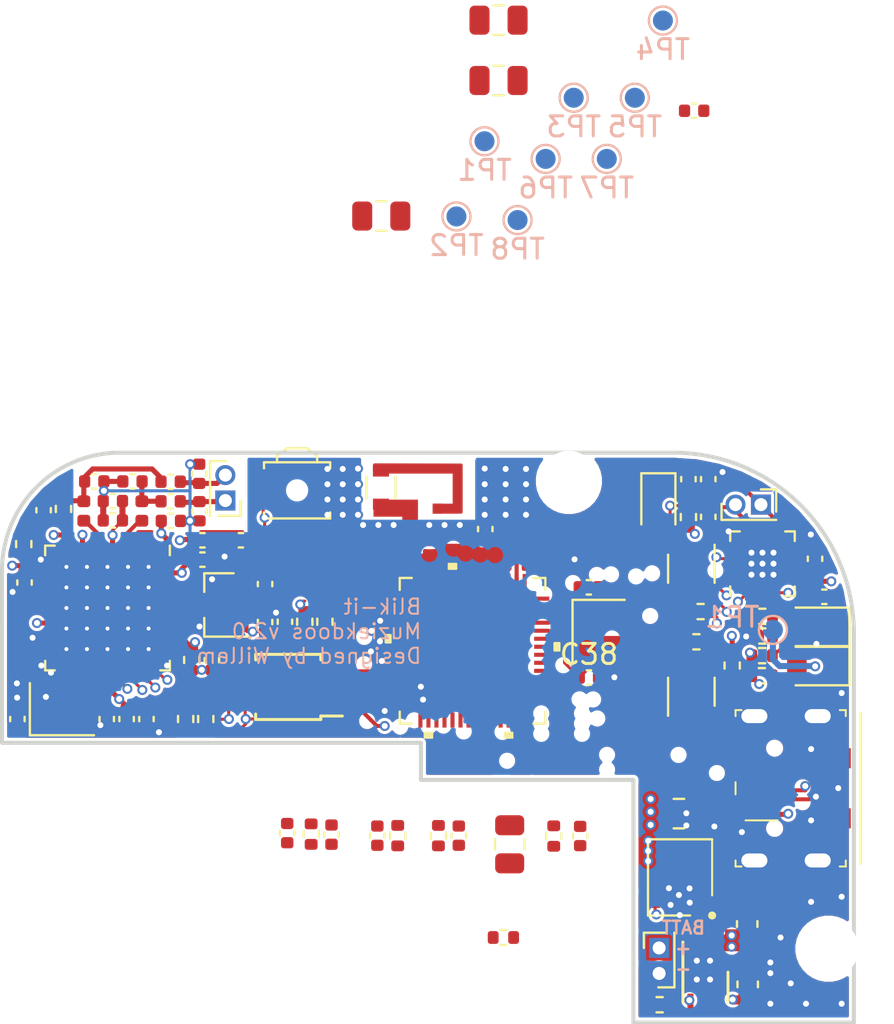
<source format=kicad_pcb>
(kicad_pcb (version 20171130) (host pcbnew "(5.1.9-0-10_14)")

  (general
    (thickness 1.6)
    (drawings 36)
    (tracks 775)
    (zones 0)
    (modules 99)
    (nets 103)
  )

  (page A4)
  (layers
    (0 F.Cu signal)
    (1 In1.Cu signal hide)
    (2 In2.Cu signal hide)
    (31 B.Cu signal hide)
    (32 B.Adhes user hide)
    (33 F.Adhes user hide)
    (34 B.Paste user hide)
    (35 F.Paste user hide)
    (36 B.SilkS user hide)
    (37 F.SilkS user hide)
    (38 B.Mask user hide)
    (39 F.Mask user hide)
    (40 Dwgs.User user hide)
    (41 Cmts.User user hide)
    (42 Eco1.User user hide)
    (43 Eco2.User user hide)
    (44 Edge.Cuts user)
    (45 Margin user hide)
    (46 B.CrtYd user hide)
    (47 F.CrtYd user)
    (48 B.Fab user hide)
    (49 F.Fab user hide)
  )

  (setup
    (last_trace_width 0.1524)
    (user_trace_width 0.1524)
    (user_trace_width 0.2032)
    (user_trace_width 0.254)
    (trace_clearance 0.1524)
    (zone_clearance 0.1524)
    (zone_45_only no)
    (trace_min 0.14986)
    (via_size 0.5)
    (via_drill 0.3)
    (via_min_size 0.4)
    (via_min_drill 0.3)
    (user_via 0.5 0.3)
    (uvia_size 0.3)
    (uvia_drill 0.1)
    (uvias_allowed no)
    (uvia_min_size 0.2)
    (uvia_min_drill 0.1)
    (edge_width 0.05)
    (segment_width 0.2)
    (pcb_text_width 0.3)
    (pcb_text_size 1.5 1.5)
    (mod_edge_width 0.12)
    (mod_text_size 1 1)
    (mod_text_width 0.15)
    (pad_size 1 1)
    (pad_drill 0)
    (pad_to_mask_clearance 0)
    (aux_axis_origin 0 0)
    (visible_elements FFFFFF7F)
    (pcbplotparams
      (layerselection 0x010fc_ffffffff)
      (usegerberextensions false)
      (usegerberattributes true)
      (usegerberadvancedattributes true)
      (creategerberjobfile true)
      (excludeedgelayer true)
      (linewidth 0.100000)
      (plotframeref false)
      (viasonmask false)
      (mode 1)
      (useauxorigin false)
      (hpglpennumber 1)
      (hpglpenspeed 20)
      (hpglpendiameter 15.000000)
      (psnegative false)
      (psa4output false)
      (plotreference true)
      (plotvalue false)
      (plotinvisibletext false)
      (padsonsilk false)
      (subtractmaskfromsilk true)
      (outputformat 1)
      (mirror false)
      (drillshape 0)
      (scaleselection 1)
      (outputdirectory "OUTPUT"))
  )

  (net 0 "")
  (net 1 GND)
  (net 2 VBUS)
  (net 3 /CPU/ADC1_IN2)
  (net 4 +BATT)
  (net 5 /Power/PSU_BTN_RAW)
  (net 6 +3V3)
  (net 7 "Net-(C15-Pad1)")
  (net 8 /I2S_DAC_AMP/SPK_OUT-)
  (net 9 /I2S_DAC_AMP/SPKOUT+)
  (net 10 /Power/CHG_STAT_LED)
  (net 11 /Power/CHG_5V_LED)
  (net 12 /Power/PSU_EN)
  (net 13 /CPU/MEAS_EN)
  (net 14 /CPU/BTN_PWR)
  (net 15 /CPU/PW_HOLD)
  (net 16 /Power/PSU_EN_BUF)
  (net 17 /Power/CHG_PROG)
  (net 18 /I2S_DAC_AMP/GAIN)
  (net 19 /I2S_DAC_AMP/I2S_SD_MODE)
  (net 20 /CPU/DAC_BCLK)
  (net 21 /CPU/DAC_LRCK)
  (net 22 /CPU/NFC_SPI_MOSI)
  (net 23 /CPU/NFC_SPI_SCK)
  (net 24 /CPU/NFC_SPI_CS)
  (net 25 /CPU/DAC_DATA)
  (net 26 "Net-(U3-Pad26)")
  (net 27 "Net-(U3-Pad25)")
  (net 28 "Net-(U3-Pad24)")
  (net 29 "Net-(U1-Pad7)")
  (net 30 /CPU/HALL_OUT)
  (net 31 /CPU/VDD_SDIO)
  (net 32 /CPU/ESP_RST)
  (net 33 /CPU/ESP_GPIO0)
  (net 34 "Net-(U4-Pad10)")
  (net 35 "Net-(U4-Pad8)")
  (net 36 "Net-(U4-Pad7)")
  (net 37 "Net-(U4-Pad6)")
  (net 38 /CPU/WIFI_ANT)
  (net 39 /CPU/ESP_LNA_IN)
  (net 40 /programmer/CP_RST)
  (net 41 /CPU/A2)
  (net 42 /Power/MCP_STAT)
  (net 43 "Net-(U2-Pad2)")
  (net 44 /Power/Lx_L1)
  (net 45 "Net-(U4-Pad33)")
  (net 46 "Net-(U4-Pad32)")
  (net 47 "Net-(U4-Pad31)")
  (net 48 "Net-(U6-Pad7)")
  (net 49 "Net-(U6-Pad6)")
  (net 50 "Net-(U4-Pad11)")
  (net 51 /CPU/ADS_SCL)
  (net 52 /CPU/ADS_SDA)
  (net 53 /CPU/ADS_RDY)
  (net 54 /CPU/NFC_SPI_MISO)
  (net 55 /Power/BATT_MEAS)
  (net 56 "Net-(U3-Pad37)")
  (net 57 "Net-(U3-Pad36)")
  (net 58 "Net-(U3-Pad35)")
  (net 59 "Net-(U3-Pad34)")
  (net 60 "Net-(U3-Pad33)")
  (net 61 "Net-(U3-Pad32)")
  (net 62 "Net-(U3-Pad31)")
  (net 63 "Net-(U3-Pad22)")
  (net 64 "Net-(U3-Pad21)")
  (net 65 "Net-(U3-Pad20)")
  (net 66 "Net-(U3-Pad19)")
  (net 67 "Net-(U3-Pad13)")
  (net 68 "Net-(U3-Pad12)")
  (net 69 "Net-(U3-Pad2)")
  (net 70 /NFC/OSC_in)
  (net 71 /NFC/OSC_OUT)
  (net 72 /NFC/RX)
  (net 73 /NFC/TXL1)
  (net 74 /NFC/TXL2)
  (net 75 /NFC/TXANT1)
  (net 76 /NFC/TXANT2)
  (net 77 /NFC/VMID)
  (net 78 /NFC/TX1)
  (net 79 /NFC/TX2)
  (net 80 /CPU/~NFC_RST)
  (net 81 /CPU/USB_D-)
  (net 82 /CPU/USB_D+)
  (net 83 /CPU/ESP_GPIO46)
  (net 84 /CPU/ESP_MTCK)
  (net 85 /CPU/ESP_MTDO)
  (net 86 /CPU/ESP_MTDI)
  (net 87 /CPU/ESP_MTMS)
  (net 88 /CPU/ESP_TX1)
  (net 89 /CPU/ESP_RX1)
  (net 90 /CPU/ESP_GPIO45)
  (net 91 "Net-(U4-Pad41)")
  (net 92 "Net-(U4-Pad36)")
  (net 93 "Net-(U4-Pad35)")
  (net 94 "Net-(U4-Pad34)")
  (net 95 "Net-(U4-Pad29)")
  (net 96 /CPU/XTAL_P)
  (net 97 /CPU/XTAL_N)
  (net 98 "Net-(U4-Pad13)")
  (net 99 "Net-(U4-Pad12)")
  (net 100 "Net-(U4-Pad17)")
  (net 101 "Net-(U4-Pad9)")
  (net 102 "Net-(U4-Pad14)")

  (net_class Default "This is the default net class."
    (clearance 0.1524)
    (trace_width 0.1524)
    (via_dia 0.5)
    (via_drill 0.3)
    (uvia_dia 0.3)
    (uvia_drill 0.1)
    (add_net +3V3)
    (add_net +BATT)
    (add_net /CPU/A2)
    (add_net /CPU/ADC1_IN2)
    (add_net /CPU/ADS_RDY)
    (add_net /CPU/ADS_SCL)
    (add_net /CPU/ADS_SDA)
    (add_net /CPU/BTN_PWR)
    (add_net /CPU/DAC_BCLK)
    (add_net /CPU/DAC_DATA)
    (add_net /CPU/DAC_LRCK)
    (add_net /CPU/ESP_GPIO0)
    (add_net /CPU/ESP_GPIO45)
    (add_net /CPU/ESP_GPIO46)
    (add_net /CPU/ESP_LNA_IN)
    (add_net /CPU/ESP_MTCK)
    (add_net /CPU/ESP_MTDI)
    (add_net /CPU/ESP_MTDO)
    (add_net /CPU/ESP_MTMS)
    (add_net /CPU/ESP_RST)
    (add_net /CPU/ESP_RX1)
    (add_net /CPU/ESP_TX1)
    (add_net /CPU/HALL_OUT)
    (add_net /CPU/MEAS_EN)
    (add_net /CPU/NFC_SPI_CS)
    (add_net /CPU/NFC_SPI_MISO)
    (add_net /CPU/NFC_SPI_MOSI)
    (add_net /CPU/NFC_SPI_SCK)
    (add_net /CPU/PW_HOLD)
    (add_net /CPU/USB_D+)
    (add_net /CPU/USB_D-)
    (add_net /CPU/VDD_SDIO)
    (add_net /CPU/WIFI_ANT)
    (add_net /CPU/XTAL_N)
    (add_net /CPU/XTAL_P)
    (add_net /CPU/~NFC_RST)
    (add_net /I2S_DAC_AMP/GAIN)
    (add_net /I2S_DAC_AMP/I2S_SD_MODE)
    (add_net /I2S_DAC_AMP/SPKOUT+)
    (add_net /I2S_DAC_AMP/SPK_OUT-)
    (add_net /NFC/OSC_OUT)
    (add_net /NFC/OSC_in)
    (add_net /NFC/RX)
    (add_net /NFC/TX1)
    (add_net /NFC/TX2)
    (add_net /NFC/TXANT1)
    (add_net /NFC/TXANT2)
    (add_net /NFC/TXL1)
    (add_net /NFC/TXL2)
    (add_net /NFC/VMID)
    (add_net /Power/BATT_MEAS)
    (add_net /Power/CHG_5V_LED)
    (add_net /Power/CHG_PROG)
    (add_net /Power/CHG_STAT_LED)
    (add_net /Power/Lx_L1)
    (add_net /Power/MCP_STAT)
    (add_net /Power/PSU_BTN_RAW)
    (add_net /Power/PSU_EN)
    (add_net /Power/PSU_EN_BUF)
    (add_net /programmer/CP_RST)
    (add_net GND)
    (add_net "Net-(C15-Pad1)")
    (add_net "Net-(U1-Pad7)")
    (add_net "Net-(U2-Pad2)")
    (add_net "Net-(U3-Pad12)")
    (add_net "Net-(U3-Pad13)")
    (add_net "Net-(U3-Pad19)")
    (add_net "Net-(U3-Pad2)")
    (add_net "Net-(U3-Pad20)")
    (add_net "Net-(U3-Pad21)")
    (add_net "Net-(U3-Pad22)")
    (add_net "Net-(U3-Pad24)")
    (add_net "Net-(U3-Pad25)")
    (add_net "Net-(U3-Pad26)")
    (add_net "Net-(U3-Pad31)")
    (add_net "Net-(U3-Pad32)")
    (add_net "Net-(U3-Pad33)")
    (add_net "Net-(U3-Pad34)")
    (add_net "Net-(U3-Pad35)")
    (add_net "Net-(U3-Pad36)")
    (add_net "Net-(U3-Pad37)")
    (add_net "Net-(U4-Pad10)")
    (add_net "Net-(U4-Pad11)")
    (add_net "Net-(U4-Pad12)")
    (add_net "Net-(U4-Pad13)")
    (add_net "Net-(U4-Pad14)")
    (add_net "Net-(U4-Pad17)")
    (add_net "Net-(U4-Pad29)")
    (add_net "Net-(U4-Pad31)")
    (add_net "Net-(U4-Pad32)")
    (add_net "Net-(U4-Pad33)")
    (add_net "Net-(U4-Pad34)")
    (add_net "Net-(U4-Pad35)")
    (add_net "Net-(U4-Pad36)")
    (add_net "Net-(U4-Pad41)")
    (add_net "Net-(U4-Pad6)")
    (add_net "Net-(U4-Pad7)")
    (add_net "Net-(U4-Pad8)")
    (add_net "Net-(U4-Pad9)")
    (add_net "Net-(U6-Pad6)")
    (add_net "Net-(U6-Pad7)")
    (add_net VBUS)
  )

  (module Diode_SMD:D_SOD-323 (layer F.Cu) (tedit 58641739) (tstamp 611673AB)
    (at 73.914 66.4845 270)
    (descr SOD-323)
    (tags SOD-323)
    (path /60FE1698/615B2DF5)
    (attr smd)
    (fp_text reference D3 (at 0 -1.85 90) (layer F.SilkS) hide
      (effects (font (size 1 1) (thickness 0.15)))
    )
    (fp_text value 1SS355 (at 0.1 1.9 90) (layer F.Fab) hide
      (effects (font (size 1 1) (thickness 0.15)))
    )
    (fp_line (start -1.5 -0.85) (end 1.05 -0.85) (layer F.SilkS) (width 0.12))
    (fp_line (start -1.5 0.85) (end 1.05 0.85) (layer F.SilkS) (width 0.12))
    (fp_line (start -1.6 -0.95) (end -1.6 0.95) (layer F.CrtYd) (width 0.05))
    (fp_line (start -1.6 0.95) (end 1.6 0.95) (layer F.CrtYd) (width 0.05))
    (fp_line (start 1.6 -0.95) (end 1.6 0.95) (layer F.CrtYd) (width 0.05))
    (fp_line (start -1.6 -0.95) (end 1.6 -0.95) (layer F.CrtYd) (width 0.05))
    (fp_line (start -0.9 -0.7) (end 0.9 -0.7) (layer F.Fab) (width 0.1))
    (fp_line (start 0.9 -0.7) (end 0.9 0.7) (layer F.Fab) (width 0.1))
    (fp_line (start 0.9 0.7) (end -0.9 0.7) (layer F.Fab) (width 0.1))
    (fp_line (start -0.9 0.7) (end -0.9 -0.7) (layer F.Fab) (width 0.1))
    (fp_line (start -0.3 -0.35) (end -0.3 0.35) (layer F.Fab) (width 0.1))
    (fp_line (start -0.3 0) (end -0.5 0) (layer F.Fab) (width 0.1))
    (fp_line (start -0.3 0) (end 0.2 -0.35) (layer F.Fab) (width 0.1))
    (fp_line (start 0.2 -0.35) (end 0.2 0.35) (layer F.Fab) (width 0.1))
    (fp_line (start 0.2 0.35) (end -0.3 0) (layer F.Fab) (width 0.1))
    (fp_line (start 0.2 0) (end 0.45 0) (layer F.Fab) (width 0.1))
    (fp_line (start -1.5 -0.85) (end -1.5 0.85) (layer F.SilkS) (width 0.12))
    (fp_text user %R (at -1.1684 -0.0254) (layer F.Fab)
      (effects (font (size 0.254 0.254) (thickness 0.0381)))
    )
    (pad 2 smd rect (at 1.05 0 270) (size 0.6 0.45) (layers F.Cu F.Paste F.Mask)
      (net 12 /Power/PSU_EN))
    (pad 1 smd rect (at -1.05 0 270) (size 0.6 0.45) (layers F.Cu F.Paste F.Mask)
      (net 5 /Power/PSU_BTN_RAW))
    (model ${KISYS3DMOD}/Diode_SMD.3dshapes/D_SOD-323.wrl
      (at (xyz 0 0 0))
      (scale (xyz 1 1 1))
      (rotate (xyz 0 0 0))
    )
  )

  (module Capacitor_SMD:C_0402_1005Metric (layer F.Cu) (tedit 5F68FEEE) (tstamp 618BD0F1)
    (at 70.44944 75.17384)
    (descr "Capacitor SMD 0402 (1005 Metric), square (rectangular) end terminal, IPC_7351 nominal, (Body size source: IPC-SM-782 page 76, https://www.pcb-3d.com/wordpress/wp-content/uploads/ipc-sm-782a_amendment_1_and_2.pdf), generated with kicad-footprint-generator")
    (tags capacitor)
    (path /60FFCEAC/61A18BC2)
    (attr smd)
    (fp_text reference C38 (at 0 -1.16) (layer F.SilkS)
      (effects (font (size 1 1) (thickness 0.15)))
    )
    (fp_text value 10pF (at 0 1.16) (layer F.Fab)
      (effects (font (size 1 1) (thickness 0.15)))
    )
    (fp_text user %R (at 0 0) (layer F.Fab)
      (effects (font (size 0.25 0.25) (thickness 0.04)))
    )
    (fp_line (start -0.5 0.25) (end -0.5 -0.25) (layer F.Fab) (width 0.1))
    (fp_line (start -0.5 -0.25) (end 0.5 -0.25) (layer F.Fab) (width 0.1))
    (fp_line (start 0.5 -0.25) (end 0.5 0.25) (layer F.Fab) (width 0.1))
    (fp_line (start 0.5 0.25) (end -0.5 0.25) (layer F.Fab) (width 0.1))
    (fp_line (start -0.107836 -0.36) (end 0.107836 -0.36) (layer F.SilkS) (width 0.12))
    (fp_line (start -0.107836 0.36) (end 0.107836 0.36) (layer F.SilkS) (width 0.12))
    (fp_line (start -0.91 0.46) (end -0.91 -0.46) (layer F.CrtYd) (width 0.05))
    (fp_line (start -0.91 -0.46) (end 0.91 -0.46) (layer F.CrtYd) (width 0.05))
    (fp_line (start 0.91 -0.46) (end 0.91 0.46) (layer F.CrtYd) (width 0.05))
    (fp_line (start 0.91 0.46) (end -0.91 0.46) (layer F.CrtYd) (width 0.05))
    (pad 2 smd roundrect (at 0.48 0) (size 0.56 0.62) (layers F.Cu F.Paste F.Mask) (roundrect_rratio 0.25)
      (net 1 GND))
    (pad 1 smd roundrect (at -0.48 0) (size 0.56 0.62) (layers F.Cu F.Paste F.Mask) (roundrect_rratio 0.25)
      (net 97 /CPU/XTAL_N))
    (model ${KISYS3DMOD}/Capacitor_SMD.3dshapes/C_0402_1005Metric.wrl
      (at (xyz 0 0 0))
      (scale (xyz 1 1 1))
      (rotate (xyz 0 0 0))
    )
  )

  (module Resistor_SMD:R_0402_1005Metric (layer F.Cu) (tedit 5F68FEEE) (tstamp 6141791E)
    (at 62.9412 83.058 90)
    (descr "Resistor SMD 0402 (1005 Metric), square (rectangular) end terminal, IPC_7351 nominal, (Body size source: IPC-SM-782 page 72, https://www.pcb-3d.com/wordpress/wp-content/uploads/ipc-sm-782a_amendment_1_and_2.pdf), generated with kicad-footprint-generator")
    (tags resistor)
    (path /60FFCEAC/613CA3A9)
    (attr smd)
    (fp_text reference R22 (at 0 -1.17 90) (layer F.SilkS) hide
      (effects (font (size 1 1) (thickness 0.15)))
    )
    (fp_text value 10K (at 0 1.17 90) (layer F.Fab) hide
      (effects (font (size 1 1) (thickness 0.15)))
    )
    (fp_line (start -0.525 0.27) (end -0.525 -0.27) (layer F.Fab) (width 0.1))
    (fp_line (start -0.525 -0.27) (end 0.525 -0.27) (layer F.Fab) (width 0.1))
    (fp_line (start 0.525 -0.27) (end 0.525 0.27) (layer F.Fab) (width 0.1))
    (fp_line (start 0.525 0.27) (end -0.525 0.27) (layer F.Fab) (width 0.1))
    (fp_line (start -0.153641 -0.38) (end 0.153641 -0.38) (layer F.SilkS) (width 0.12))
    (fp_line (start -0.153641 0.38) (end 0.153641 0.38) (layer F.SilkS) (width 0.12))
    (fp_line (start -0.93 0.47) (end -0.93 -0.47) (layer F.CrtYd) (width 0.05))
    (fp_line (start -0.93 -0.47) (end 0.93 -0.47) (layer F.CrtYd) (width 0.05))
    (fp_line (start 0.93 -0.47) (end 0.93 0.47) (layer F.CrtYd) (width 0.05))
    (fp_line (start 0.93 0.47) (end -0.93 0.47) (layer F.CrtYd) (width 0.05))
    (fp_text user %R (at 0 0 90) (layer F.Fab)
      (effects (font (size 0.26 0.26) (thickness 0.04)))
    )
    (pad 2 smd roundrect (at 0.51 0 90) (size 0.54 0.64) (layers F.Cu F.Paste F.Mask) (roundrect_rratio 0.25)
      (net 33 /CPU/ESP_GPIO0))
    (pad 1 smd roundrect (at -0.51 0 90) (size 0.54 0.64) (layers F.Cu F.Paste F.Mask) (roundrect_rratio 0.25)
      (net 6 +3V3))
    (model ${KISYS3DMOD}/Resistor_SMD.3dshapes/R_0402_1005Metric.wrl
      (at (xyz 0 0 0))
      (scale (xyz 1 1 1))
      (rotate (xyz 0 0 0))
    )
  )

  (module Module:ESP32-S2 locked (layer F.Cu) (tedit 0) (tstamp 61897601)
    (at 64.643 73.8378 270)
    (path /60FFCEAC/618B98EB)
    (fp_text reference U4 (at 0 0 90) (layer F.SilkS) hide
      (effects (font (size 1 1) (thickness 0.15)))
    )
    (fp_text value ESP32-S2 (at 0 0 90) (layer F.SilkS) hide
      (effects (font (size 1 1) (thickness 0.15)))
    )
    (fp_text user %R (at -0.08382 -0.23622) (layer F.Fab)
      (effects (font (size 1 1) (thickness 0.15)))
    )
    (fp_text user 0.158in/4.013mm (at 0 5.0546 90) (layer Dwgs.User) hide
      (effects (font (size 1 1) (thickness 0.15)))
    )
    (fp_text user 0.272in/6.904mm (at 9.039999 0.635 90) (layer Dwgs.User) hide
      (effects (font (size 1 1) (thickness 0.15)))
    )
    (fp_text user 0.272in/6.904mm (at 0 9.039999 90) (layer Dwgs.User) hide
      (effects (font (size 1 1) (thickness 0.15)))
    )
    (fp_text user 0.008in/0.204mm (at -6.5 3.452 90) (layer Dwgs.User) hide
      (effects (font (size 1 1) (thickness 0.15)))
    )
    (fp_text user 0.03in/0.757mm (at -3.452 -6.5 90) (layer Dwgs.User) hide
      (effects (font (size 1 1) (thickness 0.15)))
    )
    (fp_text user 0.016in/0.4mm (at -5.4586 -2.4 90) (layer Dwgs.User) hide
      (effects (font (size 1 1) (thickness 0.15)))
    )
    (fp_text user * (at -3.0734 -2.8 90) (layer F.Fab) hide
      (effects (font (size 1 1) (thickness 0.15)))
    )
    (fp_text user * (at -4.4656 -2.8 90) (layer F.SilkS) hide
      (effects (font (size 1 1) (thickness 0.15)))
    )
    (fp_text user "Copyright 2021 Accelerated Designs. All rights reserved." (at 0 0 90) (layer Cmts.User) hide
      (effects (font (size 0.127 0.127) (thickness 0.002)))
    )
    (fp_line (start -3.5052 -2.2352) (end -2.2352 -3.5052) (layer F.Fab) (width 0.1))
    (fp_line (start 2.473 -3.5052) (end 2.727 -3.5052) (layer F.Fab) (width 0.1))
    (fp_line (start 2.727 -3.5052) (end 2.727 -3.5306) (layer F.Fab) (width 0.1))
    (fp_line (start 2.727 -3.5306) (end 2.473 -3.5306) (layer F.Fab) (width 0.1))
    (fp_line (start 2.473 -3.5306) (end 2.473 -3.5052) (layer F.Fab) (width 0.1))
    (fp_line (start 2.073 -3.5052) (end 2.327 -3.5052) (layer F.Fab) (width 0.1))
    (fp_line (start 2.327 -3.5052) (end 2.327 -3.5306) (layer F.Fab) (width 0.1))
    (fp_line (start 2.327 -3.5306) (end 2.073 -3.5306) (layer F.Fab) (width 0.1))
    (fp_line (start 2.073 -3.5306) (end 2.073 -3.5052) (layer F.Fab) (width 0.1))
    (fp_line (start 1.673 -3.5052) (end 1.927 -3.5052) (layer F.Fab) (width 0.1))
    (fp_line (start 1.927 -3.5052) (end 1.927 -3.5306) (layer F.Fab) (width 0.1))
    (fp_line (start 1.927 -3.5306) (end 1.673 -3.5306) (layer F.Fab) (width 0.1))
    (fp_line (start 1.673 -3.5306) (end 1.673 -3.5052) (layer F.Fab) (width 0.1))
    (fp_line (start 1.273 -3.5052) (end 1.527 -3.5052) (layer F.Fab) (width 0.1))
    (fp_line (start 1.527 -3.5052) (end 1.527 -3.5306) (layer F.Fab) (width 0.1))
    (fp_line (start 1.527 -3.5306) (end 1.273 -3.5306) (layer F.Fab) (width 0.1))
    (fp_line (start 1.273 -3.5306) (end 1.273 -3.5052) (layer F.Fab) (width 0.1))
    (fp_line (start 0.873 -3.5052) (end 1.127 -3.5052) (layer F.Fab) (width 0.1))
    (fp_line (start 1.127 -3.5052) (end 1.127 -3.5306) (layer F.Fab) (width 0.1))
    (fp_line (start 1.127 -3.5306) (end 0.873 -3.5306) (layer F.Fab) (width 0.1))
    (fp_line (start 0.873 -3.5306) (end 0.873 -3.5052) (layer F.Fab) (width 0.1))
    (fp_line (start 0.473 -3.5052) (end 0.727 -3.5052) (layer F.Fab) (width 0.1))
    (fp_line (start 0.727 -3.5052) (end 0.727 -3.5306) (layer F.Fab) (width 0.1))
    (fp_line (start 0.727 -3.5306) (end 0.473 -3.5306) (layer F.Fab) (width 0.1))
    (fp_line (start 0.473 -3.5306) (end 0.473 -3.5052) (layer F.Fab) (width 0.1))
    (fp_line (start 0.073 -3.5052) (end 0.327 -3.5052) (layer F.Fab) (width 0.1))
    (fp_line (start 0.327 -3.5052) (end 0.327 -3.5306) (layer F.Fab) (width 0.1))
    (fp_line (start 0.327 -3.5306) (end 0.073 -3.5306) (layer F.Fab) (width 0.1))
    (fp_line (start 0.073 -3.5306) (end 0.073 -3.5052) (layer F.Fab) (width 0.1))
    (fp_line (start -0.327 -3.5052) (end -0.073 -3.5052) (layer F.Fab) (width 0.1))
    (fp_line (start -0.073 -3.5052) (end -0.073 -3.5306) (layer F.Fab) (width 0.1))
    (fp_line (start -0.073 -3.5306) (end -0.327 -3.5306) (layer F.Fab) (width 0.1))
    (fp_line (start -0.327 -3.5306) (end -0.327 -3.5052) (layer F.Fab) (width 0.1))
    (fp_line (start -0.727 -3.5052) (end -0.473 -3.5052) (layer F.Fab) (width 0.1))
    (fp_line (start -0.473 -3.5052) (end -0.473 -3.5306) (layer F.Fab) (width 0.1))
    (fp_line (start -0.473 -3.5306) (end -0.727 -3.5306) (layer F.Fab) (width 0.1))
    (fp_line (start -0.727 -3.5306) (end -0.727 -3.5052) (layer F.Fab) (width 0.1))
    (fp_line (start -1.127 -3.5052) (end -0.873 -3.5052) (layer F.Fab) (width 0.1))
    (fp_line (start -0.873 -3.5052) (end -0.873 -3.5306) (layer F.Fab) (width 0.1))
    (fp_line (start -0.873 -3.5306) (end -1.127 -3.5306) (layer F.Fab) (width 0.1))
    (fp_line (start -1.127 -3.5306) (end -1.127 -3.5052) (layer F.Fab) (width 0.1))
    (fp_line (start -1.527 -3.5052) (end -1.273 -3.5052) (layer F.Fab) (width 0.1))
    (fp_line (start -1.273 -3.5052) (end -1.273 -3.5306) (layer F.Fab) (width 0.1))
    (fp_line (start -1.273 -3.5306) (end -1.527 -3.5306) (layer F.Fab) (width 0.1))
    (fp_line (start -1.527 -3.5306) (end -1.527 -3.5052) (layer F.Fab) (width 0.1))
    (fp_line (start -1.927 -3.5052) (end -1.673 -3.5052) (layer F.Fab) (width 0.1))
    (fp_line (start -1.673 -3.5052) (end -1.673 -3.5306) (layer F.Fab) (width 0.1))
    (fp_line (start -1.673 -3.5306) (end -1.927 -3.5306) (layer F.Fab) (width 0.1))
    (fp_line (start -1.927 -3.5306) (end -1.927 -3.5052) (layer F.Fab) (width 0.1))
    (fp_line (start -2.327 -3.5052) (end -2.073 -3.5052) (layer F.Fab) (width 0.1))
    (fp_line (start -2.073 -3.5052) (end -2.073 -3.5306) (layer F.Fab) (width 0.1))
    (fp_line (start -2.073 -3.5306) (end -2.327 -3.5306) (layer F.Fab) (width 0.1))
    (fp_line (start -2.327 -3.5306) (end -2.327 -3.5052) (layer F.Fab) (width 0.1))
    (fp_line (start -2.727 -3.5052) (end -2.473 -3.5052) (layer F.Fab) (width 0.1))
    (fp_line (start -2.473 -3.5052) (end -2.473 -3.5306) (layer F.Fab) (width 0.1))
    (fp_line (start -2.473 -3.5306) (end -2.727 -3.5306) (layer F.Fab) (width 0.1))
    (fp_line (start -2.727 -3.5306) (end -2.727 -3.5052) (layer F.Fab) (width 0.1))
    (fp_line (start -3.5052 -2.473) (end -3.5052 -2.727) (layer F.Fab) (width 0.1))
    (fp_line (start -3.5052 -2.727) (end -3.5306 -2.727) (layer F.Fab) (width 0.1))
    (fp_line (start -3.5306 -2.727) (end -3.5306 -2.473) (layer F.Fab) (width 0.1))
    (fp_line (start -3.5306 -2.473) (end -3.5052 -2.473) (layer F.Fab) (width 0.1))
    (fp_line (start -3.5052 -2.073) (end -3.5052 -2.327) (layer F.Fab) (width 0.1))
    (fp_line (start -3.5052 -2.327) (end -3.5306 -2.327) (layer F.Fab) (width 0.1))
    (fp_line (start -3.5306 -2.327) (end -3.5306 -2.073) (layer F.Fab) (width 0.1))
    (fp_line (start -3.5306 -2.073) (end -3.5052 -2.073) (layer F.Fab) (width 0.1))
    (fp_line (start -3.5052 -1.673) (end -3.5052 -1.927) (layer F.Fab) (width 0.1))
    (fp_line (start -3.5052 -1.927) (end -3.5306 -1.927) (layer F.Fab) (width 0.1))
    (fp_line (start -3.5306 -1.927) (end -3.5306 -1.673) (layer F.Fab) (width 0.1))
    (fp_line (start -3.5306 -1.673) (end -3.5052 -1.673) (layer F.Fab) (width 0.1))
    (fp_line (start -3.5052 -1.273) (end -3.5052 -1.527) (layer F.Fab) (width 0.1))
    (fp_line (start -3.5052 -1.527) (end -3.5306 -1.527) (layer F.Fab) (width 0.1))
    (fp_line (start -3.5306 -1.527) (end -3.5306 -1.273) (layer F.Fab) (width 0.1))
    (fp_line (start -3.5306 -1.273) (end -3.5052 -1.273) (layer F.Fab) (width 0.1))
    (fp_line (start -3.5052 -0.873) (end -3.5052 -1.127) (layer F.Fab) (width 0.1))
    (fp_line (start -3.5052 -1.127) (end -3.5306 -1.127) (layer F.Fab) (width 0.1))
    (fp_line (start -3.5306 -1.127) (end -3.5306 -0.873) (layer F.Fab) (width 0.1))
    (fp_line (start -3.5306 -0.873) (end -3.5052 -0.873) (layer F.Fab) (width 0.1))
    (fp_line (start -3.5052 -0.473) (end -3.5052 -0.727) (layer F.Fab) (width 0.1))
    (fp_line (start -3.5052 -0.727) (end -3.5306 -0.727) (layer F.Fab) (width 0.1))
    (fp_line (start -3.5306 -0.727) (end -3.5306 -0.473) (layer F.Fab) (width 0.1))
    (fp_line (start -3.5306 -0.473) (end -3.5052 -0.473) (layer F.Fab) (width 0.1))
    (fp_line (start -3.5052 -0.073) (end -3.5052 -0.327) (layer F.Fab) (width 0.1))
    (fp_line (start -3.5052 -0.327) (end -3.5306 -0.327) (layer F.Fab) (width 0.1))
    (fp_line (start -3.5306 -0.327) (end -3.5306 -0.073) (layer F.Fab) (width 0.1))
    (fp_line (start -3.5306 -0.073) (end -3.5052 -0.073) (layer F.Fab) (width 0.1))
    (fp_line (start -3.5052 0.327) (end -3.5052 0.073) (layer F.Fab) (width 0.1))
    (fp_line (start -3.5052 0.073) (end -3.5306 0.073) (layer F.Fab) (width 0.1))
    (fp_line (start -3.5306 0.073) (end -3.5306 0.327) (layer F.Fab) (width 0.1))
    (fp_line (start -3.5306 0.327) (end -3.5052 0.327) (layer F.Fab) (width 0.1))
    (fp_line (start -3.5052 0.727) (end -3.5052 0.473) (layer F.Fab) (width 0.1))
    (fp_line (start -3.5052 0.473) (end -3.5306 0.473) (layer F.Fab) (width 0.1))
    (fp_line (start -3.5306 0.473) (end -3.5306 0.727) (layer F.Fab) (width 0.1))
    (fp_line (start -3.5306 0.727) (end -3.5052 0.727) (layer F.Fab) (width 0.1))
    (fp_line (start -3.5052 1.127) (end -3.5052 0.873) (layer F.Fab) (width 0.1))
    (fp_line (start -3.5052 0.873) (end -3.5306 0.873) (layer F.Fab) (width 0.1))
    (fp_line (start -3.5306 0.873) (end -3.5306 1.127) (layer F.Fab) (width 0.1))
    (fp_line (start -3.5306 1.127) (end -3.5052 1.127) (layer F.Fab) (width 0.1))
    (fp_line (start -3.5052 1.527) (end -3.5052 1.273) (layer F.Fab) (width 0.1))
    (fp_line (start -3.5052 1.273) (end -3.5306 1.273) (layer F.Fab) (width 0.1))
    (fp_line (start -3.5306 1.273) (end -3.5306 1.527) (layer F.Fab) (width 0.1))
    (fp_line (start -3.5306 1.527) (end -3.5052 1.527) (layer F.Fab) (width 0.1))
    (fp_line (start -3.5052 1.927) (end -3.5052 1.673) (layer F.Fab) (width 0.1))
    (fp_line (start -3.5052 1.673) (end -3.5306 1.673) (layer F.Fab) (width 0.1))
    (fp_line (start -3.5306 1.673) (end -3.5306 1.927) (layer F.Fab) (width 0.1))
    (fp_line (start -3.5306 1.927) (end -3.5052 1.927) (layer F.Fab) (width 0.1))
    (fp_line (start -3.5052 2.327) (end -3.5052 2.073) (layer F.Fab) (width 0.1))
    (fp_line (start -3.5052 2.073) (end -3.5306 2.073) (layer F.Fab) (width 0.1))
    (fp_line (start -3.5306 2.073) (end -3.5306 2.327) (layer F.Fab) (width 0.1))
    (fp_line (start -3.5306 2.327) (end -3.5052 2.327) (layer F.Fab) (width 0.1))
    (fp_line (start -3.5052 2.727) (end -3.5052 2.473) (layer F.Fab) (width 0.1))
    (fp_line (start -3.5052 2.473) (end -3.5306 2.473) (layer F.Fab) (width 0.1))
    (fp_line (start -3.5306 2.473) (end -3.5306 2.727) (layer F.Fab) (width 0.1))
    (fp_line (start -3.5306 2.727) (end -3.5052 2.727) (layer F.Fab) (width 0.1))
    (fp_line (start -2.473 3.5052) (end -2.727 3.5052) (layer F.Fab) (width 0.1))
    (fp_line (start -2.727 3.5052) (end -2.727 3.5306) (layer F.Fab) (width 0.1))
    (fp_line (start -2.727 3.5306) (end -2.473 3.5306) (layer F.Fab) (width 0.1))
    (fp_line (start -2.473 3.5306) (end -2.473 3.5052) (layer F.Fab) (width 0.1))
    (fp_line (start -2.073 3.5052) (end -2.327 3.5052) (layer F.Fab) (width 0.1))
    (fp_line (start -2.327 3.5052) (end -2.327 3.5306) (layer F.Fab) (width 0.1))
    (fp_line (start -2.327 3.5306) (end -2.073 3.5306) (layer F.Fab) (width 0.1))
    (fp_line (start -2.073 3.5306) (end -2.073 3.5052) (layer F.Fab) (width 0.1))
    (fp_line (start -1.673 3.5052) (end -1.927 3.5052) (layer F.Fab) (width 0.1))
    (fp_line (start -1.927 3.5052) (end -1.927 3.5306) (layer F.Fab) (width 0.1))
    (fp_line (start -1.927 3.5306) (end -1.673 3.5306) (layer F.Fab) (width 0.1))
    (fp_line (start -1.673 3.5306) (end -1.673 3.5052) (layer F.Fab) (width 0.1))
    (fp_line (start -1.273 3.5052) (end -1.527 3.5052) (layer F.Fab) (width 0.1))
    (fp_line (start -1.527 3.5052) (end -1.527 3.5306) (layer F.Fab) (width 0.1))
    (fp_line (start -1.527 3.5306) (end -1.273 3.5306) (layer F.Fab) (width 0.1))
    (fp_line (start -1.273 3.5306) (end -1.273 3.5052) (layer F.Fab) (width 0.1))
    (fp_line (start -0.873 3.5052) (end -1.127 3.5052) (layer F.Fab) (width 0.1))
    (fp_line (start -1.127 3.5052) (end -1.127 3.5306) (layer F.Fab) (width 0.1))
    (fp_line (start -1.127 3.5306) (end -0.873 3.5306) (layer F.Fab) (width 0.1))
    (fp_line (start -0.873 3.5306) (end -0.873 3.5052) (layer F.Fab) (width 0.1))
    (fp_line (start -0.473 3.5052) (end -0.727 3.5052) (layer F.Fab) (width 0.1))
    (fp_line (start -0.727 3.5052) (end -0.727 3.5306) (layer F.Fab) (width 0.1))
    (fp_line (start -0.727 3.5306) (end -0.473 3.5306) (layer F.Fab) (width 0.1))
    (fp_line (start -0.473 3.5306) (end -0.473 3.5052) (layer F.Fab) (width 0.1))
    (fp_line (start -0.073 3.5052) (end -0.327 3.5052) (layer F.Fab) (width 0.1))
    (fp_line (start -0.327 3.5052) (end -0.327 3.5306) (layer F.Fab) (width 0.1))
    (fp_line (start -0.327 3.5306) (end -0.073 3.5306) (layer F.Fab) (width 0.1))
    (fp_line (start -0.073 3.5306) (end -0.073 3.5052) (layer F.Fab) (width 0.1))
    (fp_line (start 0.327 3.5052) (end 0.073 3.5052) (layer F.Fab) (width 0.1))
    (fp_line (start 0.073 3.5052) (end 0.073 3.5306) (layer F.Fab) (width 0.1))
    (fp_line (start 0.073 3.5306) (end 0.327 3.5306) (layer F.Fab) (width 0.1))
    (fp_line (start 0.327 3.5306) (end 0.327 3.5052) (layer F.Fab) (width 0.1))
    (fp_line (start 0.727 3.5052) (end 0.473 3.5052) (layer F.Fab) (width 0.1))
    (fp_line (start 0.473 3.5052) (end 0.473 3.5306) (layer F.Fab) (width 0.1))
    (fp_line (start 0.473 3.5306) (end 0.727 3.5306) (layer F.Fab) (width 0.1))
    (fp_line (start 0.727 3.5306) (end 0.727 3.5052) (layer F.Fab) (width 0.1))
    (fp_line (start 1.127 3.5052) (end 0.873 3.5052) (layer F.Fab) (width 0.1))
    (fp_line (start 0.873 3.5052) (end 0.873 3.5306) (layer F.Fab) (width 0.1))
    (fp_line (start 0.873 3.5306) (end 1.127 3.5306) (layer F.Fab) (width 0.1))
    (fp_line (start 1.127 3.5306) (end 1.127 3.5052) (layer F.Fab) (width 0.1))
    (fp_line (start 1.527 3.5052) (end 1.273 3.5052) (layer F.Fab) (width 0.1))
    (fp_line (start 1.273 3.5052) (end 1.273 3.5306) (layer F.Fab) (width 0.1))
    (fp_line (start 1.273 3.5306) (end 1.527 3.5306) (layer F.Fab) (width 0.1))
    (fp_line (start 1.527 3.5306) (end 1.527 3.5052) (layer F.Fab) (width 0.1))
    (fp_line (start 1.927 3.5052) (end 1.673 3.5052) (layer F.Fab) (width 0.1))
    (fp_line (start 1.673 3.5052) (end 1.673 3.5306) (layer F.Fab) (width 0.1))
    (fp_line (start 1.673 3.5306) (end 1.927 3.5306) (layer F.Fab) (width 0.1))
    (fp_line (start 1.927 3.5306) (end 1.927 3.5052) (layer F.Fab) (width 0.1))
    (fp_line (start 2.327 3.5052) (end 2.073 3.5052) (layer F.Fab) (width 0.1))
    (fp_line (start 2.073 3.5052) (end 2.073 3.5306) (layer F.Fab) (width 0.1))
    (fp_line (start 2.073 3.5306) (end 2.327 3.5306) (layer F.Fab) (width 0.1))
    (fp_line (start 2.327 3.5306) (end 2.327 3.5052) (layer F.Fab) (width 0.1))
    (fp_line (start 2.727 3.5052) (end 2.473 3.5052) (layer F.Fab) (width 0.1))
    (fp_line (start 2.473 3.5052) (end 2.473 3.5306) (layer F.Fab) (width 0.1))
    (fp_line (start 2.473 3.5306) (end 2.727 3.5306) (layer F.Fab) (width 0.1))
    (fp_line (start 2.727 3.5306) (end 2.727 3.5052) (layer F.Fab) (width 0.1))
    (fp_line (start 3.5052 2.473) (end 3.5052 2.727) (layer F.Fab) (width 0.1))
    (fp_line (start 3.5052 2.727) (end 3.5306 2.727) (layer F.Fab) (width 0.1))
    (fp_line (start 3.5306 2.727) (end 3.5306 2.473) (layer F.Fab) (width 0.1))
    (fp_line (start 3.5306 2.473) (end 3.5052 2.473) (layer F.Fab) (width 0.1))
    (fp_line (start 3.5052 2.073) (end 3.5052 2.327) (layer F.Fab) (width 0.1))
    (fp_line (start 3.5052 2.327) (end 3.5306 2.327) (layer F.Fab) (width 0.1))
    (fp_line (start 3.5306 2.327) (end 3.5306 2.073) (layer F.Fab) (width 0.1))
    (fp_line (start 3.5306 2.073) (end 3.5052 2.073) (layer F.Fab) (width 0.1))
    (fp_line (start 3.5052 1.673) (end 3.5052 1.927) (layer F.Fab) (width 0.1))
    (fp_line (start 3.5052 1.927) (end 3.5306 1.927) (layer F.Fab) (width 0.1))
    (fp_line (start 3.5306 1.927) (end 3.5306 1.673) (layer F.Fab) (width 0.1))
    (fp_line (start 3.5306 1.673) (end 3.5052 1.673) (layer F.Fab) (width 0.1))
    (fp_line (start 3.5052 1.273) (end 3.5052 1.527) (layer F.Fab) (width 0.1))
    (fp_line (start 3.5052 1.527) (end 3.5306 1.527) (layer F.Fab) (width 0.1))
    (fp_line (start 3.5306 1.527) (end 3.5306 1.273) (layer F.Fab) (width 0.1))
    (fp_line (start 3.5306 1.273) (end 3.5052 1.273) (layer F.Fab) (width 0.1))
    (fp_line (start 3.5052 0.873) (end 3.5052 1.127) (layer F.Fab) (width 0.1))
    (fp_line (start 3.5052 1.127) (end 3.5306 1.127) (layer F.Fab) (width 0.1))
    (fp_line (start 3.5306 1.127) (end 3.5306 0.873) (layer F.Fab) (width 0.1))
    (fp_line (start 3.5306 0.873) (end 3.5052 0.873) (layer F.Fab) (width 0.1))
    (fp_line (start 3.5052 0.473) (end 3.5052 0.727) (layer F.Fab) (width 0.1))
    (fp_line (start 3.5052 0.727) (end 3.5306 0.727) (layer F.Fab) (width 0.1))
    (fp_line (start 3.5306 0.727) (end 3.5306 0.473) (layer F.Fab) (width 0.1))
    (fp_line (start 3.5306 0.473) (end 3.5052 0.473) (layer F.Fab) (width 0.1))
    (fp_line (start 3.5052 0.073) (end 3.5052 0.327) (layer F.Fab) (width 0.1))
    (fp_line (start 3.5052 0.327) (end 3.5306 0.327) (layer F.Fab) (width 0.1))
    (fp_line (start 3.5306 0.327) (end 3.5306 0.073) (layer F.Fab) (width 0.1))
    (fp_line (start 3.5306 0.073) (end 3.5052 0.073) (layer F.Fab) (width 0.1))
    (fp_line (start 3.5052 -0.327) (end 3.5052 -0.073) (layer F.Fab) (width 0.1))
    (fp_line (start 3.5052 -0.073) (end 3.5306 -0.073) (layer F.Fab) (width 0.1))
    (fp_line (start 3.5306 -0.073) (end 3.5306 -0.327) (layer F.Fab) (width 0.1))
    (fp_line (start 3.5306 -0.327) (end 3.5052 -0.327) (layer F.Fab) (width 0.1))
    (fp_line (start 3.5052 -0.727) (end 3.5052 -0.473) (layer F.Fab) (width 0.1))
    (fp_line (start 3.5052 -0.473) (end 3.5306 -0.473) (layer F.Fab) (width 0.1))
    (fp_line (start 3.5306 -0.473) (end 3.5306 -0.727) (layer F.Fab) (width 0.1))
    (fp_line (start 3.5306 -0.727) (end 3.5052 -0.727) (layer F.Fab) (width 0.1))
    (fp_line (start 3.5052 -1.127) (end 3.5052 -0.873) (layer F.Fab) (width 0.1))
    (fp_line (start 3.5052 -0.873) (end 3.5306 -0.873) (layer F.Fab) (width 0.1))
    (fp_line (start 3.5306 -0.873) (end 3.5306 -1.127) (layer F.Fab) (width 0.1))
    (fp_line (start 3.5306 -1.127) (end 3.5052 -1.127) (layer F.Fab) (width 0.1))
    (fp_line (start 3.5052 -1.527) (end 3.5052 -1.273) (layer F.Fab) (width 0.1))
    (fp_line (start 3.5052 -1.273) (end 3.5306 -1.273) (layer F.Fab) (width 0.1))
    (fp_line (start 3.5306 -1.273) (end 3.5306 -1.527) (layer F.Fab) (width 0.1))
    (fp_line (start 3.5306 -1.527) (end 3.5052 -1.527) (layer F.Fab) (width 0.1))
    (fp_line (start 3.5052 -1.927) (end 3.5052 -1.673) (layer F.Fab) (width 0.1))
    (fp_line (start 3.5052 -1.673) (end 3.5306 -1.673) (layer F.Fab) (width 0.1))
    (fp_line (start 3.5306 -1.673) (end 3.5306 -1.927) (layer F.Fab) (width 0.1))
    (fp_line (start 3.5306 -1.927) (end 3.5052 -1.927) (layer F.Fab) (width 0.1))
    (fp_line (start 3.5052 -2.327) (end 3.5052 -2.073) (layer F.Fab) (width 0.1))
    (fp_line (start 3.5052 -2.073) (end 3.5306 -2.073) (layer F.Fab) (width 0.1))
    (fp_line (start 3.5306 -2.073) (end 3.5306 -2.327) (layer F.Fab) (width 0.1))
    (fp_line (start 3.5306 -2.327) (end 3.5052 -2.327) (layer F.Fab) (width 0.1))
    (fp_line (start 3.5052 -2.727) (end 3.5052 -2.473) (layer F.Fab) (width 0.1))
    (fp_line (start 3.5052 -2.473) (end 3.5306 -2.473) (layer F.Fab) (width 0.1))
    (fp_line (start 3.5306 -2.473) (end 3.5306 -2.727) (layer F.Fab) (width 0.1))
    (fp_line (start 3.5306 -2.727) (end 3.5052 -2.727) (layer F.Fab) (width 0.1))
    (fp_line (start -3.6322 3.6322) (end -3.03474 3.6322) (layer F.SilkS) (width 0.12))
    (fp_line (start 3.6322 3.6322) (end 3.6322 3.03474) (layer F.SilkS) (width 0.12))
    (fp_line (start 3.6322 -3.6322) (end 3.03474 -3.6322) (layer F.SilkS) (width 0.12))
    (fp_line (start -3.6322 -3.6322) (end -3.6322 -3.03474) (layer F.SilkS) (width 0.12))
    (fp_line (start -3.6322 3.03474) (end -3.6322 3.6322) (layer F.SilkS) (width 0.12))
    (fp_line (start -3.5052 3.5052) (end 3.5052 3.5052) (layer F.Fab) (width 0.1))
    (fp_line (start 3.5052 3.5052) (end 3.5052 3.5052) (layer F.Fab) (width 0.1))
    (fp_line (start 3.5052 3.5052) (end 3.5052 -3.5052) (layer F.Fab) (width 0.1))
    (fp_line (start 3.5052 -3.5052) (end 3.5052 -3.5052) (layer F.Fab) (width 0.1))
    (fp_line (start 3.5052 -3.5052) (end -3.5052 -3.5052) (layer F.Fab) (width 0.1))
    (fp_line (start -3.5052 -3.5052) (end -3.5052 -3.5052) (layer F.Fab) (width 0.1))
    (fp_line (start -3.5052 -3.5052) (end -3.5052 3.5052) (layer F.Fab) (width 0.1))
    (fp_line (start -3.5052 3.5052) (end -3.5052 3.5052) (layer F.Fab) (width 0.1))
    (fp_line (start 3.03474 3.6322) (end 3.6322 3.6322) (layer F.SilkS) (width 0.12))
    (fp_line (start 3.6322 -3.03474) (end 3.6322 -3.6322) (layer F.SilkS) (width 0.12))
    (fp_line (start -3.03474 -3.6322) (end -3.6322 -3.6322) (layer F.SilkS) (width 0.12))
    (fp_poly (pts (xy -4.338599 0.809501) (xy -4.338599 1.190501) (xy -4.084599 1.190501) (xy -4.084599 0.809501)) (layer F.SilkS) (width 0.1))
    (fp_poly (pts (xy -0.790499 4.084599) (xy -0.790499 4.338599) (xy -0.409499 4.338599) (xy -0.409499 4.084599)) (layer F.SilkS) (width 0.1))
    (fp_poly (pts (xy 4.338599 2.009501) (xy 4.338599 2.390501) (xy 4.084599 2.390501) (xy 4.084599 2.009501)) (layer F.SilkS) (width 0.1))
    (fp_poly (pts (xy 4.338599 -1.990499) (xy 4.338599 -1.609499) (xy 4.084599 -1.609499) (xy 4.084599 -1.990499)) (layer F.SilkS) (width 0.1))
    (fp_poly (pts (xy -0.3905 -4.084599) (xy -0.3905 -4.338599) (xy -0.0095 -4.338599) (xy -0.0095 -4.084599)) (layer F.SilkS) (width 0.1))
    (fp_poly (pts (xy -1.9066 -1.9066) (xy -1.9066 -0.768866) (xy -0.768866 -0.768866) (xy -0.768866 -1.9066)) (layer F.Paste) (width 0.1))
    (fp_poly (pts (xy -1.9066 -0.568867) (xy -1.9066 0.568867) (xy -0.768866 0.568867) (xy -0.768866 -0.568867)) (layer F.Paste) (width 0.1))
    (fp_poly (pts (xy -1.9066 0.768866) (xy -1.9066 1.9066) (xy -0.768866 1.9066) (xy -0.768866 0.768866)) (layer F.Paste) (width 0.1))
    (fp_poly (pts (xy -0.568867 -1.9066) (xy -0.568867 -0.768866) (xy 0.568867 -0.768866) (xy 0.568867 -1.9066)) (layer F.Paste) (width 0.1))
    (fp_poly (pts (xy -0.568867 -0.568867) (xy -0.568867 0.568867) (xy 0.568867 0.568867) (xy 0.568867 -0.568867)) (layer F.Paste) (width 0.1))
    (fp_poly (pts (xy -0.568867 0.768866) (xy -0.568867 1.9066) (xy 0.568867 1.9066) (xy 0.568867 0.768866)) (layer F.Paste) (width 0.1))
    (fp_poly (pts (xy 0.768866 -1.9066) (xy 0.768866 -0.768866) (xy 1.9066 -0.768866) (xy 1.9066 -1.9066)) (layer F.Paste) (width 0.1))
    (fp_poly (pts (xy 0.768866 -0.568867) (xy 0.768866 0.568867) (xy 1.9066 0.568867) (xy 1.9066 -0.568867)) (layer F.Paste) (width 0.1))
    (fp_poly (pts (xy 0.768866 0.768866) (xy 0.768866 1.9066) (xy 1.9066 1.9066) (xy 1.9066 0.768866)) (layer F.Paste) (width 0.1))
    (fp_line (start -3.7592 3.7592) (end -3.7592 2.956) (layer F.CrtYd) (width 0.05))
    (fp_line (start -3.7592 2.956) (end -4.0846 2.956) (layer F.CrtYd) (width 0.05))
    (fp_line (start -4.0846 2.956) (end -4.0846 -2.956) (layer F.CrtYd) (width 0.05))
    (fp_line (start -4.0846 -2.956) (end -3.7592 -2.956) (layer F.CrtYd) (width 0.05))
    (fp_line (start -3.7592 -2.956) (end -3.7592 -3.7592) (layer F.CrtYd) (width 0.05))
    (fp_line (start -3.7592 -3.7592) (end -2.956 -3.7592) (layer F.CrtYd) (width 0.05))
    (fp_line (start -2.956 -3.7592) (end -2.956 -4.0846) (layer F.CrtYd) (width 0.05))
    (fp_line (start -2.956 -4.0846) (end 2.956 -4.0846) (layer F.CrtYd) (width 0.05))
    (fp_line (start 2.956 -4.0846) (end 2.956 -3.7592) (layer F.CrtYd) (width 0.05))
    (fp_line (start 2.956 -3.7592) (end 3.7592 -3.7592) (layer F.CrtYd) (width 0.05))
    (fp_line (start 3.7592 -3.7592) (end 3.7592 -2.956) (layer F.CrtYd) (width 0.05))
    (fp_line (start 3.7592 -2.956) (end 4.0846 -2.956) (layer F.CrtYd) (width 0.05))
    (fp_line (start 4.0846 -2.956) (end 4.0846 2.956) (layer F.CrtYd) (width 0.05))
    (fp_line (start 4.0846 2.956) (end 3.7592 2.956) (layer F.CrtYd) (width 0.05))
    (fp_line (start 3.7592 2.956) (end 3.7592 3.7592) (layer F.CrtYd) (width 0.05))
    (fp_line (start 3.7592 3.7592) (end 2.956 3.7592) (layer F.CrtYd) (width 0.05))
    (fp_line (start 2.956 3.7592) (end 2.956 4.0846) (layer F.CrtYd) (width 0.05))
    (fp_line (start 2.956 4.0846) (end -2.956 4.0846) (layer F.CrtYd) (width 0.05))
    (fp_line (start -2.956 4.0846) (end -2.956 3.7592) (layer F.CrtYd) (width 0.05))
    (fp_line (start -2.956 3.7592) (end -3.7592 3.7592) (layer F.CrtYd) (width 0.05))
    (fp_circle (center -4.8109 -2.6) (end -4.7347 -2.6) (layer F.CrtYd) (width 0.05))
    (pad 57 smd rect (at 0 0 270) (size 4.0132 4.0132) (layers F.Cu F.Mask)
      (net 1 GND))
    (pad 56 smd rect (at -2.6 -3.452 270) (size 0.204 0.757199) (layers F.Cu F.Paste F.Mask)
      (net 32 /CPU/ESP_RST))
    (pad 55 smd rect (at -2.200001 -3.452 270) (size 0.204 0.757199) (layers F.Cu F.Paste F.Mask)
      (net 83 /CPU/ESP_GPIO46))
    (pad 54 smd rect (at -1.799999 -3.452 270) (size 0.204 0.757199) (layers F.Cu F.Paste F.Mask)
      (net 6 +3V3))
    (pad 53 smd rect (at -1.4 -3.452 270) (size 0.204 0.757199) (layers F.Cu F.Paste F.Mask)
      (net 96 /CPU/XTAL_P))
    (pad 52 smd rect (at -1.000001 -3.452 270) (size 0.204 0.757199) (layers F.Cu F.Paste F.Mask)
      (net 97 /CPU/XTAL_N))
    (pad 51 smd rect (at -0.599999 -3.452 270) (size 0.204 0.757199) (layers F.Cu F.Paste F.Mask)
      (net 6 +3V3))
    (pad 50 smd rect (at -0.2 -3.452 270) (size 0.204 0.757199) (layers F.Cu F.Paste F.Mask)
      (net 90 /CPU/ESP_GPIO45))
    (pad 49 smd rect (at 0.2 -3.452 270) (size 0.204 0.757199) (layers F.Cu F.Paste F.Mask)
      (net 89 /CPU/ESP_RX1))
    (pad 48 smd rect (at 0.599999 -3.452 270) (size 0.204 0.757199) (layers F.Cu F.Paste F.Mask)
      (net 88 /CPU/ESP_TX1))
    (pad 47 smd rect (at 1.000001 -3.452 270) (size 0.204 0.757199) (layers F.Cu F.Paste F.Mask)
      (net 87 /CPU/ESP_MTMS))
    (pad 46 smd rect (at 1.4 -3.452 270) (size 0.204 0.757199) (layers F.Cu F.Paste F.Mask)
      (net 86 /CPU/ESP_MTDI))
    (pad 45 smd rect (at 1.799999 -3.452 270) (size 0.204 0.757199) (layers F.Cu F.Paste F.Mask)
      (net 6 +3V3))
    (pad 44 smd rect (at 2.200001 -3.452 270) (size 0.204 0.757199) (layers F.Cu F.Paste F.Mask)
      (net 85 /CPU/ESP_MTDO))
    (pad 43 smd rect (at 2.6 -3.452 270) (size 0.204 0.757199) (layers F.Cu F.Paste F.Mask)
      (net 84 /CPU/ESP_MTCK))
    (pad 42 smd rect (at 3.452 -2.6) (size 0.204 0.757199) (layers F.Cu F.Paste F.Mask)
      (net 13 /CPU/MEAS_EN))
    (pad 41 smd rect (at 3.452 -2.200001) (size 0.204 0.757199) (layers F.Cu F.Paste F.Mask)
      (net 91 "Net-(U4-Pad41)"))
    (pad 40 smd rect (at 3.452 -1.799999) (size 0.204 0.757199) (layers F.Cu F.Paste F.Mask)
      (net 21 /CPU/DAC_LRCK))
    (pad 39 smd rect (at 3.452 -1.4) (size 0.204 0.757199) (layers F.Cu F.Paste F.Mask)
      (net 19 /I2S_DAC_AMP/I2S_SD_MODE))
    (pad 38 smd rect (at 3.452 -1.000001) (size 0.204 0.757199) (layers F.Cu F.Paste F.Mask)
      (net 20 /CPU/DAC_BCLK))
    (pad 37 smd rect (at 3.452 -0.599999) (size 0.204 0.757199) (layers F.Cu F.Paste F.Mask)
      (net 25 /CPU/DAC_DATA))
    (pad 36 smd rect (at 3.452 -0.2) (size 0.204 0.757199) (layers F.Cu F.Paste F.Mask)
      (net 92 "Net-(U4-Pad36)"))
    (pad 35 smd rect (at 3.452 0.2) (size 0.204 0.757199) (layers F.Cu F.Paste F.Mask)
      (net 93 "Net-(U4-Pad35)"))
    (pad 34 smd rect (at 3.452 0.599999) (size 0.204 0.757199) (layers F.Cu F.Paste F.Mask)
      (net 94 "Net-(U4-Pad34)"))
    (pad 33 smd rect (at 3.452 1.000001) (size 0.204 0.757199) (layers F.Cu F.Paste F.Mask)
      (net 45 "Net-(U4-Pad33)"))
    (pad 32 smd rect (at 3.452 1.4) (size 0.204 0.757199) (layers F.Cu F.Paste F.Mask)
      (net 46 "Net-(U4-Pad32)"))
    (pad 31 smd rect (at 3.452 1.799999) (size 0.204 0.757199) (layers F.Cu F.Paste F.Mask)
      (net 47 "Net-(U4-Pad31)"))
    (pad 30 smd rect (at 3.452 2.200001) (size 0.204 0.757199) (layers F.Cu F.Paste F.Mask)
      (net 31 /CPU/VDD_SDIO))
    (pad 29 smd rect (at 3.452 2.6) (size 0.204 0.757199) (layers F.Cu F.Paste F.Mask)
      (net 95 "Net-(U4-Pad29)"))
    (pad 28 smd rect (at 2.6 3.452 270) (size 0.204 0.757199) (layers F.Cu F.Paste F.Mask)
      (net 52 /CPU/ADS_SDA))
    (pad 27 smd rect (at 2.200001 3.452 270) (size 0.204 0.757199) (layers F.Cu F.Paste F.Mask)
      (net 6 +3V3))
    (pad 26 smd rect (at 1.799999 3.452 270) (size 0.204 0.757199) (layers F.Cu F.Paste F.Mask)
      (net 82 /CPU/USB_D+))
    (pad 25 smd rect (at 1.4 3.452 270) (size 0.204 0.757199) (layers F.Cu F.Paste F.Mask)
      (net 81 /CPU/USB_D-))
    (pad 24 smd rect (at 1.000001 3.452 270) (size 0.204 0.757199) (layers F.Cu F.Paste F.Mask)
      (net 51 /CPU/ADS_SCL))
    (pad 23 smd rect (at 0.599999 3.452 270) (size 0.204 0.757199) (layers F.Cu F.Paste F.Mask)
      (net 24 /CPU/NFC_SPI_CS))
    (pad 22 smd rect (at 0.2 3.452 270) (size 0.204 0.757199) (layers F.Cu F.Paste F.Mask)
      (net 22 /CPU/NFC_SPI_MOSI))
    (pad 21 smd rect (at -0.2 3.452 270) (size 0.204 0.757199) (layers F.Cu F.Paste F.Mask)
      (net 54 /CPU/NFC_SPI_MISO))
    (pad 20 smd rect (at -0.599999 3.452 270) (size 0.204 0.757199) (layers F.Cu F.Paste F.Mask)
      (net 6 +3V3))
    (pad 19 smd rect (at -1.000001 3.452 270) (size 0.204 0.757199) (layers F.Cu F.Paste F.Mask)
      (net 23 /CPU/NFC_SPI_SCK))
    (pad 18 smd rect (at -1.4 3.452 270) (size 0.204 0.757199) (layers F.Cu F.Paste F.Mask)
      (net 80 /CPU/~NFC_RST))
    (pad 17 smd rect (at -1.799999 3.452 270) (size 0.204 0.757199) (layers F.Cu F.Paste F.Mask)
      (net 100 "Net-(U4-Pad17)"))
    (pad 16 smd rect (at -2.200001 3.452 270) (size 0.204 0.757199) (layers F.Cu F.Paste F.Mask)
      (net 15 /CPU/PW_HOLD))
    (pad 15 smd rect (at -2.6 3.452 270) (size 0.204 0.757199) (layers F.Cu F.Paste F.Mask)
      (net 14 /CPU/BTN_PWR))
    (pad 14 smd rect (at -3.452 2.6) (size 0.204 0.757199) (layers F.Cu F.Paste F.Mask)
      (net 102 "Net-(U4-Pad14)"))
    (pad 13 smd rect (at -3.452 2.200001) (size 0.204 0.757199) (layers F.Cu F.Paste F.Mask)
      (net 98 "Net-(U4-Pad13)"))
    (pad 12 smd rect (at -3.452 1.799999) (size 0.204 0.757199) (layers F.Cu F.Paste F.Mask)
      (net 99 "Net-(U4-Pad12)"))
    (pad 11 smd rect (at -3.452 1.4) (size 0.204 0.757199) (layers F.Cu F.Paste F.Mask)
      (net 50 "Net-(U4-Pad11)"))
    (pad 10 smd rect (at -3.452 1.000001) (size 0.204 0.757199) (layers F.Cu F.Paste F.Mask)
      (net 34 "Net-(U4-Pad10)"))
    (pad 9 smd rect (at -3.452 0.599999) (size 0.204 0.757199) (layers F.Cu F.Paste F.Mask)
      (net 101 "Net-(U4-Pad9)"))
    (pad 8 smd rect (at -3.452 0.2) (size 0.204 0.757199) (layers F.Cu F.Paste F.Mask)
      (net 35 "Net-(U4-Pad8)"))
    (pad 7 smd rect (at -3.452 -0.2) (size 0.204 0.757199) (layers F.Cu F.Paste F.Mask)
      (net 36 "Net-(U4-Pad7)"))
    (pad 6 smd rect (at -3.452 -0.599999) (size 0.204 0.757199) (layers F.Cu F.Paste F.Mask)
      (net 37 "Net-(U4-Pad6)"))
    (pad 5 smd rect (at -3.452 -1.000001) (size 0.204 0.757199) (layers F.Cu F.Paste F.Mask)
      (net 33 /CPU/ESP_GPIO0))
    (pad 4 smd rect (at -3.452 -1.4) (size 0.204 0.757199) (layers F.Cu F.Paste F.Mask)
      (net 6 +3V3))
    (pad 3 smd rect (at -3.452 -1.799999) (size 0.204 0.757199) (layers F.Cu F.Paste F.Mask)
      (net 6 +3V3))
    (pad 2 smd rect (at -3.452 -2.200001) (size 0.204 0.757199) (layers F.Cu F.Paste F.Mask)
      (net 39 /CPU/ESP_LNA_IN))
    (pad 1 smd rect (at -3.452 -2.6) (size 0.204 0.757199) (layers F.Cu F.Paste F.Mask)
      (net 6 +3V3))
  )

  (module Crystal:Crystal_SMD_EuroQuartz_X22-4Pin_2.5x2.0mm (layer F.Cu) (tedit 5A0FD1B2) (tstamp 61897711)
    (at 70.93204 72.898 270)
    (descr "SMD Crystal EuroQuartz X22 series http://cdn-reichelt.de/documents/datenblatt/B400/DS_X22.pdf, 2.5x2.0mm^2 package")
    (tags "SMD SMT crystal")
    (path /60FFCEAC/61A5C2D6)
    (attr smd)
    (fp_text reference Y2 (at 0 -2.2 90) (layer F.SilkS) hide
      (effects (font (size 1 1) (thickness 0.15)))
    )
    (fp_text value 40Mhz_10ppm (at 0 2.2 90) (layer F.Fab) hide
      (effects (font (size 1 1) (thickness 0.15)))
    )
    (fp_text user %R (at 0 0 90) (layer F.Fab)
      (effects (font (size 0.6 0.6) (thickness 0.09)))
    )
    (fp_line (start -1.15 -1) (end 1.15 -1) (layer F.Fab) (width 0.1))
    (fp_line (start 1.15 -1) (end 1.25 -0.9) (layer F.Fab) (width 0.1))
    (fp_line (start 1.25 -0.9) (end 1.25 0.9) (layer F.Fab) (width 0.1))
    (fp_line (start 1.25 0.9) (end 1.15 1) (layer F.Fab) (width 0.1))
    (fp_line (start 1.15 1) (end -1.15 1) (layer F.Fab) (width 0.1))
    (fp_line (start -1.15 1) (end -1.25 0.9) (layer F.Fab) (width 0.1))
    (fp_line (start -1.25 0.9) (end -1.25 -0.9) (layer F.Fab) (width 0.1))
    (fp_line (start -1.25 -0.9) (end -1.15 -1) (layer F.Fab) (width 0.1))
    (fp_line (start -1.25 0) (end -0.25 1) (layer F.Fab) (width 0.1))
    (fp_line (start -1.6 -1.3) (end -1.6 1.3) (layer F.SilkS) (width 0.12))
    (fp_line (start -1.6 1.3) (end 1.6 1.3) (layer F.SilkS) (width 0.12))
    (fp_line (start -1.7 -1.4) (end -1.7 1.4) (layer F.CrtYd) (width 0.05))
    (fp_line (start -1.7 1.4) (end 1.7 1.4) (layer F.CrtYd) (width 0.05))
    (fp_line (start 1.7 1.4) (end 1.7 -1.4) (layer F.CrtYd) (width 0.05))
    (fp_line (start 1.7 -1.4) (end -1.7 -1.4) (layer F.CrtYd) (width 0.05))
    (pad 4 smd rect (at -0.8 -0.6 270) (size 1.2 1) (layers F.Cu F.Paste F.Mask)
      (net 1 GND))
    (pad 3 smd rect (at 0.8 -0.6 270) (size 1.2 1) (layers F.Cu F.Paste F.Mask)
      (net 97 /CPU/XTAL_N))
    (pad 2 smd rect (at 0.8 0.6 270) (size 1.2 1) (layers F.Cu F.Paste F.Mask)
      (net 1 GND))
    (pad 1 smd rect (at -0.8 0.6 270) (size 1.2 1) (layers F.Cu F.Paste F.Mask)
      (net 96 /CPU/XTAL_P))
    (model ${KISYS3DMOD}/Crystal.3dshapes/Crystal_SMD_EuroQuartz_X22-4Pin_2.5x2.0mm.wrl
      (at (xyz 0 0 0))
      (scale (xyz 1 1 1))
      (rotate (xyz 0 0 0))
    )
  )

  (module TestPoint:TestPoint_Pad_D1.0mm (layer B.Cu) (tedit 5A0F774F) (tstamp 6189735C)
    (at 66.89 52.356)
    (descr "SMD pad as test Point, diameter 1.0mm")
    (tags "test point SMD pad")
    (path /60FFCEAC/61A904CB)
    (attr virtual)
    (fp_text reference TP8 (at 0 1.448) (layer B.SilkS)
      (effects (font (size 1 1) (thickness 0.15)) (justify mirror))
    )
    (fp_text value TestPoint (at 0 -1.55) (layer B.Fab)
      (effects (font (size 1 1) (thickness 0.15)) (justify mirror))
    )
    (fp_text user %R (at 0 1.45) (layer B.Fab)
      (effects (font (size 1 1) (thickness 0.15)) (justify mirror))
    )
    (fp_circle (center 0 0) (end 1 0) (layer B.CrtYd) (width 0.05))
    (fp_circle (center 0 0) (end 0 -0.7) (layer B.SilkS) (width 0.12))
    (pad 1 smd circle (at 0 0) (size 1 1) (layers B.Cu B.Mask)
      (net 89 /CPU/ESP_RX1))
  )

  (module TestPoint:TestPoint_Pad_D1.0mm (layer B.Cu) (tedit 5A0F774F) (tstamp 61897354)
    (at 71.34 49.306)
    (descr "SMD pad as test Point, diameter 1.0mm")
    (tags "test point SMD pad")
    (path /60FFCEAC/61A9010D)
    (attr virtual)
    (fp_text reference TP7 (at 0 1.448) (layer B.SilkS)
      (effects (font (size 1 1) (thickness 0.15)) (justify mirror))
    )
    (fp_text value TestPoint (at 0 -1.55) (layer B.Fab)
      (effects (font (size 1 1) (thickness 0.15)) (justify mirror))
    )
    (fp_text user %R (at 0 1.45) (layer B.Fab)
      (effects (font (size 1 1) (thickness 0.15)) (justify mirror))
    )
    (fp_circle (center 0 0) (end 1 0) (layer B.CrtYd) (width 0.05))
    (fp_circle (center 0 0) (end 0 -0.7) (layer B.SilkS) (width 0.12))
    (pad 1 smd circle (at 0 0) (size 1 1) (layers B.Cu B.Mask)
      (net 88 /CPU/ESP_TX1))
  )

  (module TestPoint:TestPoint_Pad_D1.0mm (layer B.Cu) (tedit 5A0F774F) (tstamp 6189734C)
    (at 68.29 49.306)
    (descr "SMD pad as test Point, diameter 1.0mm")
    (tags "test point SMD pad")
    (path /60FFCEAC/61A78FBB)
    (attr virtual)
    (fp_text reference TP6 (at 0 1.448) (layer B.SilkS)
      (effects (font (size 1 1) (thickness 0.15)) (justify mirror))
    )
    (fp_text value TestPoint (at 0 -1.55) (layer B.Fab)
      (effects (font (size 1 1) (thickness 0.15)) (justify mirror))
    )
    (fp_text user %R (at 0 1.45) (layer B.Fab)
      (effects (font (size 1 1) (thickness 0.15)) (justify mirror))
    )
    (fp_circle (center 0 0) (end 1 0) (layer B.CrtYd) (width 0.05))
    (fp_circle (center 0 0) (end 0 -0.7) (layer B.SilkS) (width 0.12))
    (pad 1 smd circle (at 0 0) (size 1 1) (layers B.Cu B.Mask)
      (net 87 /CPU/ESP_MTMS))
  )

  (module TestPoint:TestPoint_Pad_D1.0mm (layer B.Cu) (tedit 5A0F774F) (tstamp 61897344)
    (at 72.74 46.256)
    (descr "SMD pad as test Point, diameter 1.0mm")
    (tags "test point SMD pad")
    (path /60FFCEAC/61A78DEA)
    (attr virtual)
    (fp_text reference TP5 (at 0 1.448) (layer B.SilkS)
      (effects (font (size 1 1) (thickness 0.15)) (justify mirror))
    )
    (fp_text value TestPoint (at 0 -1.55) (layer B.Fab)
      (effects (font (size 1 1) (thickness 0.15)) (justify mirror))
    )
    (fp_text user %R (at 0 1.45) (layer B.Fab)
      (effects (font (size 1 1) (thickness 0.15)) (justify mirror))
    )
    (fp_circle (center 0 0) (end 1 0) (layer B.CrtYd) (width 0.05))
    (fp_circle (center 0 0) (end 0 -0.7) (layer B.SilkS) (width 0.12))
    (pad 1 smd circle (at 0 0) (size 1 1) (layers B.Cu B.Mask)
      (net 86 /CPU/ESP_MTDI))
  )

  (module TestPoint:TestPoint_Pad_D1.0mm (layer B.Cu) (tedit 5A0F774F) (tstamp 6189733C)
    (at 74.14 42.406)
    (descr "SMD pad as test Point, diameter 1.0mm")
    (tags "test point SMD pad")
    (path /60FFCEAC/61A78683)
    (attr virtual)
    (fp_text reference TP4 (at 0 1.448) (layer B.SilkS)
      (effects (font (size 1 1) (thickness 0.15)) (justify mirror))
    )
    (fp_text value TestPoint (at 0 -1.55) (layer B.Fab)
      (effects (font (size 1 1) (thickness 0.15)) (justify mirror))
    )
    (fp_text user %R (at 0 1.45) (layer B.Fab)
      (effects (font (size 1 1) (thickness 0.15)) (justify mirror))
    )
    (fp_circle (center 0 0) (end 1 0) (layer B.CrtYd) (width 0.05))
    (fp_circle (center 0 0) (end 0 -0.7) (layer B.SilkS) (width 0.12))
    (pad 1 smd circle (at 0 0) (size 1 1) (layers B.Cu B.Mask)
      (net 85 /CPU/ESP_MTDO))
  )

  (module TestPoint:TestPoint_Pad_D1.0mm (layer B.Cu) (tedit 5A0F774F) (tstamp 61897334)
    (at 69.69 46.256)
    (descr "SMD pad as test Point, diameter 1.0mm")
    (tags "test point SMD pad")
    (path /60FFCEAC/61A77B67)
    (attr virtual)
    (fp_text reference TP3 (at 0 1.448) (layer B.SilkS)
      (effects (font (size 1 1) (thickness 0.15)) (justify mirror))
    )
    (fp_text value TestPoint (at 0 -1.55) (layer B.Fab)
      (effects (font (size 1 1) (thickness 0.15)) (justify mirror))
    )
    (fp_text user %R (at 0 1.45) (layer B.Fab)
      (effects (font (size 1 1) (thickness 0.15)) (justify mirror))
    )
    (fp_circle (center 0 0) (end 1 0) (layer B.CrtYd) (width 0.05))
    (fp_circle (center 0 0) (end 0 -0.7) (layer B.SilkS) (width 0.12))
    (pad 1 smd circle (at 0 0) (size 1 1) (layers B.Cu B.Mask)
      (net 84 /CPU/ESP_MTCK))
  )

  (module TestPoint:TestPoint_Pad_D1.0mm (layer B.Cu) (tedit 5A0F774F) (tstamp 6189732C)
    (at 63.84 52.176)
    (descr "SMD pad as test Point, diameter 1.0mm")
    (tags "test point SMD pad")
    (path /60FFCEAC/61AAD8EF)
    (attr virtual)
    (fp_text reference TP2 (at 0 1.448) (layer B.SilkS)
      (effects (font (size 1 1) (thickness 0.15)) (justify mirror))
    )
    (fp_text value TestPoint (at 0 -1.55) (layer B.Fab)
      (effects (font (size 1 1) (thickness 0.15)) (justify mirror))
    )
    (fp_text user %R (at 0 1.45) (layer B.Fab)
      (effects (font (size 1 1) (thickness 0.15)) (justify mirror))
    )
    (fp_circle (center 0 0) (end 1 0) (layer B.CrtYd) (width 0.05))
    (fp_circle (center 0 0) (end 0 -0.7) (layer B.SilkS) (width 0.12))
    (pad 1 smd circle (at 0 0) (size 1 1) (layers B.Cu B.Mask)
      (net 33 /CPU/ESP_GPIO0))
  )

  (module TestPoint:TestPoint_Pad_D1.0mm (layer B.Cu) (tedit 5A0F774F) (tstamp 61897324)
    (at 65.24 48.426)
    (descr "SMD pad as test Point, diameter 1.0mm")
    (tags "test point SMD pad")
    (path /60FFCEAC/61AA6F6C)
    (attr virtual)
    (fp_text reference TP1 (at 0 1.448) (layer B.SilkS)
      (effects (font (size 1 1) (thickness 0.15)) (justify mirror))
    )
    (fp_text value TestPoint (at 0 -1.55) (layer B.Fab)
      (effects (font (size 1 1) (thickness 0.15)) (justify mirror))
    )
    (fp_text user %R (at 0 1.45) (layer B.Fab)
      (effects (font (size 1 1) (thickness 0.15)) (justify mirror))
    )
    (fp_circle (center 0 0) (end 1 0) (layer B.CrtYd) (width 0.05))
    (fp_circle (center 0 0) (end 0 -0.7) (layer B.SilkS) (width 0.12))
    (pad 1 smd circle (at 0 0) (size 1 1) (layers B.Cu B.Mask)
      (net 32 /CPU/ESP_RST))
  )

  (module Capacitor_SMD:C_0805_2012Metric (layer F.Cu) (tedit 5F68FEEE) (tstamp 61896E21)
    (at 65.94 45.396)
    (descr "Capacitor SMD 0805 (2012 Metric), square (rectangular) end terminal, IPC_7351 nominal, (Body size source: IPC-SM-782 page 76, https://www.pcb-3d.com/wordpress/wp-content/uploads/ipc-sm-782a_amendment_1_and_2.pdf, https://docs.google.com/spreadsheets/d/1BsfQQcO9C6DZCsRaXUlFlo91Tg2WpOkGARC1WS5S8t0/edit?usp=sharing), generated with kicad-footprint-generator")
    (tags capacitor)
    (path /60FFCEAC/61926CE0)
    (attr smd)
    (fp_text reference C42 (at 0 -1.68) (layer F.SilkS) hide
      (effects (font (size 1 1) (thickness 0.15)))
    )
    (fp_text value 10uF (at 0 1.68) (layer F.Fab) hide
      (effects (font (size 1 1) (thickness 0.15)))
    )
    (fp_text user %R (at 0 0) (layer F.Fab)
      (effects (font (size 0.5 0.5) (thickness 0.08)))
    )
    (fp_line (start -1 0.625) (end -1 -0.625) (layer F.Fab) (width 0.1))
    (fp_line (start -1 -0.625) (end 1 -0.625) (layer F.Fab) (width 0.1))
    (fp_line (start 1 -0.625) (end 1 0.625) (layer F.Fab) (width 0.1))
    (fp_line (start 1 0.625) (end -1 0.625) (layer F.Fab) (width 0.1))
    (fp_line (start -0.261252 -0.735) (end 0.261252 -0.735) (layer F.SilkS) (width 0.12))
    (fp_line (start -0.261252 0.735) (end 0.261252 0.735) (layer F.SilkS) (width 0.12))
    (fp_line (start -1.7 0.98) (end -1.7 -0.98) (layer F.CrtYd) (width 0.05))
    (fp_line (start -1.7 -0.98) (end 1.7 -0.98) (layer F.CrtYd) (width 0.05))
    (fp_line (start 1.7 -0.98) (end 1.7 0.98) (layer F.CrtYd) (width 0.05))
    (fp_line (start 1.7 0.98) (end -1.7 0.98) (layer F.CrtYd) (width 0.05))
    (pad 2 smd roundrect (at 0.95 0) (size 1 1.45) (layers F.Cu F.Paste F.Mask) (roundrect_rratio 0.25)
      (net 1 GND))
    (pad 1 smd roundrect (at -0.95 0) (size 1 1.45) (layers F.Cu F.Paste F.Mask) (roundrect_rratio 0.25)
      (net 6 +3V3))
    (model ${KISYS3DMOD}/Capacitor_SMD.3dshapes/C_0805_2012Metric.wrl
      (at (xyz 0 0 0))
      (scale (xyz 1 1 1))
      (rotate (xyz 0 0 0))
    )
  )

  (module Capacitor_SMD:C_0805_2012Metric (layer F.Cu) (tedit 5F68FEEE) (tstamp 61896E10)
    (at 60.09 52.156)
    (descr "Capacitor SMD 0805 (2012 Metric), square (rectangular) end terminal, IPC_7351 nominal, (Body size source: IPC-SM-782 page 76, https://www.pcb-3d.com/wordpress/wp-content/uploads/ipc-sm-782a_amendment_1_and_2.pdf, https://docs.google.com/spreadsheets/d/1BsfQQcO9C6DZCsRaXUlFlo91Tg2WpOkGARC1WS5S8t0/edit?usp=sharing), generated with kicad-footprint-generator")
    (tags capacitor)
    (path /60FFCEAC/618F4260)
    (attr smd)
    (fp_text reference C41 (at 0 -1.68) (layer F.SilkS) hide
      (effects (font (size 1 1) (thickness 0.15)))
    )
    (fp_text value 10uF (at 0 1.68) (layer F.Fab) hide
      (effects (font (size 1 1) (thickness 0.15)))
    )
    (fp_text user %R (at 0 0) (layer F.Fab)
      (effects (font (size 0.5 0.5) (thickness 0.08)))
    )
    (fp_line (start -1 0.625) (end -1 -0.625) (layer F.Fab) (width 0.1))
    (fp_line (start -1 -0.625) (end 1 -0.625) (layer F.Fab) (width 0.1))
    (fp_line (start 1 -0.625) (end 1 0.625) (layer F.Fab) (width 0.1))
    (fp_line (start 1 0.625) (end -1 0.625) (layer F.Fab) (width 0.1))
    (fp_line (start -0.261252 -0.735) (end 0.261252 -0.735) (layer F.SilkS) (width 0.12))
    (fp_line (start -0.261252 0.735) (end 0.261252 0.735) (layer F.SilkS) (width 0.12))
    (fp_line (start -1.7 0.98) (end -1.7 -0.98) (layer F.CrtYd) (width 0.05))
    (fp_line (start -1.7 -0.98) (end 1.7 -0.98) (layer F.CrtYd) (width 0.05))
    (fp_line (start 1.7 -0.98) (end 1.7 0.98) (layer F.CrtYd) (width 0.05))
    (fp_line (start 1.7 0.98) (end -1.7 0.98) (layer F.CrtYd) (width 0.05))
    (pad 2 smd roundrect (at 0.95 0) (size 1 1.45) (layers F.Cu F.Paste F.Mask) (roundrect_rratio 0.25)
      (net 1 GND))
    (pad 1 smd roundrect (at -0.95 0) (size 1 1.45) (layers F.Cu F.Paste F.Mask) (roundrect_rratio 0.25)
      (net 6 +3V3))
    (model ${KISYS3DMOD}/Capacitor_SMD.3dshapes/C_0805_2012Metric.wrl
      (at (xyz 0 0 0))
      (scale (xyz 1 1 1))
      (rotate (xyz 0 0 0))
    )
  )

  (module Capacitor_SMD:C_0402_1005Metric (layer F.Cu) (tedit 5F68FEEE) (tstamp 61896DFF)
    (at 75.7 46.906)
    (descr "Capacitor SMD 0402 (1005 Metric), square (rectangular) end terminal, IPC_7351 nominal, (Body size source: IPC-SM-782 page 76, https://www.pcb-3d.com/wordpress/wp-content/uploads/ipc-sm-782a_amendment_1_and_2.pdf), generated with kicad-footprint-generator")
    (tags capacitor)
    (path /60FFCEAC/6191FD5D)
    (attr smd)
    (fp_text reference C40 (at 0 -1.16) (layer F.SilkS) hide
      (effects (font (size 1 1) (thickness 0.15)))
    )
    (fp_text value 100nF (at 0 1.16) (layer F.Fab) hide
      (effects (font (size 1 1) (thickness 0.15)))
    )
    (fp_text user %R (at 0 0) (layer F.Fab)
      (effects (font (size 0.25 0.25) (thickness 0.04)))
    )
    (fp_line (start -0.5 0.25) (end -0.5 -0.25) (layer F.Fab) (width 0.1))
    (fp_line (start -0.5 -0.25) (end 0.5 -0.25) (layer F.Fab) (width 0.1))
    (fp_line (start 0.5 -0.25) (end 0.5 0.25) (layer F.Fab) (width 0.1))
    (fp_line (start 0.5 0.25) (end -0.5 0.25) (layer F.Fab) (width 0.1))
    (fp_line (start -0.107836 -0.36) (end 0.107836 -0.36) (layer F.SilkS) (width 0.12))
    (fp_line (start -0.107836 0.36) (end 0.107836 0.36) (layer F.SilkS) (width 0.12))
    (fp_line (start -0.91 0.46) (end -0.91 -0.46) (layer F.CrtYd) (width 0.05))
    (fp_line (start -0.91 -0.46) (end 0.91 -0.46) (layer F.CrtYd) (width 0.05))
    (fp_line (start 0.91 -0.46) (end 0.91 0.46) (layer F.CrtYd) (width 0.05))
    (fp_line (start 0.91 0.46) (end -0.91 0.46) (layer F.CrtYd) (width 0.05))
    (pad 2 smd roundrect (at 0.48 0) (size 0.56 0.62) (layers F.Cu F.Paste F.Mask) (roundrect_rratio 0.25)
      (net 1 GND))
    (pad 1 smd roundrect (at -0.48 0) (size 0.56 0.62) (layers F.Cu F.Paste F.Mask) (roundrect_rratio 0.25)
      (net 6 +3V3))
    (model ${KISYS3DMOD}/Capacitor_SMD.3dshapes/C_0402_1005Metric.wrl
      (at (xyz 0 0 0))
      (scale (xyz 1 1 1))
      (rotate (xyz 0 0 0))
    )
  )

  (module Capacitor_SMD:C_0805_2012Metric (layer F.Cu) (tedit 5F68FEEE) (tstamp 61896DEE)
    (at 65.94 42.386)
    (descr "Capacitor SMD 0805 (2012 Metric), square (rectangular) end terminal, IPC_7351 nominal, (Body size source: IPC-SM-782 page 76, https://www.pcb-3d.com/wordpress/wp-content/uploads/ipc-sm-782a_amendment_1_and_2.pdf, https://docs.google.com/spreadsheets/d/1BsfQQcO9C6DZCsRaXUlFlo91Tg2WpOkGARC1WS5S8t0/edit?usp=sharing), generated with kicad-footprint-generator")
    (tags capacitor)
    (path /60FFCEAC/6192E101)
    (attr smd)
    (fp_text reference C39 (at 0 -1.68) (layer F.SilkS) hide
      (effects (font (size 1 1) (thickness 0.15)))
    )
    (fp_text value 10uF (at 0 1.68) (layer F.Fab) hide
      (effects (font (size 1 1) (thickness 0.15)))
    )
    (fp_text user %R (at 0 0) (layer F.Fab)
      (effects (font (size 0.5 0.5) (thickness 0.08)))
    )
    (fp_line (start -1 0.625) (end -1 -0.625) (layer F.Fab) (width 0.1))
    (fp_line (start -1 -0.625) (end 1 -0.625) (layer F.Fab) (width 0.1))
    (fp_line (start 1 -0.625) (end 1 0.625) (layer F.Fab) (width 0.1))
    (fp_line (start 1 0.625) (end -1 0.625) (layer F.Fab) (width 0.1))
    (fp_line (start -0.261252 -0.735) (end 0.261252 -0.735) (layer F.SilkS) (width 0.12))
    (fp_line (start -0.261252 0.735) (end 0.261252 0.735) (layer F.SilkS) (width 0.12))
    (fp_line (start -1.7 0.98) (end -1.7 -0.98) (layer F.CrtYd) (width 0.05))
    (fp_line (start -1.7 -0.98) (end 1.7 -0.98) (layer F.CrtYd) (width 0.05))
    (fp_line (start 1.7 -0.98) (end 1.7 0.98) (layer F.CrtYd) (width 0.05))
    (fp_line (start 1.7 0.98) (end -1.7 0.98) (layer F.CrtYd) (width 0.05))
    (pad 2 smd roundrect (at 0.95 0) (size 1 1.45) (layers F.Cu F.Paste F.Mask) (roundrect_rratio 0.25)
      (net 1 GND))
    (pad 1 smd roundrect (at -0.95 0) (size 1 1.45) (layers F.Cu F.Paste F.Mask) (roundrect_rratio 0.25)
      (net 6 +3V3))
    (model ${KISYS3DMOD}/Capacitor_SMD.3dshapes/C_0805_2012Metric.wrl
      (at (xyz 0 0 0))
      (scale (xyz 1 1 1))
      (rotate (xyz 0 0 0))
    )
  )

  (module Capacitor_SMD:C_0402_1005Metric (layer F.Cu) (tedit 5F68FEEE) (tstamp 61896CCC)
    (at 70.44436 70.67296)
    (descr "Capacitor SMD 0402 (1005 Metric), square (rectangular) end terminal, IPC_7351 nominal, (Body size source: IPC-SM-782 page 76, https://www.pcb-3d.com/wordpress/wp-content/uploads/ipc-sm-782a_amendment_1_and_2.pdf), generated with kicad-footprint-generator")
    (tags capacitor)
    (path /60FFCEAC/61A4BBC7)
    (attr smd)
    (fp_text reference C29 (at 0 -1.16) (layer F.SilkS) hide
      (effects (font (size 1 1) (thickness 0.15)))
    )
    (fp_text value 10pF (at 0 1.16) (layer F.Fab) hide
      (effects (font (size 1 1) (thickness 0.15)))
    )
    (fp_text user %R (at 0 0) (layer F.Fab)
      (effects (font (size 0.25 0.25) (thickness 0.04)))
    )
    (fp_line (start -0.5 0.25) (end -0.5 -0.25) (layer F.Fab) (width 0.1))
    (fp_line (start -0.5 -0.25) (end 0.5 -0.25) (layer F.Fab) (width 0.1))
    (fp_line (start 0.5 -0.25) (end 0.5 0.25) (layer F.Fab) (width 0.1))
    (fp_line (start 0.5 0.25) (end -0.5 0.25) (layer F.Fab) (width 0.1))
    (fp_line (start -0.107836 -0.36) (end 0.107836 -0.36) (layer F.SilkS) (width 0.12))
    (fp_line (start -0.107836 0.36) (end 0.107836 0.36) (layer F.SilkS) (width 0.12))
    (fp_line (start -0.91 0.46) (end -0.91 -0.46) (layer F.CrtYd) (width 0.05))
    (fp_line (start -0.91 -0.46) (end 0.91 -0.46) (layer F.CrtYd) (width 0.05))
    (fp_line (start 0.91 -0.46) (end 0.91 0.46) (layer F.CrtYd) (width 0.05))
    (fp_line (start 0.91 0.46) (end -0.91 0.46) (layer F.CrtYd) (width 0.05))
    (pad 2 smd roundrect (at 0.48 0) (size 0.56 0.62) (layers F.Cu F.Paste F.Mask) (roundrect_rratio 0.25)
      (net 1 GND))
    (pad 1 smd roundrect (at -0.48 0) (size 0.56 0.62) (layers F.Cu F.Paste F.Mask) (roundrect_rratio 0.25)
      (net 96 /CPU/XTAL_P))
    (model ${KISYS3DMOD}/Capacitor_SMD.3dshapes/C_0402_1005Metric.wrl
      (at (xyz 0 0 0))
      (scale (xyz 1 1 1))
      (rotate (xyz 0 0 0))
    )
  )

  (module Package_DFN_QFN:QFN-40-1EP_6x6mm_P0.5mm_EP4.6x4.6mm_ThermalVias locked (layer F.Cu) (tedit 5DC5F6A5) (tstamp 617AB412)
    (at 46.4312 71.7042 270)
    (descr "QFN, 40 Pin (http://ww1.microchip.com/downloads/en/PackagingSpec/00000049BQ.pdf#page=295), generated with kicad-footprint-generator ipc_noLead_generator.py")
    (tags "QFN NoLead")
    (path /60FE21EE/617AC9C8)
    (attr smd)
    (fp_text reference U3 (at 0 -4.3 90) (layer F.SilkS) hide
      (effects (font (size 1 1) (thickness 0.15)))
    )
    (fp_text value PN5321A3HN_C1xx (at 0 4.3 90) (layer F.Fab) hide
      (effects (font (size 1 1) (thickness 0.15)))
    )
    (fp_line (start 2.635 -3.11) (end 3.11 -3.11) (layer F.SilkS) (width 0.12))
    (fp_line (start 3.11 -3.11) (end 3.11 -2.635) (layer F.SilkS) (width 0.12))
    (fp_line (start -2.635 3.11) (end -3.11 3.11) (layer F.SilkS) (width 0.12))
    (fp_line (start -3.11 3.11) (end -3.11 2.635) (layer F.SilkS) (width 0.12))
    (fp_line (start 2.635 3.11) (end 3.11 3.11) (layer F.SilkS) (width 0.12))
    (fp_line (start 3.11 3.11) (end 3.11 2.635) (layer F.SilkS) (width 0.12))
    (fp_line (start -2.635 -3.11) (end -3.11 -3.11) (layer F.SilkS) (width 0.12))
    (fp_line (start -2 -3) (end 3 -3) (layer F.Fab) (width 0.1))
    (fp_line (start 3 -3) (end 3 3) (layer F.Fab) (width 0.1))
    (fp_line (start 3 3) (end -3 3) (layer F.Fab) (width 0.1))
    (fp_line (start -3 3) (end -3 -2) (layer F.Fab) (width 0.1))
    (fp_line (start -3 -2) (end -2 -3) (layer F.Fab) (width 0.1))
    (fp_line (start -3.6 -3.6) (end -3.6 3.6) (layer F.CrtYd) (width 0.05))
    (fp_line (start -3.6 3.6) (end 3.6 3.6) (layer F.CrtYd) (width 0.05))
    (fp_line (start 3.6 3.6) (end 3.6 -3.6) (layer F.CrtYd) (width 0.05))
    (fp_line (start 3.6 -3.6) (end -3.6 -3.6) (layer F.CrtYd) (width 0.05))
    (fp_text user %R (at -0.0254 0.2413 180) (layer F.Fab)
      (effects (font (size 1 1) (thickness 0.15)))
    )
    (pad "" smd custom (at 1.5375 1.5375 270) (size 0.78569 0.78569) (layers F.Paste)
      (options (clearance outline) (anchor circle))
      (primitives
        (gr_poly (pts
           (xy -0.340297 -0.253232) (xy -0.253232 -0.340297) (xy 0.253232 -0.340297) (xy 0.340297 -0.253232) (xy 0.340297 0.253232)
           (xy 0.253232 0.340297) (xy -0.253232 0.340297) (xy -0.340297 0.253232)) (width 0.210193))
      ))
    (pad "" smd custom (at 1.5375 0.5125 270) (size 0.78569 0.78569) (layers F.Paste)
      (options (clearance outline) (anchor circle))
      (primitives
        (gr_poly (pts
           (xy -0.340297 -0.253232) (xy -0.253232 -0.340297) (xy 0.253232 -0.340297) (xy 0.340297 -0.253232) (xy 0.340297 0.253232)
           (xy 0.253232 0.340297) (xy -0.253232 0.340297) (xy -0.340297 0.253232)) (width 0.210193))
      ))
    (pad "" smd custom (at 1.5375 -0.5125 270) (size 0.78569 0.78569) (layers F.Paste)
      (options (clearance outline) (anchor circle))
      (primitives
        (gr_poly (pts
           (xy -0.340297 -0.253232) (xy -0.253232 -0.340297) (xy 0.253232 -0.340297) (xy 0.340297 -0.253232) (xy 0.340297 0.253232)
           (xy 0.253232 0.340297) (xy -0.253232 0.340297) (xy -0.340297 0.253232)) (width 0.210193))
      ))
    (pad "" smd custom (at 1.5375 -1.5375 270) (size 0.78569 0.78569) (layers F.Paste)
      (options (clearance outline) (anchor circle))
      (primitives
        (gr_poly (pts
           (xy -0.340297 -0.253232) (xy -0.253232 -0.340297) (xy 0.253232 -0.340297) (xy 0.340297 -0.253232) (xy 0.340297 0.253232)
           (xy 0.253232 0.340297) (xy -0.253232 0.340297) (xy -0.340297 0.253232)) (width 0.210193))
      ))
    (pad "" smd custom (at 0.5125 1.5375 270) (size 0.78569 0.78569) (layers F.Paste)
      (options (clearance outline) (anchor circle))
      (primitives
        (gr_poly (pts
           (xy -0.340297 -0.253232) (xy -0.253232 -0.340297) (xy 0.253232 -0.340297) (xy 0.340297 -0.253232) (xy 0.340297 0.253232)
           (xy 0.253232 0.340297) (xy -0.253232 0.340297) (xy -0.340297 0.253232)) (width 0.210193))
      ))
    (pad "" smd custom (at 0.5125 0.5125 270) (size 0.78569 0.78569) (layers F.Paste)
      (options (clearance outline) (anchor circle))
      (primitives
        (gr_poly (pts
           (xy -0.340297 -0.253232) (xy -0.253232 -0.340297) (xy 0.253232 -0.340297) (xy 0.340297 -0.253232) (xy 0.340297 0.253232)
           (xy 0.253232 0.340297) (xy -0.253232 0.340297) (xy -0.340297 0.253232)) (width 0.210193))
      ))
    (pad "" smd custom (at 0.5125 -0.5125 270) (size 0.78569 0.78569) (layers F.Paste)
      (options (clearance outline) (anchor circle))
      (primitives
        (gr_poly (pts
           (xy -0.340297 -0.253232) (xy -0.253232 -0.340297) (xy 0.253232 -0.340297) (xy 0.340297 -0.253232) (xy 0.340297 0.253232)
           (xy 0.253232 0.340297) (xy -0.253232 0.340297) (xy -0.340297 0.253232)) (width 0.210193))
      ))
    (pad "" smd custom (at 0.5125 -1.5375 270) (size 0.78569 0.78569) (layers F.Paste)
      (options (clearance outline) (anchor circle))
      (primitives
        (gr_poly (pts
           (xy -0.340297 -0.253232) (xy -0.253232 -0.340297) (xy 0.253232 -0.340297) (xy 0.340297 -0.253232) (xy 0.340297 0.253232)
           (xy 0.253232 0.340297) (xy -0.253232 0.340297) (xy -0.340297 0.253232)) (width 0.210193))
      ))
    (pad "" smd custom (at -0.5125 1.5375 270) (size 0.78569 0.78569) (layers F.Paste)
      (options (clearance outline) (anchor circle))
      (primitives
        (gr_poly (pts
           (xy -0.340297 -0.253232) (xy -0.253232 -0.340297) (xy 0.253232 -0.340297) (xy 0.340297 -0.253232) (xy 0.340297 0.253232)
           (xy 0.253232 0.340297) (xy -0.253232 0.340297) (xy -0.340297 0.253232)) (width 0.210193))
      ))
    (pad "" smd custom (at -0.5125 0.5125 270) (size 0.78569 0.78569) (layers F.Paste)
      (options (clearance outline) (anchor circle))
      (primitives
        (gr_poly (pts
           (xy -0.340297 -0.253232) (xy -0.253232 -0.340297) (xy 0.253232 -0.340297) (xy 0.340297 -0.253232) (xy 0.340297 0.253232)
           (xy 0.253232 0.340297) (xy -0.253232 0.340297) (xy -0.340297 0.253232)) (width 0.210193))
      ))
    (pad "" smd custom (at -0.5125 -0.5125 270) (size 0.78569 0.78569) (layers F.Paste)
      (options (clearance outline) (anchor circle))
      (primitives
        (gr_poly (pts
           (xy -0.340297 -0.253232) (xy -0.253232 -0.340297) (xy 0.253232 -0.340297) (xy 0.340297 -0.253232) (xy 0.340297 0.253232)
           (xy 0.253232 0.340297) (xy -0.253232 0.340297) (xy -0.340297 0.253232)) (width 0.210193))
      ))
    (pad "" smd custom (at -0.5125 -1.5375 270) (size 0.78569 0.78569) (layers F.Paste)
      (options (clearance outline) (anchor circle))
      (primitives
        (gr_poly (pts
           (xy -0.340297 -0.253232) (xy -0.253232 -0.340297) (xy 0.253232 -0.340297) (xy 0.340297 -0.253232) (xy 0.340297 0.253232)
           (xy 0.253232 0.340297) (xy -0.253232 0.340297) (xy -0.340297 0.253232)) (width 0.210193))
      ))
    (pad "" smd custom (at -1.5375 1.5375 270) (size 0.78569 0.78569) (layers F.Paste)
      (options (clearance outline) (anchor circle))
      (primitives
        (gr_poly (pts
           (xy -0.340297 -0.253232) (xy -0.253232 -0.340297) (xy 0.253232 -0.340297) (xy 0.340297 -0.253232) (xy 0.340297 0.253232)
           (xy 0.253232 0.340297) (xy -0.253232 0.340297) (xy -0.340297 0.253232)) (width 0.210193))
      ))
    (pad "" smd custom (at -1.5375 0.5125 270) (size 0.78569 0.78569) (layers F.Paste)
      (options (clearance outline) (anchor circle))
      (primitives
        (gr_poly (pts
           (xy -0.340297 -0.253232) (xy -0.253232 -0.340297) (xy 0.253232 -0.340297) (xy 0.340297 -0.253232) (xy 0.340297 0.253232)
           (xy 0.253232 0.340297) (xy -0.253232 0.340297) (xy -0.340297 0.253232)) (width 0.210193))
      ))
    (pad "" smd custom (at -1.5375 -0.5125 270) (size 0.78569 0.78569) (layers F.Paste)
      (options (clearance outline) (anchor circle))
      (primitives
        (gr_poly (pts
           (xy -0.340297 -0.253232) (xy -0.253232 -0.340297) (xy 0.253232 -0.340297) (xy 0.340297 -0.253232) (xy 0.340297 0.253232)
           (xy 0.253232 0.340297) (xy -0.253232 0.340297) (xy -0.340297 0.253232)) (width 0.210193))
      ))
    (pad "" smd custom (at -1.5375 -1.5375 270) (size 0.78569 0.78569) (layers F.Paste)
      (options (clearance outline) (anchor circle))
      (primitives
        (gr_poly (pts
           (xy -0.340297 -0.253232) (xy -0.253232 -0.340297) (xy 0.253232 -0.340297) (xy 0.340297 -0.253232) (xy 0.340297 0.253232)
           (xy 0.253232 0.340297) (xy -0.253232 0.340297) (xy -0.340297 0.253232)) (width 0.210193))
      ))
    (pad 41 smd rect (at 0 0 270) (size 4.6 4.6) (layers B.Cu)
      (net 1 GND))
    (pad 41 thru_hole circle (at 2.05 2.05 270) (size 0.5 0.5) (drill 0.2) (layers *.Cu)
      (net 1 GND))
    (pad 41 thru_hole circle (at 1.025 2.05 270) (size 0.5 0.5) (drill 0.2) (layers *.Cu)
      (net 1 GND))
    (pad 41 thru_hole circle (at 0 2.05 270) (size 0.5 0.5) (drill 0.2) (layers *.Cu)
      (net 1 GND))
    (pad 41 thru_hole circle (at -1.025 2.05 270) (size 0.5 0.5) (drill 0.2) (layers *.Cu)
      (net 1 GND))
    (pad 41 thru_hole circle (at -2.05 2.05 270) (size 0.5 0.5) (drill 0.2) (layers *.Cu)
      (net 1 GND))
    (pad 41 thru_hole circle (at 2.05 1.025 270) (size 0.5 0.5) (drill 0.2) (layers *.Cu)
      (net 1 GND))
    (pad 41 thru_hole circle (at 1.025 1.025 270) (size 0.5 0.5) (drill 0.2) (layers *.Cu)
      (net 1 GND))
    (pad 41 thru_hole circle (at 0 1.025 270) (size 0.5 0.5) (drill 0.2) (layers *.Cu)
      (net 1 GND))
    (pad 41 thru_hole circle (at -1.025 1.025 270) (size 0.5 0.5) (drill 0.2) (layers *.Cu)
      (net 1 GND))
    (pad 41 thru_hole circle (at -2.05 1.025 270) (size 0.5 0.5) (drill 0.2) (layers *.Cu)
      (net 1 GND))
    (pad 41 thru_hole circle (at 2.05 0 270) (size 0.5 0.5) (drill 0.2) (layers *.Cu)
      (net 1 GND))
    (pad 41 thru_hole circle (at 1.025 0 270) (size 0.5 0.5) (drill 0.2) (layers *.Cu)
      (net 1 GND))
    (pad 41 thru_hole circle (at 0 0 270) (size 0.5 0.5) (drill 0.2) (layers *.Cu)
      (net 1 GND))
    (pad 41 thru_hole circle (at -1.025 0 270) (size 0.5 0.5) (drill 0.2) (layers *.Cu)
      (net 1 GND))
    (pad 41 thru_hole circle (at -2.05 0 270) (size 0.5 0.5) (drill 0.2) (layers *.Cu)
      (net 1 GND))
    (pad 41 thru_hole circle (at 2.05 -1.025 270) (size 0.5 0.5) (drill 0.2) (layers *.Cu)
      (net 1 GND))
    (pad 41 thru_hole circle (at 1.025 -1.025 270) (size 0.5 0.5) (drill 0.2) (layers *.Cu)
      (net 1 GND))
    (pad 41 thru_hole circle (at 0 -1.025 270) (size 0.5 0.5) (drill 0.2) (layers *.Cu)
      (net 1 GND))
    (pad 41 thru_hole circle (at -1.025 -1.025 270) (size 0.5 0.5) (drill 0.2) (layers *.Cu)
      (net 1 GND))
    (pad 41 thru_hole circle (at -2.05 -1.025 270) (size 0.5 0.5) (drill 0.2) (layers *.Cu)
      (net 1 GND))
    (pad 41 thru_hole circle (at 2.05 -2.05 270) (size 0.5 0.5) (drill 0.2) (layers *.Cu)
      (net 1 GND))
    (pad 41 thru_hole circle (at 1.025 -2.05 270) (size 0.5 0.5) (drill 0.2) (layers *.Cu)
      (net 1 GND))
    (pad 41 thru_hole circle (at 0 -2.05 270) (size 0.5 0.5) (drill 0.2) (layers *.Cu)
      (net 1 GND))
    (pad 41 thru_hole circle (at -1.025 -2.05 270) (size 0.5 0.5) (drill 0.2) (layers *.Cu)
      (net 1 GND))
    (pad 41 thru_hole circle (at -2.05 -2.05 270) (size 0.5 0.5) (drill 0.2) (layers *.Cu)
      (net 1 GND))
    (pad 41 smd rect (at 0 0 270) (size 4.6 4.6) (layers F.Cu F.Mask)
      (net 1 GND))
    (pad 40 smd roundrect (at -2.25 -2.9375 270) (size 0.25 0.825) (layers F.Cu F.Paste F.Mask) (roundrect_rratio 0.25)
      (net 6 +3V3))
    (pad 39 smd roundrect (at -1.75 -2.9375 270) (size 0.25 0.825) (layers F.Cu F.Paste F.Mask) (roundrect_rratio 0.25)
      (net 6 +3V3))
    (pad 38 smd roundrect (at -1.25 -2.9375 270) (size 0.25 0.825) (layers F.Cu F.Paste F.Mask) (roundrect_rratio 0.25)
      (net 80 /CPU/~NFC_RST))
    (pad 37 smd roundrect (at -0.75 -2.9375 270) (size 0.25 0.825) (layers F.Cu F.Paste F.Mask) (roundrect_rratio 0.25)
      (net 56 "Net-(U3-Pad37)"))
    (pad 36 smd roundrect (at -0.25 -2.9375 270) (size 0.25 0.825) (layers F.Cu F.Paste F.Mask) (roundrect_rratio 0.25)
      (net 57 "Net-(U3-Pad36)"))
    (pad 35 smd roundrect (at 0.25 -2.9375 270) (size 0.25 0.825) (layers F.Cu F.Paste F.Mask) (roundrect_rratio 0.25)
      (net 58 "Net-(U3-Pad35)"))
    (pad 34 smd roundrect (at 0.75 -2.9375 270) (size 0.25 0.825) (layers F.Cu F.Paste F.Mask) (roundrect_rratio 0.25)
      (net 59 "Net-(U3-Pad34)"))
    (pad 33 smd roundrect (at 1.25 -2.9375 270) (size 0.25 0.825) (layers F.Cu F.Paste F.Mask) (roundrect_rratio 0.25)
      (net 60 "Net-(U3-Pad33)"))
    (pad 32 smd roundrect (at 1.75 -2.9375 270) (size 0.25 0.825) (layers F.Cu F.Paste F.Mask) (roundrect_rratio 0.25)
      (net 61 "Net-(U3-Pad32)"))
    (pad 31 smd roundrect (at 2.25 -2.9375 270) (size 0.25 0.825) (layers F.Cu F.Paste F.Mask) (roundrect_rratio 0.25)
      (net 62 "Net-(U3-Pad31)"))
    (pad 30 smd roundrect (at 2.9375 -2.25 270) (size 0.825 0.25) (layers F.Cu F.Paste F.Mask) (roundrect_rratio 0.25)
      (net 23 /CPU/NFC_SPI_SCK))
    (pad 29 smd roundrect (at 2.9375 -1.75 270) (size 0.825 0.25) (layers F.Cu F.Paste F.Mask) (roundrect_rratio 0.25)
      (net 54 /CPU/NFC_SPI_MISO))
    (pad 28 smd roundrect (at 2.9375 -1.25 270) (size 0.825 0.25) (layers F.Cu F.Paste F.Mask) (roundrect_rratio 0.25)
      (net 22 /CPU/NFC_SPI_MOSI))
    (pad 27 smd roundrect (at 2.9375 -0.75 270) (size 0.825 0.25) (layers F.Cu F.Paste F.Mask) (roundrect_rratio 0.25)
      (net 24 /CPU/NFC_SPI_CS))
    (pad 26 smd roundrect (at 2.9375 -0.25 270) (size 0.825 0.25) (layers F.Cu F.Paste F.Mask) (roundrect_rratio 0.25)
      (net 26 "Net-(U3-Pad26)"))
    (pad 25 smd roundrect (at 2.9375 0.25 270) (size 0.825 0.25) (layers F.Cu F.Paste F.Mask) (roundrect_rratio 0.25)
      (net 27 "Net-(U3-Pad25)"))
    (pad 24 smd roundrect (at 2.9375 0.75 270) (size 0.825 0.25) (layers F.Cu F.Paste F.Mask) (roundrect_rratio 0.25)
      (net 28 "Net-(U3-Pad24)"))
    (pad 23 smd roundrect (at 2.9375 1.25 270) (size 0.825 0.25) (layers F.Cu F.Paste F.Mask) (roundrect_rratio 0.25)
      (net 6 +3V3))
    (pad 22 smd roundrect (at 2.9375 1.75 270) (size 0.825 0.25) (layers F.Cu F.Paste F.Mask) (roundrect_rratio 0.25)
      (net 63 "Net-(U3-Pad22)"))
    (pad 21 smd roundrect (at 2.9375 2.25 270) (size 0.825 0.25) (layers F.Cu F.Paste F.Mask) (roundrect_rratio 0.25)
      (net 64 "Net-(U3-Pad21)"))
    (pad 20 smd roundrect (at 2.25 2.9375 270) (size 0.25 0.825) (layers F.Cu F.Paste F.Mask) (roundrect_rratio 0.25)
      (net 65 "Net-(U3-Pad20)"))
    (pad 19 smd roundrect (at 1.75 2.9375 270) (size 0.25 0.825) (layers F.Cu F.Paste F.Mask) (roundrect_rratio 0.25)
      (net 66 "Net-(U3-Pad19)"))
    (pad 18 smd roundrect (at 1.25 2.9375 270) (size 0.25 0.825) (layers F.Cu F.Paste F.Mask) (roundrect_rratio 0.25)
      (net 1 GND))
    (pad 17 smd roundrect (at 0.75 2.9375 270) (size 0.25 0.825) (layers F.Cu F.Paste F.Mask) (roundrect_rratio 0.25)
      (net 6 +3V3))
    (pad 16 smd roundrect (at 0.25 2.9375 270) (size 0.25 0.825) (layers F.Cu F.Paste F.Mask) (roundrect_rratio 0.25)
      (net 1 GND))
    (pad 15 smd roundrect (at -0.25 2.9375 270) (size 0.25 0.825) (layers F.Cu F.Paste F.Mask) (roundrect_rratio 0.25)
      (net 71 /NFC/OSC_OUT))
    (pad 14 smd roundrect (at -0.75 2.9375 270) (size 0.25 0.825) (layers F.Cu F.Paste F.Mask) (roundrect_rratio 0.25)
      (net 70 /NFC/OSC_in))
    (pad 13 smd roundrect (at -1.25 2.9375 270) (size 0.25 0.825) (layers F.Cu F.Paste F.Mask) (roundrect_rratio 0.25)
      (net 67 "Net-(U3-Pad13)"))
    (pad 12 smd roundrect (at -1.75 2.9375 270) (size 0.25 0.825) (layers F.Cu F.Paste F.Mask) (roundrect_rratio 0.25)
      (net 68 "Net-(U3-Pad12)"))
    (pad 11 smd roundrect (at -2.25 2.9375 270) (size 0.25 0.825) (layers F.Cu F.Paste F.Mask) (roundrect_rratio 0.25)
      (net 1 GND))
    (pad 10 smd roundrect (at -2.9375 2.25 270) (size 0.825 0.25) (layers F.Cu F.Paste F.Mask) (roundrect_rratio 0.25)
      (net 72 /NFC/RX))
    (pad 9 smd roundrect (at -2.9375 1.75 270) (size 0.825 0.25) (layers F.Cu F.Paste F.Mask) (roundrect_rratio 0.25)
      (net 77 /NFC/VMID))
    (pad 8 smd roundrect (at -2.9375 1.25 270) (size 0.825 0.25) (layers F.Cu F.Paste F.Mask) (roundrect_rratio 0.25)
      (net 6 +3V3))
    (pad 7 smd roundrect (at -2.9375 0.75 270) (size 0.825 0.25) (layers F.Cu F.Paste F.Mask) (roundrect_rratio 0.25)
      (net 1 GND))
    (pad 6 smd roundrect (at -2.9375 0.25 270) (size 0.825 0.25) (layers F.Cu F.Paste F.Mask) (roundrect_rratio 0.25)
      (net 79 /NFC/TX2))
    (pad 5 smd roundrect (at -2.9375 -0.25 270) (size 0.825 0.25) (layers F.Cu F.Paste F.Mask) (roundrect_rratio 0.25)
      (net 6 +3V3))
    (pad 4 smd roundrect (at -2.9375 -0.75 270) (size 0.825 0.25) (layers F.Cu F.Paste F.Mask) (roundrect_rratio 0.25)
      (net 78 /NFC/TX1))
    (pad 3 smd roundrect (at -2.9375 -1.25 270) (size 0.825 0.25) (layers F.Cu F.Paste F.Mask) (roundrect_rratio 0.25)
      (net 1 GND))
    (pad 2 smd roundrect (at -2.9375 -1.75 270) (size 0.825 0.25) (layers F.Cu F.Paste F.Mask) (roundrect_rratio 0.25)
      (net 69 "Net-(U3-Pad2)"))
    (pad 1 smd roundrect (at -2.9375 -2.25 270) (size 0.825 0.25) (layers F.Cu F.Paste F.Mask) (roundrect_rratio 0.25)
      (net 1 GND))
    (model ${KISYS3DMOD}/Package_DFN_QFN.3dshapes/QFN-40-1EP_6x6mm_P0.5mm_EP4.6x4.6mm.wrl
      (at (xyz 0 0 0))
      (scale (xyz 1 1 1))
      (rotate (xyz 0 0 0))
    )
  )

  (module Capacitor_SMD:C_0805_2012Metric (layer F.Cu) (tedit 5F68FEEE) (tstamp 617C0ADC)
    (at 66.4972 83.4898 270)
    (descr "Capacitor SMD 0805 (2012 Metric), square (rectangular) end terminal, IPC_7351 nominal, (Body size source: IPC-SM-782 page 76, https://www.pcb-3d.com/wordpress/wp-content/uploads/ipc-sm-782a_amendment_1_and_2.pdf, https://docs.google.com/spreadsheets/d/1BsfQQcO9C6DZCsRaXUlFlo91Tg2WpOkGARC1WS5S8t0/edit?usp=sharing), generated with kicad-footprint-generator")
    (tags capacitor)
    (path /60FE1698/617D88E1)
    (attr smd)
    (fp_text reference C37 (at 0 -1.68 90) (layer F.SilkS) hide
      (effects (font (size 1 1) (thickness 0.15)))
    )
    (fp_text value 10uF (at 0 1.68 90) (layer F.Fab) hide
      (effects (font (size 1 1) (thickness 0.15)))
    )
    (fp_line (start -1 0.625) (end -1 -0.625) (layer F.Fab) (width 0.1))
    (fp_line (start -1 -0.625) (end 1 -0.625) (layer F.Fab) (width 0.1))
    (fp_line (start 1 -0.625) (end 1 0.625) (layer F.Fab) (width 0.1))
    (fp_line (start 1 0.625) (end -1 0.625) (layer F.Fab) (width 0.1))
    (fp_line (start -0.261252 -0.735) (end 0.261252 -0.735) (layer F.SilkS) (width 0.12))
    (fp_line (start -0.261252 0.735) (end 0.261252 0.735) (layer F.SilkS) (width 0.12))
    (fp_line (start -1.7 0.98) (end -1.7 -0.98) (layer F.CrtYd) (width 0.05))
    (fp_line (start -1.7 -0.98) (end 1.7 -0.98) (layer F.CrtYd) (width 0.05))
    (fp_line (start 1.7 -0.98) (end 1.7 0.98) (layer F.CrtYd) (width 0.05))
    (fp_line (start 1.7 0.98) (end -1.7 0.98) (layer F.CrtYd) (width 0.05))
    (fp_text user %R (at 0 0 90) (layer F.Fab)
      (effects (font (size 0.5 0.5) (thickness 0.08)))
    )
    (pad 2 smd roundrect (at 0.95 0 270) (size 1 1.45) (layers F.Cu F.Paste F.Mask) (roundrect_rratio 0.25)
      (net 1 GND))
    (pad 1 smd roundrect (at -0.95 0 270) (size 1 1.45) (layers F.Cu F.Paste F.Mask) (roundrect_rratio 0.25)
      (net 6 +3V3))
    (model ${KISYS3DMOD}/Capacitor_SMD.3dshapes/C_0805_2012Metric.wrl
      (at (xyz 0 0 0))
      (scale (xyz 1 1 1))
      (rotate (xyz 0 0 0))
    )
  )

  (module Button_Switch_SMD:SW_SPST_B3U-3000P-B (layer F.Cu) (tedit 5A02FC95) (tstamp 610F18FB)
    (at 55.89 65.8368)
    (descr "Ultra-small-sized Tactile Switch with High Contact Reliability, Side-actuated Model, without Ground Terminal, with Boss")
    (tags "Tactile Switch")
    (path /60FE1698/615B2DE1)
    (attr smd)
    (fp_text reference SW1 (at 0 -3) (layer F.SilkS) hide
      (effects (font (size 1 1) (thickness 0.15)))
    )
    (fp_text value SW_Push (at 0 2.5) (layer F.Fab) hide
      (effects (font (size 1 1) (thickness 0.15)))
    )
    (fp_line (start -1.25 -1.65) (end -1.25 -2.35) (layer F.CrtYd) (width 0.05))
    (fp_line (start -1.25 -2.35) (end 1.25 -2.35) (layer F.CrtYd) (width 0.05))
    (fp_line (start 1.25 -2.35) (end 1.25 -1.65) (layer F.CrtYd) (width 0.05))
    (fp_line (start 1.25 -1.65) (end 2.4 -1.65) (layer F.CrtYd) (width 0.05))
    (fp_line (start -0.5 -2.1) (end -1 -1.72) (layer F.SilkS) (width 0.12))
    (fp_line (start -1 -1.72) (end -1 -1.4) (layer F.SilkS) (width 0.12))
    (fp_line (start -0.5 -2.1) (end 0.5 -2.1) (layer F.SilkS) (width 0.12))
    (fp_line (start 0.5 -2.1) (end 1 -1.72) (layer F.SilkS) (width 0.12))
    (fp_line (start 1 -1.72) (end 1 -1.4) (layer F.SilkS) (width 0.12))
    (fp_line (start -0.85 -1.25) (end -0.85 -1.65) (layer F.Fab) (width 0.1))
    (fp_line (start -0.85 -1.65) (end -0.45 -1.95) (layer F.Fab) (width 0.1))
    (fp_line (start -0.45 -1.95) (end 0.45 -1.95) (layer F.Fab) (width 0.1))
    (fp_line (start 0.45 -1.95) (end 0.85 -1.65) (layer F.Fab) (width 0.1))
    (fp_line (start 0.85 -1.65) (end 0.85 -1.25) (layer F.Fab) (width 0.1))
    (fp_line (start -1.65 1.4) (end 1.65 1.4) (layer F.SilkS) (width 0.12))
    (fp_line (start -2.4 1.65) (end 2.4 1.65) (layer F.CrtYd) (width 0.05))
    (fp_line (start 2.4 1.65) (end 2.4 -1.65) (layer F.CrtYd) (width 0.05))
    (fp_line (start -1.25 -1.65) (end -2.4 -1.65) (layer F.CrtYd) (width 0.05))
    (fp_line (start -2.4 -1.65) (end -2.4 1.65) (layer F.CrtYd) (width 0.05))
    (fp_line (start -1.65 1.1) (end -1.65 1.4) (layer F.SilkS) (width 0.12))
    (fp_line (start 1.65 1.4) (end 1.65 1.1) (layer F.SilkS) (width 0.12))
    (fp_line (start -1.65 -1.1) (end -1.65 -1.4) (layer F.SilkS) (width 0.12))
    (fp_line (start -1.65 -1.4) (end 1.65 -1.4) (layer F.SilkS) (width 0.12))
    (fp_line (start 1.65 -1.4) (end 1.65 -1.1) (layer F.SilkS) (width 0.12))
    (fp_line (start -1.5 -1.25) (end 1.5 -1.25) (layer F.Fab) (width 0.1))
    (fp_line (start 1.5 -1.25) (end 1.5 1.25) (layer F.Fab) (width 0.1))
    (fp_line (start 1.5 1.25) (end -1.5 1.25) (layer F.Fab) (width 0.1))
    (fp_line (start -1.5 1.25) (end -1.5 -1.25) (layer F.Fab) (width 0.1))
    (fp_text user %R (at -0.6096 -0.635 180) (layer F.Fab)
      (effects (font (size 0.508 0.508) (thickness 0.0762)))
    )
    (pad "" np_thru_hole circle (at 0 0) (size 0.8 0.8) (drill 0.8) (layers *.Cu *.Mask))
    (pad 2 smd rect (at 1.7 0) (size 0.9 1.7) (layers F.Cu F.Paste F.Mask)
      (net 1 GND))
    (pad 1 smd rect (at -1.7 0) (size 0.9 1.7) (layers F.Cu F.Paste F.Mask)
      (net 5 /Power/PSU_BTN_RAW))
    (model ${KISYS3DMOD}/Button_Switch_SMD.3dshapes/SW_SPST_B3U-3000P-B.wrl
      (at (xyz 0 0 0))
      (scale (xyz 1 1 1))
      (rotate (xyz 0 0 0))
    )
    (model ${KISYS3DMOD}/Button_Switch_SMD.3dshapes/SW_SPST_B3U-3000P-B.step
      (at (xyz 0 0 0))
      (scale (xyz 1 1 1))
      (rotate (xyz -90 0 0))
    )
  )

  (module Capacitor_SMD:C_0402_1005Metric (layer F.Cu) (tedit 5F68FEEE) (tstamp 617EF58A)
    (at 53.086 68.326 180)
    (descr "Capacitor SMD 0402 (1005 Metric), square (rectangular) end terminal, IPC_7351 nominal, (Body size source: IPC-SM-782 page 76, https://www.pcb-3d.com/wordpress/wp-content/uploads/ipc-sm-782a_amendment_1_and_2.pdf), generated with kicad-footprint-generator")
    (tags capacitor)
    (path /60FE1698/61B98B8E)
    (attr smd)
    (fp_text reference C36 (at 0 -1.16) (layer F.SilkS) hide
      (effects (font (size 1 1) (thickness 0.15)))
    )
    (fp_text value 100nF (at 0 1.16) (layer F.Fab) hide
      (effects (font (size 1 1) (thickness 0.15)))
    )
    (fp_line (start -0.5 0.25) (end -0.5 -0.25) (layer F.Fab) (width 0.1))
    (fp_line (start -0.5 -0.25) (end 0.5 -0.25) (layer F.Fab) (width 0.1))
    (fp_line (start 0.5 -0.25) (end 0.5 0.25) (layer F.Fab) (width 0.1))
    (fp_line (start 0.5 0.25) (end -0.5 0.25) (layer F.Fab) (width 0.1))
    (fp_line (start -0.107836 -0.36) (end 0.107836 -0.36) (layer F.SilkS) (width 0.12))
    (fp_line (start -0.107836 0.36) (end 0.107836 0.36) (layer F.SilkS) (width 0.12))
    (fp_line (start -0.91 0.46) (end -0.91 -0.46) (layer F.CrtYd) (width 0.05))
    (fp_line (start -0.91 -0.46) (end 0.91 -0.46) (layer F.CrtYd) (width 0.05))
    (fp_line (start 0.91 -0.46) (end 0.91 0.46) (layer F.CrtYd) (width 0.05))
    (fp_line (start 0.91 0.46) (end -0.91 0.46) (layer F.CrtYd) (width 0.05))
    (fp_text user %R (at 0 0) (layer F.Fab)
      (effects (font (size 0.25 0.25) (thickness 0.04)))
    )
    (pad 2 smd roundrect (at 0.48 0 180) (size 0.56 0.62) (layers F.Cu F.Paste F.Mask) (roundrect_rratio 0.25)
      (net 1 GND))
    (pad 1 smd roundrect (at -0.48 0 180) (size 0.56 0.62) (layers F.Cu F.Paste F.Mask) (roundrect_rratio 0.25)
      (net 5 /Power/PSU_BTN_RAW))
    (model ${KISYS3DMOD}/Capacitor_SMD.3dshapes/C_0402_1005Metric.wrl
      (at (xyz 0 0 0))
      (scale (xyz 1 1 1))
      (rotate (xyz 0 0 0))
    )
  )

  (module Capacitor_SMD:C_0402_1005Metric (layer F.Cu) (tedit 5F68FEEE) (tstamp 6177F115)
    (at 51.6382 74.3077 90)
    (descr "Capacitor SMD 0402 (1005 Metric), square (rectangular) end terminal, IPC_7351 nominal, (Body size source: IPC-SM-782 page 76, https://www.pcb-3d.com/wordpress/wp-content/uploads/ipc-sm-782a_amendment_1_and_2.pdf), generated with kicad-footprint-generator")
    (tags capacitor)
    (path /60FFCEAC/617A1EF2)
    (attr smd)
    (fp_text reference C18 (at 0 -1.16 90) (layer F.SilkS) hide
      (effects (font (size 1 1) (thickness 0.15)))
    )
    (fp_text value 100nF (at 0 1.16 90) (layer F.Fab) hide
      (effects (font (size 1 1) (thickness 0.15)))
    )
    (fp_line (start -0.5 0.25) (end -0.5 -0.25) (layer F.Fab) (width 0.1))
    (fp_line (start -0.5 -0.25) (end 0.5 -0.25) (layer F.Fab) (width 0.1))
    (fp_line (start 0.5 -0.25) (end 0.5 0.25) (layer F.Fab) (width 0.1))
    (fp_line (start 0.5 0.25) (end -0.5 0.25) (layer F.Fab) (width 0.1))
    (fp_line (start -0.107836 -0.36) (end 0.107836 -0.36) (layer F.SilkS) (width 0.12))
    (fp_line (start -0.107836 0.36) (end 0.107836 0.36) (layer F.SilkS) (width 0.12))
    (fp_line (start -0.91 0.46) (end -0.91 -0.46) (layer F.CrtYd) (width 0.05))
    (fp_line (start -0.91 -0.46) (end 0.91 -0.46) (layer F.CrtYd) (width 0.05))
    (fp_line (start 0.91 -0.46) (end 0.91 0.46) (layer F.CrtYd) (width 0.05))
    (fp_line (start 0.91 0.46) (end -0.91 0.46) (layer F.CrtYd) (width 0.05))
    (fp_text user %R (at 0 0 90) (layer F.Fab)
      (effects (font (size 0.25 0.25) (thickness 0.04)))
    )
    (pad 2 smd roundrect (at 0.48 0 90) (size 0.56 0.62) (layers F.Cu F.Paste F.Mask) (roundrect_rratio 0.25)
      (net 1 GND))
    (pad 1 smd roundrect (at -0.48 0 90) (size 0.56 0.62) (layers F.Cu F.Paste F.Mask) (roundrect_rratio 0.25)
      (net 6 +3V3))
    (model ${KISYS3DMOD}/Capacitor_SMD.3dshapes/C_0402_1005Metric.wrl
      (at (xyz 0 0 0))
      (scale (xyz 1 1 1))
      (rotate (xyz 0 0 0))
    )
  )

  (module Package_SO:TSSOP-10_3x3mm_P0.5mm (layer F.Cu) (tedit 5F3E4A84) (tstamp 6177CF31)
    (at 55.4482 75.6412 180)
    (descr "TSSOP10: plastic thin shrink small outline package; 10 leads; body width 3 mm; (see NXP SSOP-TSSOP-VSO-REFLOW.pdf and sot552-1_po.pdf)")
    (tags "SSOP 0.5")
    (path /60FFCEAC/6177DA48)
    (attr smd)
    (fp_text reference U6 (at 0 -2.55) (layer F.SilkS) hide
      (effects (font (size 1 1) (thickness 0.15)))
    )
    (fp_text value ADS1114IDGS (at 0 2.55) (layer F.Fab) hide
      (effects (font (size 1 1) (thickness 0.15)))
    )
    (fp_line (start -1.625 -1.45) (end -2.7 -1.45) (layer F.SilkS) (width 0.15))
    (fp_line (start -1.625 1.625) (end 1.625 1.625) (layer F.SilkS) (width 0.15))
    (fp_line (start -1.625 -1.625) (end 1.625 -1.625) (layer F.SilkS) (width 0.15))
    (fp_line (start -1.625 1.625) (end -1.625 1.35) (layer F.SilkS) (width 0.15))
    (fp_line (start 1.625 1.625) (end 1.625 1.35) (layer F.SilkS) (width 0.15))
    (fp_line (start 1.625 -1.625) (end 1.625 -1.35) (layer F.SilkS) (width 0.15))
    (fp_line (start -1.625 -1.625) (end -1.625 -1.45) (layer F.SilkS) (width 0.15))
    (fp_line (start -2.95 1.8) (end 2.95 1.8) (layer F.CrtYd) (width 0.05))
    (fp_line (start -2.95 -1.8) (end 2.95 -1.8) (layer F.CrtYd) (width 0.05))
    (fp_line (start 2.95 -1.8) (end 2.95 1.8) (layer F.CrtYd) (width 0.05))
    (fp_line (start -2.95 -1.8) (end -2.95 1.8) (layer F.CrtYd) (width 0.05))
    (fp_line (start -1.5 -0.5) (end -0.5 -1.5) (layer F.Fab) (width 0.1))
    (fp_line (start -1.5 1.5) (end -1.5 -0.5) (layer F.Fab) (width 0.1))
    (fp_line (start 1.5 1.5) (end -1.5 1.5) (layer F.Fab) (width 0.1))
    (fp_line (start 1.5 -1.5) (end 1.5 1.5) (layer F.Fab) (width 0.1))
    (fp_line (start -0.5 -1.5) (end 1.5 -1.5) (layer F.Fab) (width 0.1))
    (fp_text user %R (at 0 0 270) (layer F.Fab)
      (effects (font (size 0.6 0.6) (thickness 0.1)))
    )
    (pad 10 smd rect (at 2.15 -1 180) (size 1.1 0.25) (layers F.Cu F.Paste F.Mask)
      (net 51 /CPU/ADS_SCL))
    (pad 9 smd rect (at 2.15 -0.5 180) (size 1.1 0.25) (layers F.Cu F.Paste F.Mask)
      (net 52 /CPU/ADS_SDA))
    (pad 8 smd rect (at 2.15 0 180) (size 1.1 0.25) (layers F.Cu F.Paste F.Mask)
      (net 6 +3V3))
    (pad 7 smd rect (at 2.15 0.5 180) (size 1.1 0.25) (layers F.Cu F.Paste F.Mask)
      (net 48 "Net-(U6-Pad7)"))
    (pad 6 smd rect (at 2.15 1 180) (size 1.1 0.25) (layers F.Cu F.Paste F.Mask)
      (net 49 "Net-(U6-Pad6)"))
    (pad 5 smd rect (at -2.15 1 180) (size 1.1 0.25) (layers F.Cu F.Paste F.Mask)
      (net 3 /CPU/ADC1_IN2))
    (pad 4 smd rect (at -2.15 0.5 180) (size 1.1 0.25) (layers F.Cu F.Paste F.Mask)
      (net 30 /CPU/HALL_OUT))
    (pad 3 smd rect (at -2.15 0 180) (size 1.1 0.25) (layers F.Cu F.Paste F.Mask)
      (net 1 GND))
    (pad 2 smd rect (at -2.15 -0.5 180) (size 1.1 0.25) (layers F.Cu F.Paste F.Mask)
      (net 53 /CPU/ADS_RDY))
    (pad 1 smd rect (at -2.15 -1 180) (size 1.1 0.25) (layers F.Cu F.Paste F.Mask)
      (net 1 GND))
    (model ${KISYS3DMOD}/Package_SO.3dshapes/TSSOP-10_3x3mm_P0.5mm.wrl
      (at (xyz 0 0 0))
      (scale (xyz 1 1 1))
      (rotate (xyz 0 0 0))
    )
  )

  (module Resistor_SMD:R_0402_1005Metric (layer F.Cu) (tedit 5F68FEEE) (tstamp 617A97AE)
    (at 42.2529 68.5165 270)
    (descr "Resistor SMD 0402 (1005 Metric), square (rectangular) end terminal, IPC_7351 nominal, (Body size source: IPC-SM-782 page 72, https://www.pcb-3d.com/wordpress/wp-content/uploads/ipc-sm-782a_amendment_1_and_2.pdf), generated with kicad-footprint-generator")
    (tags resistor)
    (path /60FE21EE/614DFEA8)
    (attr smd)
    (fp_text reference R17 (at 0 -1.17 90) (layer F.SilkS) hide
      (effects (font (size 1 1) (thickness 0.15)))
    )
    (fp_text value 1K (at 0 1.17 90) (layer F.Fab) hide
      (effects (font (size 1 1) (thickness 0.15)))
    )
    (fp_line (start -0.525 0.27) (end -0.525 -0.27) (layer F.Fab) (width 0.1))
    (fp_line (start -0.525 -0.27) (end 0.525 -0.27) (layer F.Fab) (width 0.1))
    (fp_line (start 0.525 -0.27) (end 0.525 0.27) (layer F.Fab) (width 0.1))
    (fp_line (start 0.525 0.27) (end -0.525 0.27) (layer F.Fab) (width 0.1))
    (fp_line (start -0.153641 -0.38) (end 0.153641 -0.38) (layer F.SilkS) (width 0.12))
    (fp_line (start -0.153641 0.38) (end 0.153641 0.38) (layer F.SilkS) (width 0.12))
    (fp_line (start -0.93 0.47) (end -0.93 -0.47) (layer F.CrtYd) (width 0.05))
    (fp_line (start -0.93 -0.47) (end 0.93 -0.47) (layer F.CrtYd) (width 0.05))
    (fp_line (start 0.93 -0.47) (end 0.93 0.47) (layer F.CrtYd) (width 0.05))
    (fp_line (start 0.93 0.47) (end -0.93 0.47) (layer F.CrtYd) (width 0.05))
    (fp_text user %R (at 0 0 90) (layer F.Fab)
      (effects (font (size 0.26 0.26) (thickness 0.04)))
    )
    (pad 2 smd roundrect (at 0.51 0 270) (size 0.54 0.64) (layers F.Cu F.Paste F.Mask) (roundrect_rratio 0.25)
      (net 77 /NFC/VMID))
    (pad 1 smd roundrect (at -0.51 0 270) (size 0.54 0.64) (layers F.Cu F.Paste F.Mask) (roundrect_rratio 0.25)
      (net 72 /NFC/RX))
    (model ${KISYS3DMOD}/Resistor_SMD.3dshapes/R_0402_1005Metric.wrl
      (at (xyz 0 0 0))
      (scale (xyz 1 1 1))
      (rotate (xyz 0 0 0))
    )
  )

  (module Resistor_SMD:R_0402_1005Metric (layer F.Cu) (tedit 5F68FEEE) (tstamp 617A977D)
    (at 44.2341 66.7639 270)
    (descr "Resistor SMD 0402 (1005 Metric), square (rectangular) end terminal, IPC_7351 nominal, (Body size source: IPC-SM-782 page 72, https://www.pcb-3d.com/wordpress/wp-content/uploads/ipc-sm-782a_amendment_1_and_2.pdf), generated with kicad-footprint-generator")
    (tags resistor)
    (path /60FE21EE/614DFEB7)
    (attr smd)
    (fp_text reference R15 (at 0 -1.17 90) (layer F.SilkS) hide
      (effects (font (size 1 1) (thickness 0.15)))
    )
    (fp_text value 1K6 (at 0 1.17 90) (layer F.Fab) hide
      (effects (font (size 1 1) (thickness 0.15)))
    )
    (fp_line (start -0.525 0.27) (end -0.525 -0.27) (layer F.Fab) (width 0.1))
    (fp_line (start -0.525 -0.27) (end 0.525 -0.27) (layer F.Fab) (width 0.1))
    (fp_line (start 0.525 -0.27) (end 0.525 0.27) (layer F.Fab) (width 0.1))
    (fp_line (start 0.525 0.27) (end -0.525 0.27) (layer F.Fab) (width 0.1))
    (fp_line (start -0.153641 -0.38) (end 0.153641 -0.38) (layer F.SilkS) (width 0.12))
    (fp_line (start -0.153641 0.38) (end 0.153641 0.38) (layer F.SilkS) (width 0.12))
    (fp_line (start -0.93 0.47) (end -0.93 -0.47) (layer F.CrtYd) (width 0.05))
    (fp_line (start -0.93 -0.47) (end 0.93 -0.47) (layer F.CrtYd) (width 0.05))
    (fp_line (start 0.93 -0.47) (end 0.93 0.47) (layer F.CrtYd) (width 0.05))
    (fp_line (start 0.93 0.47) (end -0.93 0.47) (layer F.CrtYd) (width 0.05))
    (fp_text user %R (at 0 0 90) (layer F.Fab)
      (effects (font (size 0.26 0.26) (thickness 0.04)))
    )
    (pad 2 smd roundrect (at 0.51 0 270) (size 0.54 0.64) (layers F.Cu F.Paste F.Mask) (roundrect_rratio 0.25)
      (net 7 "Net-(C15-Pad1)"))
    (pad 1 smd roundrect (at -0.51 0 270) (size 0.54 0.64) (layers F.Cu F.Paste F.Mask) (roundrect_rratio 0.25)
      (net 74 /NFC/TXL2))
    (model ${KISYS3DMOD}/Resistor_SMD.3dshapes/R_0402_1005Metric.wrl
      (at (xyz 0 0 0))
      (scale (xyz 1 1 1))
      (rotate (xyz 0 0 0))
    )
  )

  (module Resistor_SMD:R_0402_1005Metric (layer F.Cu) (tedit 5F68FEEE) (tstamp 617A972C)
    (at 50.6349 74.295 270)
    (descr "Resistor SMD 0402 (1005 Metric), square (rectangular) end terminal, IPC_7351 nominal, (Body size source: IPC-SM-782 page 72, https://www.pcb-3d.com/wordpress/wp-content/uploads/ipc-sm-782a_amendment_1_and_2.pdf), generated with kicad-footprint-generator")
    (tags resistor)
    (path /60FE21EE/61A5F850)
    (attr smd)
    (fp_text reference R12 (at 0 -1.17 90) (layer F.SilkS) hide
      (effects (font (size 1 1) (thickness 0.15)))
    )
    (fp_text value 10K (at 0 1.17 90) (layer F.Fab) hide
      (effects (font (size 1 1) (thickness 0.15)))
    )
    (fp_line (start -0.525 0.27) (end -0.525 -0.27) (layer F.Fab) (width 0.1))
    (fp_line (start -0.525 -0.27) (end 0.525 -0.27) (layer F.Fab) (width 0.1))
    (fp_line (start 0.525 -0.27) (end 0.525 0.27) (layer F.Fab) (width 0.1))
    (fp_line (start 0.525 0.27) (end -0.525 0.27) (layer F.Fab) (width 0.1))
    (fp_line (start -0.153641 -0.38) (end 0.153641 -0.38) (layer F.SilkS) (width 0.12))
    (fp_line (start -0.153641 0.38) (end 0.153641 0.38) (layer F.SilkS) (width 0.12))
    (fp_line (start -0.93 0.47) (end -0.93 -0.47) (layer F.CrtYd) (width 0.05))
    (fp_line (start -0.93 -0.47) (end 0.93 -0.47) (layer F.CrtYd) (width 0.05))
    (fp_line (start 0.93 -0.47) (end 0.93 0.47) (layer F.CrtYd) (width 0.05))
    (fp_line (start 0.93 0.47) (end -0.93 0.47) (layer F.CrtYd) (width 0.05))
    (fp_text user %R (at 0 0 90) (layer F.Fab)
      (effects (font (size 0.26 0.26) (thickness 0.04)))
    )
    (pad 2 smd roundrect (at 0.51 0 270) (size 0.54 0.64) (layers F.Cu F.Paste F.Mask) (roundrect_rratio 0.25)
      (net 6 +3V3))
    (pad 1 smd roundrect (at -0.51 0 270) (size 0.54 0.64) (layers F.Cu F.Paste F.Mask) (roundrect_rratio 0.25)
      (net 80 /CPU/~NFC_RST))
    (model ${KISYS3DMOD}/Resistor_SMD.3dshapes/R_0402_1005Metric.wrl
      (at (xyz 0 0 0))
      (scale (xyz 1 1 1))
      (rotate (xyz 0 0 0))
    )
  )

  (module Inductor_SMD:L_0402_1005Metric (layer F.Cu) (tedit 5F68FEF0) (tstamp 617A9505)
    (at 45.2501 66.8655 270)
    (descr "Inductor SMD 0402 (1005 Metric), square (rectangular) end terminal, IPC_7351 nominal, (Body size source: http://www.tortai-tech.com/upload/download/2011102023233369053.pdf), generated with kicad-footprint-generator")
    (tags inductor)
    (path /60FE21EE/614DFE00)
    (attr smd)
    (fp_text reference L2 (at 0 -1.17 90) (layer F.SilkS) hide
      (effects (font (size 1 1) (thickness 0.15)))
    )
    (fp_text value 560nH (at 0 1.17 90) (layer F.Fab) hide
      (effects (font (size 1 1) (thickness 0.15)))
    )
    (fp_line (start -0.5 0.25) (end -0.5 -0.25) (layer F.Fab) (width 0.1))
    (fp_line (start -0.5 -0.25) (end 0.5 -0.25) (layer F.Fab) (width 0.1))
    (fp_line (start 0.5 -0.25) (end 0.5 0.25) (layer F.Fab) (width 0.1))
    (fp_line (start 0.5 0.25) (end -0.5 0.25) (layer F.Fab) (width 0.1))
    (fp_line (start -0.93 0.47) (end -0.93 -0.47) (layer F.CrtYd) (width 0.05))
    (fp_line (start -0.93 -0.47) (end 0.93 -0.47) (layer F.CrtYd) (width 0.05))
    (fp_line (start 0.93 -0.47) (end 0.93 0.47) (layer F.CrtYd) (width 0.05))
    (fp_line (start 0.93 0.47) (end -0.93 0.47) (layer F.CrtYd) (width 0.05))
    (fp_text user %R (at 0 0 90) (layer F.Fab)
      (effects (font (size 0.25 0.25) (thickness 0.04)))
    )
    (pad 2 smd roundrect (at 0.485 0 270) (size 0.59 0.64) (layers F.Cu F.Paste F.Mask) (roundrect_rratio 0.25)
      (net 79 /NFC/TX2))
    (pad 1 smd roundrect (at -0.485 0 270) (size 0.59 0.64) (layers F.Cu F.Paste F.Mask) (roundrect_rratio 0.25)
      (net 74 /NFC/TXL2))
    (model ${KISYS3DMOD}/Inductor_SMD.3dshapes/L_0402_1005Metric.wrl
      (at (xyz 0 0 0))
      (scale (xyz 1 1 1))
      (rotate (xyz 0 0 0))
    )
  )

  (module Inductor_SMD:L_0402_1005Metric (layer F.Cu) (tedit 5F68FEF0) (tstamp 617A94F6)
    (at 48.1457 66.8655 270)
    (descr "Inductor SMD 0402 (1005 Metric), square (rectangular) end terminal, IPC_7351 nominal, (Body size source: http://www.tortai-tech.com/upload/download/2011102023233369053.pdf), generated with kicad-footprint-generator")
    (tags inductor)
    (path /60FE21EE/614DFD44)
    (attr smd)
    (fp_text reference L1 (at 0 -1.17 90) (layer F.SilkS) hide
      (effects (font (size 1 1) (thickness 0.15)))
    )
    (fp_text value 560nH (at 0 1.17 90) (layer F.Fab) hide
      (effects (font (size 1 1) (thickness 0.15)))
    )
    (fp_line (start -0.5 0.25) (end -0.5 -0.25) (layer F.Fab) (width 0.1))
    (fp_line (start -0.5 -0.25) (end 0.5 -0.25) (layer F.Fab) (width 0.1))
    (fp_line (start 0.5 -0.25) (end 0.5 0.25) (layer F.Fab) (width 0.1))
    (fp_line (start 0.5 0.25) (end -0.5 0.25) (layer F.Fab) (width 0.1))
    (fp_line (start -0.93 0.47) (end -0.93 -0.47) (layer F.CrtYd) (width 0.05))
    (fp_line (start -0.93 -0.47) (end 0.93 -0.47) (layer F.CrtYd) (width 0.05))
    (fp_line (start 0.93 -0.47) (end 0.93 0.47) (layer F.CrtYd) (width 0.05))
    (fp_line (start 0.93 0.47) (end -0.93 0.47) (layer F.CrtYd) (width 0.05))
    (fp_text user %R (at 0 0 90) (layer F.Fab)
      (effects (font (size 0.25 0.25) (thickness 0.04)))
    )
    (pad 2 smd roundrect (at 0.485 0 270) (size 0.59 0.64) (layers F.Cu F.Paste F.Mask) (roundrect_rratio 0.25)
      (net 78 /NFC/TX1))
    (pad 1 smd roundrect (at -0.485 0 270) (size 0.59 0.64) (layers F.Cu F.Paste F.Mask) (roundrect_rratio 0.25)
      (net 73 /NFC/TXL1))
    (model ${KISYS3DMOD}/Inductor_SMD.3dshapes/L_0402_1005Metric.wrl
      (at (xyz 0 0 0))
      (scale (xyz 1 1 1))
      (rotate (xyz 0 0 0))
    )
  )

  (module Capacitor_SMD:C_0402_1005Metric (layer F.Cu) (tedit 5F68FEEE) (tstamp 617B3752)
    (at 42.291 70.4342 270)
    (descr "Capacitor SMD 0402 (1005 Metric), square (rectangular) end terminal, IPC_7351 nominal, (Body size source: IPC-SM-782 page 76, https://www.pcb-3d.com/wordpress/wp-content/uploads/ipc-sm-782a_amendment_1_and_2.pdf), generated with kicad-footprint-generator")
    (tags capacitor)
    (path /60FE21EE/61A49595)
    (attr smd)
    (fp_text reference C31 (at 0 -1.16 90) (layer F.SilkS) hide
      (effects (font (size 1 1) (thickness 0.15)))
    )
    (fp_text value 100nF (at 0 1.16 90) (layer F.Fab) hide
      (effects (font (size 1 1) (thickness 0.15)))
    )
    (fp_line (start -0.5 0.25) (end -0.5 -0.25) (layer F.Fab) (width 0.1))
    (fp_line (start -0.5 -0.25) (end 0.5 -0.25) (layer F.Fab) (width 0.1))
    (fp_line (start 0.5 -0.25) (end 0.5 0.25) (layer F.Fab) (width 0.1))
    (fp_line (start 0.5 0.25) (end -0.5 0.25) (layer F.Fab) (width 0.1))
    (fp_line (start -0.107836 -0.36) (end 0.107836 -0.36) (layer F.SilkS) (width 0.12))
    (fp_line (start -0.107836 0.36) (end 0.107836 0.36) (layer F.SilkS) (width 0.12))
    (fp_line (start -0.91 0.46) (end -0.91 -0.46) (layer F.CrtYd) (width 0.05))
    (fp_line (start -0.91 -0.46) (end 0.91 -0.46) (layer F.CrtYd) (width 0.05))
    (fp_line (start 0.91 -0.46) (end 0.91 0.46) (layer F.CrtYd) (width 0.05))
    (fp_line (start 0.91 0.46) (end -0.91 0.46) (layer F.CrtYd) (width 0.05))
    (fp_text user %R (at 0 0 90) (layer F.Fab)
      (effects (font (size 0.25 0.25) (thickness 0.04)))
    )
    (pad 2 smd roundrect (at 0.48 0 270) (size 0.56 0.62) (layers F.Cu F.Paste F.Mask) (roundrect_rratio 0.25)
      (net 1 GND))
    (pad 1 smd roundrect (at -0.48 0 270) (size 0.56 0.62) (layers F.Cu F.Paste F.Mask) (roundrect_rratio 0.25)
      (net 77 /NFC/VMID))
    (model ${KISYS3DMOD}/Capacitor_SMD.3dshapes/C_0402_1005Metric.wrl
      (at (xyz 0 0 0))
      (scale (xyz 1 1 1))
      (rotate (xyz 0 0 0))
    )
  )

  (module Capacitor_SMD:C_0402_1005Metric (layer F.Cu) (tedit 5F68FEEE) (tstamp 617A92E8)
    (at 49.5935 67.3608)
    (descr "Capacitor SMD 0402 (1005 Metric), square (rectangular) end terminal, IPC_7351 nominal, (Body size source: IPC-SM-782 page 76, https://www.pcb-3d.com/wordpress/wp-content/uploads/ipc-sm-782a_amendment_1_and_2.pdf), generated with kicad-footprint-generator")
    (tags capacitor)
    (path /60FE21EE/61A57712)
    (attr smd)
    (fp_text reference C30 (at 0 -1.16) (layer F.SilkS) hide
      (effects (font (size 1 1) (thickness 0.15)))
    )
    (fp_text value 100nF (at 0 1.16) (layer F.Fab) hide
      (effects (font (size 1 1) (thickness 0.15)))
    )
    (fp_line (start -0.5 0.25) (end -0.5 -0.25) (layer F.Fab) (width 0.1))
    (fp_line (start -0.5 -0.25) (end 0.5 -0.25) (layer F.Fab) (width 0.1))
    (fp_line (start 0.5 -0.25) (end 0.5 0.25) (layer F.Fab) (width 0.1))
    (fp_line (start 0.5 0.25) (end -0.5 0.25) (layer F.Fab) (width 0.1))
    (fp_line (start -0.107836 -0.36) (end 0.107836 -0.36) (layer F.SilkS) (width 0.12))
    (fp_line (start -0.107836 0.36) (end 0.107836 0.36) (layer F.SilkS) (width 0.12))
    (fp_line (start -0.91 0.46) (end -0.91 -0.46) (layer F.CrtYd) (width 0.05))
    (fp_line (start -0.91 -0.46) (end 0.91 -0.46) (layer F.CrtYd) (width 0.05))
    (fp_line (start 0.91 -0.46) (end 0.91 0.46) (layer F.CrtYd) (width 0.05))
    (fp_line (start 0.91 0.46) (end -0.91 0.46) (layer F.CrtYd) (width 0.05))
    (fp_text user %R (at 0 0) (layer F.Fab)
      (effects (font (size 0.25 0.25) (thickness 0.04)))
    )
    (pad 2 smd roundrect (at 0.48 0) (size 0.56 0.62) (layers F.Cu F.Paste F.Mask) (roundrect_rratio 0.25)
      (net 1 GND))
    (pad 1 smd roundrect (at -0.48 0) (size 0.56 0.62) (layers F.Cu F.Paste F.Mask) (roundrect_rratio 0.25)
      (net 6 +3V3))
    (model ${KISYS3DMOD}/Capacitor_SMD.3dshapes/C_0402_1005Metric.wrl
      (at (xyz 0 0 0))
      (scale (xyz 1 1 1))
      (rotate (xyz 0 0 0))
    )
  )

  (module Capacitor_SMD:C_0402_1005Metric (layer F.Cu) (tedit 5F68FEEE) (tstamp 617A9257)
    (at 51.0032 65.0113 270)
    (descr "Capacitor SMD 0402 (1005 Metric), square (rectangular) end terminal, IPC_7351 nominal, (Body size source: IPC-SM-782 page 76, https://www.pcb-3d.com/wordpress/wp-content/uploads/ipc-sm-782a_amendment_1_and_2.pdf), generated with kicad-footprint-generator")
    (tags capacitor)
    (path /60FE21EE/614DFDAF)
    (attr smd)
    (fp_text reference C25 (at 0 -1.16 90) (layer F.SilkS) hide
      (effects (font (size 1 1) (thickness 0.15)))
    )
    (fp_text value 200pF (at 0 1.16 90) (layer F.Fab) hide
      (effects (font (size 1 1) (thickness 0.15)))
    )
    (fp_line (start -0.5 0.25) (end -0.5 -0.25) (layer F.Fab) (width 0.1))
    (fp_line (start -0.5 -0.25) (end 0.5 -0.25) (layer F.Fab) (width 0.1))
    (fp_line (start 0.5 -0.25) (end 0.5 0.25) (layer F.Fab) (width 0.1))
    (fp_line (start 0.5 0.25) (end -0.5 0.25) (layer F.Fab) (width 0.1))
    (fp_line (start -0.107836 -0.36) (end 0.107836 -0.36) (layer F.SilkS) (width 0.12))
    (fp_line (start -0.107836 0.36) (end 0.107836 0.36) (layer F.SilkS) (width 0.12))
    (fp_line (start -0.91 0.46) (end -0.91 -0.46) (layer F.CrtYd) (width 0.05))
    (fp_line (start -0.91 -0.46) (end 0.91 -0.46) (layer F.CrtYd) (width 0.05))
    (fp_line (start 0.91 -0.46) (end 0.91 0.46) (layer F.CrtYd) (width 0.05))
    (fp_line (start 0.91 0.46) (end -0.91 0.46) (layer F.CrtYd) (width 0.05))
    (fp_text user %R (at 0 0 90) (layer F.Fab)
      (effects (font (size 0.25 0.25) (thickness 0.04)))
    )
    (pad 2 smd roundrect (at 0.48 0 270) (size 0.56 0.62) (layers F.Cu F.Paste F.Mask) (roundrect_rratio 0.25)
      (net 76 /NFC/TXANT2))
    (pad 1 smd roundrect (at -0.48 0 270) (size 0.56 0.62) (layers F.Cu F.Paste F.Mask) (roundrect_rratio 0.25)
      (net 1 GND))
    (model ${KISYS3DMOD}/Capacitor_SMD.3dshapes/C_0402_1005Metric.wrl
      (at (xyz 0 0 0))
      (scale (xyz 1 1 1))
      (rotate (xyz 0 0 0))
    )
  )

  (module Capacitor_SMD:C_0402_1005Metric (layer F.Cu) (tedit 5F68FEEE) (tstamp 617AEBCD)
    (at 51.0159 66.8782 270)
    (descr "Capacitor SMD 0402 (1005 Metric), square (rectangular) end terminal, IPC_7351 nominal, (Body size source: IPC-SM-782 page 76, https://www.pcb-3d.com/wordpress/wp-content/uploads/ipc-sm-782a_amendment_1_and_2.pdf), generated with kicad-footprint-generator")
    (tags capacitor)
    (path /60FE21EE/614DFDA9)
    (attr smd)
    (fp_text reference C24 (at 0 -1.16 90) (layer F.SilkS) hide
      (effects (font (size 1 1) (thickness 0.15)))
    )
    (fp_text value 200pF (at 0 1.16 90) (layer F.Fab) hide
      (effects (font (size 1 1) (thickness 0.15)))
    )
    (fp_line (start -0.5 0.25) (end -0.5 -0.25) (layer F.Fab) (width 0.1))
    (fp_line (start -0.5 -0.25) (end 0.5 -0.25) (layer F.Fab) (width 0.1))
    (fp_line (start 0.5 -0.25) (end 0.5 0.25) (layer F.Fab) (width 0.1))
    (fp_line (start 0.5 0.25) (end -0.5 0.25) (layer F.Fab) (width 0.1))
    (fp_line (start -0.107836 -0.36) (end 0.107836 -0.36) (layer F.SilkS) (width 0.12))
    (fp_line (start -0.107836 0.36) (end 0.107836 0.36) (layer F.SilkS) (width 0.12))
    (fp_line (start -0.91 0.46) (end -0.91 -0.46) (layer F.CrtYd) (width 0.05))
    (fp_line (start -0.91 -0.46) (end 0.91 -0.46) (layer F.CrtYd) (width 0.05))
    (fp_line (start 0.91 -0.46) (end 0.91 0.46) (layer F.CrtYd) (width 0.05))
    (fp_line (start 0.91 0.46) (end -0.91 0.46) (layer F.CrtYd) (width 0.05))
    (fp_text user %R (at 0 0 90) (layer F.Fab)
      (effects (font (size 0.25 0.25) (thickness 0.04)))
    )
    (pad 2 smd roundrect (at 0.48 0 270) (size 0.56 0.62) (layers F.Cu F.Paste F.Mask) (roundrect_rratio 0.25)
      (net 1 GND))
    (pad 1 smd roundrect (at -0.48 0 270) (size 0.56 0.62) (layers F.Cu F.Paste F.Mask) (roundrect_rratio 0.25)
      (net 75 /NFC/TXANT1))
    (model ${KISYS3DMOD}/Capacitor_SMD.3dshapes/C_0402_1005Metric.wrl
      (at (xyz 0 0 0))
      (scale (xyz 1 1 1))
      (rotate (xyz 0 0 0))
    )
  )

  (module Capacitor_SMD:C_0402_1005Metric (layer F.Cu) (tedit 5F68FEEE) (tstamp 617A9235)
    (at 49.5808 65.405)
    (descr "Capacitor SMD 0402 (1005 Metric), square (rectangular) end terminal, IPC_7351 nominal, (Body size source: IPC-SM-782 page 76, https://www.pcb-3d.com/wordpress/wp-content/uploads/ipc-sm-782a_amendment_1_and_2.pdf), generated with kicad-footprint-generator")
    (tags capacitor)
    (path /60FE21EE/614DFD89)
    (attr smd)
    (fp_text reference C23 (at 0 -1.16) (layer F.SilkS) hide
      (effects (font (size 1 1) (thickness 0.15)))
    )
    (fp_text value 22pF (at 0 1.16) (layer F.Fab) hide
      (effects (font (size 1 1) (thickness 0.15)))
    )
    (fp_line (start -0.5 0.25) (end -0.5 -0.25) (layer F.Fab) (width 0.1))
    (fp_line (start -0.5 -0.25) (end 0.5 -0.25) (layer F.Fab) (width 0.1))
    (fp_line (start 0.5 -0.25) (end 0.5 0.25) (layer F.Fab) (width 0.1))
    (fp_line (start 0.5 0.25) (end -0.5 0.25) (layer F.Fab) (width 0.1))
    (fp_line (start -0.107836 -0.36) (end 0.107836 -0.36) (layer F.SilkS) (width 0.12))
    (fp_line (start -0.107836 0.36) (end 0.107836 0.36) (layer F.SilkS) (width 0.12))
    (fp_line (start -0.91 0.46) (end -0.91 -0.46) (layer F.CrtYd) (width 0.05))
    (fp_line (start -0.91 -0.46) (end 0.91 -0.46) (layer F.CrtYd) (width 0.05))
    (fp_line (start 0.91 -0.46) (end 0.91 0.46) (layer F.CrtYd) (width 0.05))
    (fp_line (start 0.91 0.46) (end -0.91 0.46) (layer F.CrtYd) (width 0.05))
    (fp_text user %R (at 0 0) (layer F.Fab)
      (effects (font (size 0.25 0.25) (thickness 0.04)))
    )
    (pad 2 smd roundrect (at 0.48 0) (size 0.56 0.62) (layers F.Cu F.Paste F.Mask) (roundrect_rratio 0.25)
      (net 76 /NFC/TXANT2))
    (pad 1 smd roundrect (at -0.48 0) (size 0.56 0.62) (layers F.Cu F.Paste F.Mask) (roundrect_rratio 0.25)
      (net 74 /NFC/TXL2))
    (model ${KISYS3DMOD}/Capacitor_SMD.3dshapes/C_0402_1005Metric.wrl
      (at (xyz 0 0 0))
      (scale (xyz 1 1 1))
      (rotate (xyz 0 0 0))
    )
  )

  (module Capacitor_SMD:C_0402_1005Metric (layer F.Cu) (tedit 5F68FEEE) (tstamp 617A91E4)
    (at 49.5808 66.3829)
    (descr "Capacitor SMD 0402 (1005 Metric), square (rectangular) end terminal, IPC_7351 nominal, (Body size source: IPC-SM-782 page 76, https://www.pcb-3d.com/wordpress/wp-content/uploads/ipc-sm-782a_amendment_1_and_2.pdf), generated with kicad-footprint-generator")
    (tags capacitor)
    (path /60FE21EE/614DFD7D)
    (attr smd)
    (fp_text reference C20 (at 0 -1.16) (layer F.SilkS) hide
      (effects (font (size 1 1) (thickness 0.15)))
    )
    (fp_text value 22pF (at 0 1.16) (layer F.Fab) hide
      (effects (font (size 1 1) (thickness 0.15)))
    )
    (fp_line (start -0.5 0.25) (end -0.5 -0.25) (layer F.Fab) (width 0.1))
    (fp_line (start -0.5 -0.25) (end 0.5 -0.25) (layer F.Fab) (width 0.1))
    (fp_line (start 0.5 -0.25) (end 0.5 0.25) (layer F.Fab) (width 0.1))
    (fp_line (start 0.5 0.25) (end -0.5 0.25) (layer F.Fab) (width 0.1))
    (fp_line (start -0.107836 -0.36) (end 0.107836 -0.36) (layer F.SilkS) (width 0.12))
    (fp_line (start -0.107836 0.36) (end 0.107836 0.36) (layer F.SilkS) (width 0.12))
    (fp_line (start -0.91 0.46) (end -0.91 -0.46) (layer F.CrtYd) (width 0.05))
    (fp_line (start -0.91 -0.46) (end 0.91 -0.46) (layer F.CrtYd) (width 0.05))
    (fp_line (start 0.91 -0.46) (end 0.91 0.46) (layer F.CrtYd) (width 0.05))
    (fp_line (start 0.91 0.46) (end -0.91 0.46) (layer F.CrtYd) (width 0.05))
    (fp_text user %R (at 0 0) (layer F.Fab)
      (effects (font (size 0.25 0.25) (thickness 0.04)))
    )
    (pad 2 smd roundrect (at 0.48 0) (size 0.56 0.62) (layers F.Cu F.Paste F.Mask) (roundrect_rratio 0.25)
      (net 75 /NFC/TXANT1))
    (pad 1 smd roundrect (at -0.48 0) (size 0.56 0.62) (layers F.Cu F.Paste F.Mask) (roundrect_rratio 0.25)
      (net 73 /NFC/TXL1))
    (model ${KISYS3DMOD}/Capacitor_SMD.3dshapes/C_0402_1005Metric.wrl
      (at (xyz 0 0 0))
      (scale (xyz 1 1 1))
      (rotate (xyz 0 0 0))
    )
  )

  (module Capacitor_SMD:C_0402_1005Metric (layer F.Cu) (tedit 5F68FEEE) (tstamp 617A9193)
    (at 45.7708 65.3923 180)
    (descr "Capacitor SMD 0402 (1005 Metric), square (rectangular) end terminal, IPC_7351 nominal, (Body size source: IPC-SM-782 page 76, https://www.pcb-3d.com/wordpress/wp-content/uploads/ipc-sm-782a_amendment_1_and_2.pdf), generated with kicad-footprint-generator")
    (tags capacitor)
    (path /60FE21EE/614DFD57)
    (attr smd)
    (fp_text reference C17 (at 0 -1.16) (layer F.SilkS) hide
      (effects (font (size 1 1) (thickness 0.15)))
    )
    (fp_text value 220pF (at 0 1.16) (layer F.Fab) hide
      (effects (font (size 1 1) (thickness 0.15)))
    )
    (fp_line (start -0.5 0.25) (end -0.5 -0.25) (layer F.Fab) (width 0.1))
    (fp_line (start -0.5 -0.25) (end 0.5 -0.25) (layer F.Fab) (width 0.1))
    (fp_line (start 0.5 -0.25) (end 0.5 0.25) (layer F.Fab) (width 0.1))
    (fp_line (start 0.5 0.25) (end -0.5 0.25) (layer F.Fab) (width 0.1))
    (fp_line (start -0.107836 -0.36) (end 0.107836 -0.36) (layer F.SilkS) (width 0.12))
    (fp_line (start -0.107836 0.36) (end 0.107836 0.36) (layer F.SilkS) (width 0.12))
    (fp_line (start -0.91 0.46) (end -0.91 -0.46) (layer F.CrtYd) (width 0.05))
    (fp_line (start -0.91 -0.46) (end 0.91 -0.46) (layer F.CrtYd) (width 0.05))
    (fp_line (start 0.91 -0.46) (end 0.91 0.46) (layer F.CrtYd) (width 0.05))
    (fp_line (start 0.91 0.46) (end -0.91 0.46) (layer F.CrtYd) (width 0.05))
    (fp_text user %R (at 0 0) (layer F.Fab)
      (effects (font (size 0.25 0.25) (thickness 0.04)))
    )
    (pad 2 smd roundrect (at 0.48 0 180) (size 0.56 0.62) (layers F.Cu F.Paste F.Mask) (roundrect_rratio 0.25)
      (net 74 /NFC/TXL2))
    (pad 1 smd roundrect (at -0.48 0 180) (size 0.56 0.62) (layers F.Cu F.Paste F.Mask) (roundrect_rratio 0.25)
      (net 1 GND))
    (model ${KISYS3DMOD}/Capacitor_SMD.3dshapes/C_0402_1005Metric.wrl
      (at (xyz 0 0 0))
      (scale (xyz 1 1 1))
      (rotate (xyz 0 0 0))
    )
  )

  (module Capacitor_SMD:C_0402_1005Metric (layer F.Cu) (tedit 5F68FEEE) (tstamp 617A9182)
    (at 47.6758 65.3923 180)
    (descr "Capacitor SMD 0402 (1005 Metric), square (rectangular) end terminal, IPC_7351 nominal, (Body size source: IPC-SM-782 page 76, https://www.pcb-3d.com/wordpress/wp-content/uploads/ipc-sm-782a_amendment_1_and_2.pdf), generated with kicad-footprint-generator")
    (tags capacitor)
    (path /60FE21EE/614DFD4B)
    (attr smd)
    (fp_text reference C16 (at 0 -1.16) (layer F.SilkS) hide
      (effects (font (size 1 1) (thickness 0.15)))
    )
    (fp_text value 220pF (at 0 1.16) (layer F.Fab) hide
      (effects (font (size 1 1) (thickness 0.15)))
    )
    (fp_line (start -0.5 0.25) (end -0.5 -0.25) (layer F.Fab) (width 0.1))
    (fp_line (start -0.5 -0.25) (end 0.5 -0.25) (layer F.Fab) (width 0.1))
    (fp_line (start 0.5 -0.25) (end 0.5 0.25) (layer F.Fab) (width 0.1))
    (fp_line (start 0.5 0.25) (end -0.5 0.25) (layer F.Fab) (width 0.1))
    (fp_line (start -0.107836 -0.36) (end 0.107836 -0.36) (layer F.SilkS) (width 0.12))
    (fp_line (start -0.107836 0.36) (end 0.107836 0.36) (layer F.SilkS) (width 0.12))
    (fp_line (start -0.91 0.46) (end -0.91 -0.46) (layer F.CrtYd) (width 0.05))
    (fp_line (start -0.91 -0.46) (end 0.91 -0.46) (layer F.CrtYd) (width 0.05))
    (fp_line (start 0.91 -0.46) (end 0.91 0.46) (layer F.CrtYd) (width 0.05))
    (fp_line (start 0.91 0.46) (end -0.91 0.46) (layer F.CrtYd) (width 0.05))
    (fp_text user %R (at 0 0) (layer F.Fab)
      (effects (font (size 0.25 0.25) (thickness 0.04)))
    )
    (pad 2 smd roundrect (at 0.48 0 180) (size 0.56 0.62) (layers F.Cu F.Paste F.Mask) (roundrect_rratio 0.25)
      (net 1 GND))
    (pad 1 smd roundrect (at -0.48 0 180) (size 0.56 0.62) (layers F.Cu F.Paste F.Mask) (roundrect_rratio 0.25)
      (net 73 /NFC/TXL1))
    (model ${KISYS3DMOD}/Capacitor_SMD.3dshapes/C_0402_1005Metric.wrl
      (at (xyz 0 0 0))
      (scale (xyz 1 1 1))
      (rotate (xyz 0 0 0))
    )
  )

  (module Capacitor_SMD:C_0402_1005Metric (layer F.Cu) (tedit 5F68FEEE) (tstamp 617A9171)
    (at 43.2435 66.8274 270)
    (descr "Capacitor SMD 0402 (1005 Metric), square (rectangular) end terminal, IPC_7351 nominal, (Body size source: IPC-SM-782 page 76, https://www.pcb-3d.com/wordpress/wp-content/uploads/ipc-sm-782a_amendment_1_and_2.pdf), generated with kicad-footprint-generator")
    (tags capacitor)
    (path /60FE21EE/614DFE99)
    (attr smd)
    (fp_text reference C15 (at 0 -1.16 90) (layer F.SilkS) hide
      (effects (font (size 1 1) (thickness 0.15)))
    )
    (fp_text value 1nF (at 0 1.16 90) (layer F.Fab) hide
      (effects (font (size 1 1) (thickness 0.15)))
    )
    (fp_line (start -0.5 0.25) (end -0.5 -0.25) (layer F.Fab) (width 0.1))
    (fp_line (start -0.5 -0.25) (end 0.5 -0.25) (layer F.Fab) (width 0.1))
    (fp_line (start 0.5 -0.25) (end 0.5 0.25) (layer F.Fab) (width 0.1))
    (fp_line (start 0.5 0.25) (end -0.5 0.25) (layer F.Fab) (width 0.1))
    (fp_line (start -0.107836 -0.36) (end 0.107836 -0.36) (layer F.SilkS) (width 0.12))
    (fp_line (start -0.107836 0.36) (end 0.107836 0.36) (layer F.SilkS) (width 0.12))
    (fp_line (start -0.91 0.46) (end -0.91 -0.46) (layer F.CrtYd) (width 0.05))
    (fp_line (start -0.91 -0.46) (end 0.91 -0.46) (layer F.CrtYd) (width 0.05))
    (fp_line (start 0.91 -0.46) (end 0.91 0.46) (layer F.CrtYd) (width 0.05))
    (fp_line (start 0.91 0.46) (end -0.91 0.46) (layer F.CrtYd) (width 0.05))
    (fp_text user %R (at 0 0 90) (layer F.Fab)
      (effects (font (size 0.25 0.25) (thickness 0.04)))
    )
    (pad 2 smd roundrect (at 0.48 0 270) (size 0.56 0.62) (layers F.Cu F.Paste F.Mask) (roundrect_rratio 0.25)
      (net 72 /NFC/RX))
    (pad 1 smd roundrect (at -0.48 0 270) (size 0.56 0.62) (layers F.Cu F.Paste F.Mask) (roundrect_rratio 0.25)
      (net 7 "Net-(C15-Pad1)"))
    (model ${KISYS3DMOD}/Capacitor_SMD.3dshapes/C_0402_1005Metric.wrl
      (at (xyz 0 0 0))
      (scale (xyz 1 1 1))
      (rotate (xyz 0 0 0))
    )
  )

  (module Capacitor_SMD:C_0402_1005Metric (layer F.Cu) (tedit 5F68FEEE) (tstamp 617A9160)
    (at 48.3743 77.2414 270)
    (descr "Capacitor SMD 0402 (1005 Metric), square (rectangular) end terminal, IPC_7351 nominal, (Body size source: IPC-SM-782 page 76, https://www.pcb-3d.com/wordpress/wp-content/uploads/ipc-sm-782a_amendment_1_and_2.pdf), generated with kicad-footprint-generator")
    (tags capacitor)
    (path /60FE21EE/614DFE77)
    (attr smd)
    (fp_text reference C14 (at 0 -1.16 90) (layer F.SilkS) hide
      (effects (font (size 1 1) (thickness 0.15)))
    )
    (fp_text value 100nF (at 0 1.16 90) (layer F.Fab) hide
      (effects (font (size 1 1) (thickness 0.15)))
    )
    (fp_line (start -0.5 0.25) (end -0.5 -0.25) (layer F.Fab) (width 0.1))
    (fp_line (start -0.5 -0.25) (end 0.5 -0.25) (layer F.Fab) (width 0.1))
    (fp_line (start 0.5 -0.25) (end 0.5 0.25) (layer F.Fab) (width 0.1))
    (fp_line (start 0.5 0.25) (end -0.5 0.25) (layer F.Fab) (width 0.1))
    (fp_line (start -0.107836 -0.36) (end 0.107836 -0.36) (layer F.SilkS) (width 0.12))
    (fp_line (start -0.107836 0.36) (end 0.107836 0.36) (layer F.SilkS) (width 0.12))
    (fp_line (start -0.91 0.46) (end -0.91 -0.46) (layer F.CrtYd) (width 0.05))
    (fp_line (start -0.91 -0.46) (end 0.91 -0.46) (layer F.CrtYd) (width 0.05))
    (fp_line (start 0.91 -0.46) (end 0.91 0.46) (layer F.CrtYd) (width 0.05))
    (fp_line (start 0.91 0.46) (end -0.91 0.46) (layer F.CrtYd) (width 0.05))
    (fp_text user %R (at 0 0 90) (layer F.Fab)
      (effects (font (size 0.25 0.25) (thickness 0.04)))
    )
    (pad 2 smd roundrect (at 0.48 0 270) (size 0.56 0.62) (layers F.Cu F.Paste F.Mask) (roundrect_rratio 0.25)
      (net 1 GND))
    (pad 1 smd roundrect (at -0.48 0 270) (size 0.56 0.62) (layers F.Cu F.Paste F.Mask) (roundrect_rratio 0.25)
      (net 6 +3V3))
    (model ${KISYS3DMOD}/Capacitor_SMD.3dshapes/C_0402_1005Metric.wrl
      (at (xyz 0 0 0))
      (scale (xyz 1 1 1))
      (rotate (xyz 0 0 0))
    )
  )

  (module Capacitor_SMD:C_0402_1005Metric (layer F.Cu) (tedit 5F68FEEE) (tstamp 617A914F)
    (at 51.1683 69.2912)
    (descr "Capacitor SMD 0402 (1005 Metric), square (rectangular) end terminal, IPC_7351 nominal, (Body size source: IPC-SM-782 page 76, https://www.pcb-3d.com/wordpress/wp-content/uploads/ipc-sm-782a_amendment_1_and_2.pdf), generated with kicad-footprint-generator")
    (tags capacitor)
    (path /60FE21EE/614DFE71)
    (attr smd)
    (fp_text reference C13 (at 0 -1.16) (layer F.SilkS) hide
      (effects (font (size 1 1) (thickness 0.15)))
    )
    (fp_text value 10uF (at 0 1.16) (layer F.Fab) hide
      (effects (font (size 1 1) (thickness 0.15)))
    )
    (fp_line (start -0.5 0.25) (end -0.5 -0.25) (layer F.Fab) (width 0.1))
    (fp_line (start -0.5 -0.25) (end 0.5 -0.25) (layer F.Fab) (width 0.1))
    (fp_line (start 0.5 -0.25) (end 0.5 0.25) (layer F.Fab) (width 0.1))
    (fp_line (start 0.5 0.25) (end -0.5 0.25) (layer F.Fab) (width 0.1))
    (fp_line (start -0.107836 -0.36) (end 0.107836 -0.36) (layer F.SilkS) (width 0.12))
    (fp_line (start -0.107836 0.36) (end 0.107836 0.36) (layer F.SilkS) (width 0.12))
    (fp_line (start -0.91 0.46) (end -0.91 -0.46) (layer F.CrtYd) (width 0.05))
    (fp_line (start -0.91 -0.46) (end 0.91 -0.46) (layer F.CrtYd) (width 0.05))
    (fp_line (start 0.91 -0.46) (end 0.91 0.46) (layer F.CrtYd) (width 0.05))
    (fp_line (start 0.91 0.46) (end -0.91 0.46) (layer F.CrtYd) (width 0.05))
    (fp_text user %R (at 0 0) (layer F.Fab)
      (effects (font (size 0.25 0.25) (thickness 0.04)))
    )
    (pad 2 smd roundrect (at 0.48 0) (size 0.56 0.62) (layers F.Cu F.Paste F.Mask) (roundrect_rratio 0.25)
      (net 1 GND))
    (pad 1 smd roundrect (at -0.48 0) (size 0.56 0.62) (layers F.Cu F.Paste F.Mask) (roundrect_rratio 0.25)
      (net 6 +3V3))
    (model ${KISYS3DMOD}/Capacitor_SMD.3dshapes/C_0402_1005Metric.wrl
      (at (xyz 0 0 0))
      (scale (xyz 1 1 1))
      (rotate (xyz 0 0 0))
    )
  )

  (module Capacitor_SMD:C_0402_1005Metric (layer F.Cu) (tedit 5F68FEEE) (tstamp 617A913E)
    (at 51.1683 68.326)
    (descr "Capacitor SMD 0402 (1005 Metric), square (rectangular) end terminal, IPC_7351 nominal, (Body size source: IPC-SM-782 page 76, https://www.pcb-3d.com/wordpress/wp-content/uploads/ipc-sm-782a_amendment_1_and_2.pdf), generated with kicad-footprint-generator")
    (tags capacitor)
    (path /60FE21EE/614DFE7D)
    (attr smd)
    (fp_text reference C12 (at 0 -1.16) (layer F.SilkS) hide
      (effects (font (size 1 1) (thickness 0.15)))
    )
    (fp_text value 100nF (at 0 1.16) (layer F.Fab) hide
      (effects (font (size 1 1) (thickness 0.15)))
    )
    (fp_line (start -0.5 0.25) (end -0.5 -0.25) (layer F.Fab) (width 0.1))
    (fp_line (start -0.5 -0.25) (end 0.5 -0.25) (layer F.Fab) (width 0.1))
    (fp_line (start 0.5 -0.25) (end 0.5 0.25) (layer F.Fab) (width 0.1))
    (fp_line (start 0.5 0.25) (end -0.5 0.25) (layer F.Fab) (width 0.1))
    (fp_line (start -0.107836 -0.36) (end 0.107836 -0.36) (layer F.SilkS) (width 0.12))
    (fp_line (start -0.107836 0.36) (end 0.107836 0.36) (layer F.SilkS) (width 0.12))
    (fp_line (start -0.91 0.46) (end -0.91 -0.46) (layer F.CrtYd) (width 0.05))
    (fp_line (start -0.91 -0.46) (end 0.91 -0.46) (layer F.CrtYd) (width 0.05))
    (fp_line (start 0.91 -0.46) (end 0.91 0.46) (layer F.CrtYd) (width 0.05))
    (fp_line (start 0.91 0.46) (end -0.91 0.46) (layer F.CrtYd) (width 0.05))
    (fp_text user %R (at 0 0) (layer F.Fab)
      (effects (font (size 0.25 0.25) (thickness 0.04)))
    )
    (pad 2 smd roundrect (at 0.48 0) (size 0.56 0.62) (layers F.Cu F.Paste F.Mask) (roundrect_rratio 0.25)
      (net 1 GND))
    (pad 1 smd roundrect (at -0.48 0) (size 0.56 0.62) (layers F.Cu F.Paste F.Mask) (roundrect_rratio 0.25)
      (net 6 +3V3))
    (model ${KISYS3DMOD}/Capacitor_SMD.3dshapes/C_0402_1005Metric.wrl
      (at (xyz 0 0 0))
      (scale (xyz 1 1 1))
      (rotate (xyz 0 0 0))
    )
  )

  (module Capacitor_SMD:C_0402_1005Metric (layer F.Cu) (tedit 5F68FEEE) (tstamp 617A910D)
    (at 47.3837 77.2414 270)
    (descr "Capacitor SMD 0402 (1005 Metric), square (rectangular) end terminal, IPC_7351 nominal, (Body size source: IPC-SM-782 page 76, https://www.pcb-3d.com/wordpress/wp-content/uploads/ipc-sm-782a_amendment_1_and_2.pdf), generated with kicad-footprint-generator")
    (tags capacitor)
    (path /60FE21EE/614DFE16)
    (attr smd)
    (fp_text reference C10 (at 0 -1.16 90) (layer F.SilkS) hide
      (effects (font (size 1 1) (thickness 0.15)))
    )
    (fp_text value 100nF (at 0 1.16 90) (layer F.Fab) hide
      (effects (font (size 1 1) (thickness 0.15)))
    )
    (fp_line (start -0.5 0.25) (end -0.5 -0.25) (layer F.Fab) (width 0.1))
    (fp_line (start -0.5 -0.25) (end 0.5 -0.25) (layer F.Fab) (width 0.1))
    (fp_line (start 0.5 -0.25) (end 0.5 0.25) (layer F.Fab) (width 0.1))
    (fp_line (start 0.5 0.25) (end -0.5 0.25) (layer F.Fab) (width 0.1))
    (fp_line (start -0.107836 -0.36) (end 0.107836 -0.36) (layer F.SilkS) (width 0.12))
    (fp_line (start -0.107836 0.36) (end 0.107836 0.36) (layer F.SilkS) (width 0.12))
    (fp_line (start -0.91 0.46) (end -0.91 -0.46) (layer F.CrtYd) (width 0.05))
    (fp_line (start -0.91 -0.46) (end 0.91 -0.46) (layer F.CrtYd) (width 0.05))
    (fp_line (start 0.91 -0.46) (end 0.91 0.46) (layer F.CrtYd) (width 0.05))
    (fp_line (start 0.91 0.46) (end -0.91 0.46) (layer F.CrtYd) (width 0.05))
    (fp_text user %R (at 0 0 90) (layer F.Fab)
      (effects (font (size 0.25 0.25) (thickness 0.04)))
    )
    (pad 2 smd roundrect (at 0.48 0 270) (size 0.56 0.62) (layers F.Cu F.Paste F.Mask) (roundrect_rratio 0.25)
      (net 1 GND))
    (pad 1 smd roundrect (at -0.48 0 270) (size 0.56 0.62) (layers F.Cu F.Paste F.Mask) (roundrect_rratio 0.25)
      (net 6 +3V3))
    (model ${KISYS3DMOD}/Capacitor_SMD.3dshapes/C_0402_1005Metric.wrl
      (at (xyz 0 0 0))
      (scale (xyz 1 1 1))
      (rotate (xyz 0 0 0))
    )
  )

  (module Capacitor_SMD:C_0402_1005Metric (layer F.Cu) (tedit 5F68FEEE) (tstamp 617A90FC)
    (at 46.6979 66.3702 180)
    (descr "Capacitor SMD 0402 (1005 Metric), square (rectangular) end terminal, IPC_7351 nominal, (Body size source: IPC-SM-782 page 76, https://www.pcb-3d.com/wordpress/wp-content/uploads/ipc-sm-782a_amendment_1_and_2.pdf), generated with kicad-footprint-generator")
    (tags capacitor)
    (path /60FE21EE/614DFE1C)
    (attr smd)
    (fp_text reference C9 (at 0 -1.16) (layer F.SilkS) hide
      (effects (font (size 1 1) (thickness 0.15)))
    )
    (fp_text value 4u7 (at 0 1.16) (layer F.Fab) hide
      (effects (font (size 1 1) (thickness 0.15)))
    )
    (fp_line (start -0.5 0.25) (end -0.5 -0.25) (layer F.Fab) (width 0.1))
    (fp_line (start -0.5 -0.25) (end 0.5 -0.25) (layer F.Fab) (width 0.1))
    (fp_line (start 0.5 -0.25) (end 0.5 0.25) (layer F.Fab) (width 0.1))
    (fp_line (start 0.5 0.25) (end -0.5 0.25) (layer F.Fab) (width 0.1))
    (fp_line (start -0.107836 -0.36) (end 0.107836 -0.36) (layer F.SilkS) (width 0.12))
    (fp_line (start -0.107836 0.36) (end 0.107836 0.36) (layer F.SilkS) (width 0.12))
    (fp_line (start -0.91 0.46) (end -0.91 -0.46) (layer F.CrtYd) (width 0.05))
    (fp_line (start -0.91 -0.46) (end 0.91 -0.46) (layer F.CrtYd) (width 0.05))
    (fp_line (start 0.91 -0.46) (end 0.91 0.46) (layer F.CrtYd) (width 0.05))
    (fp_line (start 0.91 0.46) (end -0.91 0.46) (layer F.CrtYd) (width 0.05))
    (fp_text user %R (at 0 0) (layer F.Fab)
      (effects (font (size 0.25 0.25) (thickness 0.04)))
    )
    (pad 2 smd roundrect (at 0.48 0 180) (size 0.56 0.62) (layers F.Cu F.Paste F.Mask) (roundrect_rratio 0.25)
      (net 1 GND))
    (pad 1 smd roundrect (at -0.48 0 180) (size 0.56 0.62) (layers F.Cu F.Paste F.Mask) (roundrect_rratio 0.25)
      (net 6 +3V3))
    (model ${KISYS3DMOD}/Capacitor_SMD.3dshapes/C_0402_1005Metric.wrl
      (at (xyz 0 0 0))
      (scale (xyz 1 1 1))
      (rotate (xyz 0 0 0))
    )
  )

  (module Capacitor_SMD:C_0402_1005Metric (layer F.Cu) (tedit 5F68FEEE) (tstamp 617A90EB)
    (at 46.6979 67.3354 180)
    (descr "Capacitor SMD 0402 (1005 Metric), square (rectangular) end terminal, IPC_7351 nominal, (Body size source: IPC-SM-782 page 76, https://www.pcb-3d.com/wordpress/wp-content/uploads/ipc-sm-782a_amendment_1_and_2.pdf), generated with kicad-footprint-generator")
    (tags capacitor)
    (path /60FE21EE/614DFE22)
    (attr smd)
    (fp_text reference C8 (at 0 -1.16) (layer F.SilkS) hide
      (effects (font (size 1 1) (thickness 0.15)))
    )
    (fp_text value 100nF (at 0 1.16) (layer F.Fab) hide
      (effects (font (size 1 1) (thickness 0.15)))
    )
    (fp_line (start -0.5 0.25) (end -0.5 -0.25) (layer F.Fab) (width 0.1))
    (fp_line (start -0.5 -0.25) (end 0.5 -0.25) (layer F.Fab) (width 0.1))
    (fp_line (start 0.5 -0.25) (end 0.5 0.25) (layer F.Fab) (width 0.1))
    (fp_line (start 0.5 0.25) (end -0.5 0.25) (layer F.Fab) (width 0.1))
    (fp_line (start -0.107836 -0.36) (end 0.107836 -0.36) (layer F.SilkS) (width 0.12))
    (fp_line (start -0.107836 0.36) (end 0.107836 0.36) (layer F.SilkS) (width 0.12))
    (fp_line (start -0.91 0.46) (end -0.91 -0.46) (layer F.CrtYd) (width 0.05))
    (fp_line (start -0.91 -0.46) (end 0.91 -0.46) (layer F.CrtYd) (width 0.05))
    (fp_line (start 0.91 -0.46) (end 0.91 0.46) (layer F.CrtYd) (width 0.05))
    (fp_line (start 0.91 0.46) (end -0.91 0.46) (layer F.CrtYd) (width 0.05))
    (fp_text user %R (at 0 0) (layer F.Fab)
      (effects (font (size 0.25 0.25) (thickness 0.04)))
    )
    (pad 2 smd roundrect (at 0.48 0 180) (size 0.56 0.62) (layers F.Cu F.Paste F.Mask) (roundrect_rratio 0.25)
      (net 1 GND))
    (pad 1 smd roundrect (at -0.48 0 180) (size 0.56 0.62) (layers F.Cu F.Paste F.Mask) (roundrect_rratio 0.25)
      (net 6 +3V3))
    (model ${KISYS3DMOD}/Capacitor_SMD.3dshapes/C_0402_1005Metric.wrl
      (at (xyz 0 0 0))
      (scale (xyz 1 1 1))
      (rotate (xyz 0 0 0))
    )
  )

  (module TestPoint:TestPoint_Pad_D1.0mm (layer B.Cu) (tedit 5A0F774F) (tstamp 617DCA39)
    (at 79.629 72.7964)
    (descr "SMD pad as test Point, diameter 1.0mm")
    (tags "test point SMD pad")
    (path /613CB1D0/61968CDA)
    (attr virtual)
    (fp_text reference TP1 (at -2.032 -0.635) (layer B.SilkS)
      (effects (font (size 1 1) (thickness 0.15)) (justify mirror))
    )
    (fp_text value TestPoint (at 0 -1.55) (layer B.Fab)
      (effects (font (size 1 1) (thickness 0.15)) (justify mirror))
    )
    (fp_circle (center 0 0) (end 1 0) (layer B.CrtYd) (width 0.05))
    (fp_circle (center 0 0) (end 0 -0.7) (layer B.SilkS) (width 0.12))
    (fp_text user %R (at 0 1.45) (layer B.Fab)
      (effects (font (size 1 1) (thickness 0.15)) (justify mirror))
    )
    (pad 1 smd circle (at 0 0) (size 1 1) (layers B.Cu B.Mask)
      (net 2 VBUS))
  )

  (module Resistor_SMD:R_0402_1005Metric (layer F.Cu) (tedit 5F68FEEE) (tstamp 617E8962)
    (at 51.3334 77.2414 270)
    (descr "Resistor SMD 0402 (1005 Metric), square (rectangular) end terminal, IPC_7351 nominal, (Body size source: IPC-SM-782 page 72, https://www.pcb-3d.com/wordpress/wp-content/uploads/ipc-sm-782a_amendment_1_and_2.pdf), generated with kicad-footprint-generator")
    (tags resistor)
    (path /60FFCEAC/619322F3)
    (attr smd)
    (fp_text reference R16 (at 0 -1.17 90) (layer F.SilkS) hide
      (effects (font (size 1 1) (thickness 0.15)))
    )
    (fp_text value 10K (at 0 1.17 90) (layer F.Fab) hide
      (effects (font (size 1 1) (thickness 0.15)))
    )
    (fp_line (start -0.525 0.27) (end -0.525 -0.27) (layer F.Fab) (width 0.1))
    (fp_line (start -0.525 -0.27) (end 0.525 -0.27) (layer F.Fab) (width 0.1))
    (fp_line (start 0.525 -0.27) (end 0.525 0.27) (layer F.Fab) (width 0.1))
    (fp_line (start 0.525 0.27) (end -0.525 0.27) (layer F.Fab) (width 0.1))
    (fp_line (start -0.153641 -0.38) (end 0.153641 -0.38) (layer F.SilkS) (width 0.12))
    (fp_line (start -0.153641 0.38) (end 0.153641 0.38) (layer F.SilkS) (width 0.12))
    (fp_line (start -0.93 0.47) (end -0.93 -0.47) (layer F.CrtYd) (width 0.05))
    (fp_line (start -0.93 -0.47) (end 0.93 -0.47) (layer F.CrtYd) (width 0.05))
    (fp_line (start 0.93 -0.47) (end 0.93 0.47) (layer F.CrtYd) (width 0.05))
    (fp_line (start 0.93 0.47) (end -0.93 0.47) (layer F.CrtYd) (width 0.05))
    (fp_text user %R (at 0 0 90) (layer F.Fab)
      (effects (font (size 0.26 0.26) (thickness 0.04)))
    )
    (pad 2 smd roundrect (at 0.51 0 270) (size 0.54 0.64) (layers F.Cu F.Paste F.Mask) (roundrect_rratio 0.25)
      (net 51 /CPU/ADS_SCL))
    (pad 1 smd roundrect (at -0.51 0 270) (size 0.54 0.64) (layers F.Cu F.Paste F.Mask) (roundrect_rratio 0.25)
      (net 6 +3V3))
    (model ${KISYS3DMOD}/Resistor_SMD.3dshapes/R_0402_1005Metric.wrl
      (at (xyz 0 0 0))
      (scale (xyz 1 1 1))
      (rotate (xyz 0 0 0))
    )
  )

  (module Resistor_SMD:R_0402_1005Metric (layer F.Cu) (tedit 5F68FEEE) (tstamp 617D2A30)
    (at 50.3301 77.2414 270)
    (descr "Resistor SMD 0402 (1005 Metric), square (rectangular) end terminal, IPC_7351 nominal, (Body size source: IPC-SM-782 page 72, https://www.pcb-3d.com/wordpress/wp-content/uploads/ipc-sm-782a_amendment_1_and_2.pdf), generated with kicad-footprint-generator")
    (tags resistor)
    (path /60FFCEAC/61931672)
    (attr smd)
    (fp_text reference R13 (at 0 -1.17 90) (layer F.SilkS) hide
      (effects (font (size 1 1) (thickness 0.15)))
    )
    (fp_text value 10K (at 0 1.17 90) (layer F.Fab) hide
      (effects (font (size 1 1) (thickness 0.15)))
    )
    (fp_line (start -0.525 0.27) (end -0.525 -0.27) (layer F.Fab) (width 0.1))
    (fp_line (start -0.525 -0.27) (end 0.525 -0.27) (layer F.Fab) (width 0.1))
    (fp_line (start 0.525 -0.27) (end 0.525 0.27) (layer F.Fab) (width 0.1))
    (fp_line (start 0.525 0.27) (end -0.525 0.27) (layer F.Fab) (width 0.1))
    (fp_line (start -0.153641 -0.38) (end 0.153641 -0.38) (layer F.SilkS) (width 0.12))
    (fp_line (start -0.153641 0.38) (end 0.153641 0.38) (layer F.SilkS) (width 0.12))
    (fp_line (start -0.93 0.47) (end -0.93 -0.47) (layer F.CrtYd) (width 0.05))
    (fp_line (start -0.93 -0.47) (end 0.93 -0.47) (layer F.CrtYd) (width 0.05))
    (fp_line (start 0.93 -0.47) (end 0.93 0.47) (layer F.CrtYd) (width 0.05))
    (fp_line (start 0.93 0.47) (end -0.93 0.47) (layer F.CrtYd) (width 0.05))
    (fp_text user %R (at 0 0 90) (layer F.Fab)
      (effects (font (size 0.26 0.26) (thickness 0.04)))
    )
    (pad 2 smd roundrect (at 0.51 0 270) (size 0.54 0.64) (layers F.Cu F.Paste F.Mask) (roundrect_rratio 0.25)
      (net 52 /CPU/ADS_SDA))
    (pad 1 smd roundrect (at -0.51 0 270) (size 0.54 0.64) (layers F.Cu F.Paste F.Mask) (roundrect_rratio 0.25)
      (net 6 +3V3))
    (model ${KISYS3DMOD}/Resistor_SMD.3dshapes/R_0402_1005Metric.wrl
      (at (xyz 0 0 0))
      (scale (xyz 1 1 1))
      (rotate (xyz 0 0 0))
    )
  )

  (module Capacitor_SMD:C_0402_1005Metric (layer F.Cu) (tedit 5F68FEEE) (tstamp 617C7BA4)
    (at 54.2925 70.5104 270)
    (descr "Capacitor SMD 0402 (1005 Metric), square (rectangular) end terminal, IPC_7351 nominal, (Body size source: IPC-SM-782 page 76, https://www.pcb-3d.com/wordpress/wp-content/uploads/ipc-sm-782a_amendment_1_and_2.pdf), generated with kicad-footprint-generator")
    (tags capacitor)
    (path /60FFCEAC/61908650)
    (attr smd)
    (fp_text reference C28 (at 0 -1.16 90) (layer F.SilkS) hide
      (effects (font (size 1 1) (thickness 0.15)))
    )
    (fp_text value 100nF (at 0 1.16 90) (layer F.Fab) hide
      (effects (font (size 1 1) (thickness 0.15)))
    )
    (fp_line (start -0.5 0.25) (end -0.5 -0.25) (layer F.Fab) (width 0.1))
    (fp_line (start -0.5 -0.25) (end 0.5 -0.25) (layer F.Fab) (width 0.1))
    (fp_line (start 0.5 -0.25) (end 0.5 0.25) (layer F.Fab) (width 0.1))
    (fp_line (start 0.5 0.25) (end -0.5 0.25) (layer F.Fab) (width 0.1))
    (fp_line (start -0.107836 -0.36) (end 0.107836 -0.36) (layer F.SilkS) (width 0.12))
    (fp_line (start -0.107836 0.36) (end 0.107836 0.36) (layer F.SilkS) (width 0.12))
    (fp_line (start -0.91 0.46) (end -0.91 -0.46) (layer F.CrtYd) (width 0.05))
    (fp_line (start -0.91 -0.46) (end 0.91 -0.46) (layer F.CrtYd) (width 0.05))
    (fp_line (start 0.91 -0.46) (end 0.91 0.46) (layer F.CrtYd) (width 0.05))
    (fp_line (start 0.91 0.46) (end -0.91 0.46) (layer F.CrtYd) (width 0.05))
    (fp_text user %R (at 0 0 90) (layer F.Fab)
      (effects (font (size 0.25 0.25) (thickness 0.04)))
    )
    (pad 2 smd roundrect (at 0.48 0 270) (size 0.56 0.62) (layers F.Cu F.Paste F.Mask) (roundrect_rratio 0.25)
      (net 1 GND))
    (pad 1 smd roundrect (at -0.48 0 270) (size 0.56 0.62) (layers F.Cu F.Paste F.Mask) (roundrect_rratio 0.25)
      (net 30 /CPU/HALL_OUT))
    (model ${KISYS3DMOD}/Capacitor_SMD.3dshapes/C_0402_1005Metric.wrl
      (at (xyz 0 0 0))
      (scale (xyz 1 1 1))
      (rotate (xyz 0 0 0))
    )
  )

  (module Capacitor_SMD:C_0402_1005Metric (layer F.Cu) (tedit 5F68FEEE) (tstamp 617AD006)
    (at 54.2925 72.4027 90)
    (descr "Capacitor SMD 0402 (1005 Metric), square (rectangular) end terminal, IPC_7351 nominal, (Body size source: IPC-SM-782 page 76, https://www.pcb-3d.com/wordpress/wp-content/uploads/ipc-sm-782a_amendment_1_and_2.pdf), generated with kicad-footprint-generator")
    (tags capacitor)
    (path /60FFCEAC/61885C4A)
    (attr smd)
    (fp_text reference C22 (at 0 -1.16 90) (layer F.SilkS) hide
      (effects (font (size 1 1) (thickness 0.15)))
    )
    (fp_text value 100nF (at 0 1.16 90) (layer F.Fab) hide
      (effects (font (size 1 1) (thickness 0.15)))
    )
    (fp_line (start -0.5 0.25) (end -0.5 -0.25) (layer F.Fab) (width 0.1))
    (fp_line (start -0.5 -0.25) (end 0.5 -0.25) (layer F.Fab) (width 0.1))
    (fp_line (start 0.5 -0.25) (end 0.5 0.25) (layer F.Fab) (width 0.1))
    (fp_line (start 0.5 0.25) (end -0.5 0.25) (layer F.Fab) (width 0.1))
    (fp_line (start -0.107836 -0.36) (end 0.107836 -0.36) (layer F.SilkS) (width 0.12))
    (fp_line (start -0.107836 0.36) (end 0.107836 0.36) (layer F.SilkS) (width 0.12))
    (fp_line (start -0.91 0.46) (end -0.91 -0.46) (layer F.CrtYd) (width 0.05))
    (fp_line (start -0.91 -0.46) (end 0.91 -0.46) (layer F.CrtYd) (width 0.05))
    (fp_line (start 0.91 -0.46) (end 0.91 0.46) (layer F.CrtYd) (width 0.05))
    (fp_line (start 0.91 0.46) (end -0.91 0.46) (layer F.CrtYd) (width 0.05))
    (fp_text user %R (at 0 0 90) (layer F.Fab)
      (effects (font (size 0.25 0.25) (thickness 0.04)))
    )
    (pad 2 smd roundrect (at 0.48 0 90) (size 0.56 0.62) (layers F.Cu F.Paste F.Mask) (roundrect_rratio 0.25)
      (net 1 GND))
    (pad 1 smd roundrect (at -0.48 0 90) (size 0.56 0.62) (layers F.Cu F.Paste F.Mask) (roundrect_rratio 0.25)
      (net 6 +3V3))
    (model ${KISYS3DMOD}/Capacitor_SMD.3dshapes/C_0402_1005Metric.wrl
      (at (xyz 0 0 0))
      (scale (xyz 1 1 1))
      (rotate (xyz 0 0 0))
    )
  )

  (module Capacitor_SMD:C_0402_1005Metric (layer F.Cu) (tedit 5F68FEEE) (tstamp 61773FE5)
    (at 63.9572 83.058 270)
    (descr "Capacitor SMD 0402 (1005 Metric), square (rectangular) end terminal, IPC_7351 nominal, (Body size source: IPC-SM-782 page 76, https://www.pcb-3d.com/wordpress/wp-content/uploads/ipc-sm-782a_amendment_1_and_2.pdf), generated with kicad-footprint-generator")
    (tags capacitor)
    (path /60FFCEAC/617860CD)
    (attr smd)
    (fp_text reference C11 (at 0 -1.16 90) (layer F.SilkS) hide
      (effects (font (size 1 1) (thickness 0.15)))
    )
    (fp_text value 100nF (at 0 1.16 90) (layer F.Fab) hide
      (effects (font (size 1 1) (thickness 0.15)))
    )
    (fp_line (start -0.5 0.25) (end -0.5 -0.25) (layer F.Fab) (width 0.1))
    (fp_line (start -0.5 -0.25) (end 0.5 -0.25) (layer F.Fab) (width 0.1))
    (fp_line (start 0.5 -0.25) (end 0.5 0.25) (layer F.Fab) (width 0.1))
    (fp_line (start 0.5 0.25) (end -0.5 0.25) (layer F.Fab) (width 0.1))
    (fp_line (start -0.107836 -0.36) (end 0.107836 -0.36) (layer F.SilkS) (width 0.12))
    (fp_line (start -0.107836 0.36) (end 0.107836 0.36) (layer F.SilkS) (width 0.12))
    (fp_line (start -0.91 0.46) (end -0.91 -0.46) (layer F.CrtYd) (width 0.05))
    (fp_line (start -0.91 -0.46) (end 0.91 -0.46) (layer F.CrtYd) (width 0.05))
    (fp_line (start 0.91 -0.46) (end 0.91 0.46) (layer F.CrtYd) (width 0.05))
    (fp_line (start 0.91 0.46) (end -0.91 0.46) (layer F.CrtYd) (width 0.05))
    (fp_text user %R (at 0 0 90) (layer F.Fab)
      (effects (font (size 0.25 0.25) (thickness 0.04)))
    )
    (pad 2 smd roundrect (at 0.48 0 270) (size 0.56 0.62) (layers F.Cu F.Paste F.Mask) (roundrect_rratio 0.25)
      (net 1 GND))
    (pad 1 smd roundrect (at -0.48 0 270) (size 0.56 0.62) (layers F.Cu F.Paste F.Mask) (roundrect_rratio 0.25)
      (net 31 /CPU/VDD_SDIO))
    (model ${KISYS3DMOD}/Capacitor_SMD.3dshapes/C_0402_1005Metric.wrl
      (at (xyz 0 0 0))
      (scale (xyz 1 1 1))
      (rotate (xyz 0 0 0))
    )
  )

  (module Capacitor_SMD:C_0805_2012Metric (layer F.Cu) (tedit 5F68FEEE) (tstamp 6177501D)
    (at 74.94 81.9592)
    (descr "Capacitor SMD 0805 (2012 Metric), square (rectangular) end terminal, IPC_7351 nominal, (Body size source: IPC-SM-782 page 76, https://www.pcb-3d.com/wordpress/wp-content/uploads/ipc-sm-782a_amendment_1_and_2.pdf, https://docs.google.com/spreadsheets/d/1BsfQQcO9C6DZCsRaXUlFlo91Tg2WpOkGARC1WS5S8t0/edit?usp=sharing), generated with kicad-footprint-generator")
    (tags capacitor)
    (path /60FE1698/615B2E33)
    (attr smd)
    (fp_text reference C5 (at 0 -1.68) (layer F.SilkS) hide
      (effects (font (size 1 1) (thickness 0.15)))
    )
    (fp_text value 10uF (at 0 1.68) (layer F.Fab) hide
      (effects (font (size 1 1) (thickness 0.15)))
    )
    (fp_line (start -1 0.625) (end -1 -0.625) (layer F.Fab) (width 0.1))
    (fp_line (start -1 -0.625) (end 1 -0.625) (layer F.Fab) (width 0.1))
    (fp_line (start 1 -0.625) (end 1 0.625) (layer F.Fab) (width 0.1))
    (fp_line (start 1 0.625) (end -1 0.625) (layer F.Fab) (width 0.1))
    (fp_line (start -0.261252 -0.735) (end 0.261252 -0.735) (layer F.SilkS) (width 0.12))
    (fp_line (start -0.261252 0.735) (end 0.261252 0.735) (layer F.SilkS) (width 0.12))
    (fp_line (start -1.7 0.98) (end -1.7 -0.98) (layer F.CrtYd) (width 0.05))
    (fp_line (start -1.7 -0.98) (end 1.7 -0.98) (layer F.CrtYd) (width 0.05))
    (fp_line (start 1.7 -0.98) (end 1.7 0.98) (layer F.CrtYd) (width 0.05))
    (fp_line (start 1.7 0.98) (end -1.7 0.98) (layer F.CrtYd) (width 0.05))
    (fp_text user %R (at 0 0) (layer F.Fab)
      (effects (font (size 0.5 0.5) (thickness 0.08)))
    )
    (pad 2 smd roundrect (at 0.95 0) (size 1 1.45) (layers F.Cu F.Paste F.Mask) (roundrect_rratio 0.25)
      (net 1 GND))
    (pad 1 smd roundrect (at -0.95 0) (size 1 1.45) (layers F.Cu F.Paste F.Mask) (roundrect_rratio 0.25)
      (net 6 +3V3))
    (model ${KISYS3DMOD}/Capacitor_SMD.3dshapes/C_0805_2012Metric.wrl
      (at (xyz 0 0 0))
      (scale (xyz 1 1 1))
      (rotate (xyz 0 0 0))
    )
  )

  (module Package_DFN_QFN:USP-9B01 (layer F.Cu) (tedit 614B2C09) (tstamp 61774FCB)
    (at 73.96 83.8592 180)
    (path /60FE1698/6148D543)
    (clearance 0.14986)
    (attr smd)
    (fp_text reference U2 (at 5.195 2.78) (layer F.SilkS) hide
      (effects (font (size 1 1) (thickness 0.15)))
    )
    (fp_text value XCL214B333DR (at 0.03 2.43) (layer F.Fab) hide
      (effects (font (size 0.254 0.254) (thickness 0.0635)))
    )
    (fp_poly (pts (xy -1.676 -0.38) (xy -1.996 -0.38) (xy -1.996 -0.58) (xy -1.676 -0.58)) (layer F.Paste) (width 0.01))
    (fp_poly (pts (xy -0.086 -0.37) (xy -0.406 -0.37) (xy -0.406 -0.57) (xy -0.086 -0.57)) (layer F.Paste) (width 0.01))
    (fp_poly (pts (xy -1.286 -2.19) (xy -1.666 -2.19) (xy -1.666 -2.59) (xy -1.286 -2.59)) (layer F.Paste) (width 0.01))
    (fp_poly (pts (xy -0.436 -2.19) (xy -0.816 -2.19) (xy -0.816 -2.59) (xy -0.436 -2.59)) (layer F.Paste) (width 0.01))
    (fp_line (start 0.864 0.82) (end 0.864 -3.48) (layer F.CrtYd) (width 0.12))
    (fp_line (start -2.936 0.82) (end 0.864 0.82) (layer F.CrtYd) (width 0.12))
    (fp_line (start -2.936 -3.48) (end -2.936 0.82) (layer F.CrtYd) (width 0.12))
    (fp_line (start 0.864 -3.48) (end -2.936 -3.48) (layer F.CrtYd) (width 0.12))
    (fp_circle (center -2.636 -3.18) (end -2.536 -3.18) (layer F.SilkS) (width 0.2))
    (fp_line (start 0.564 -3.18) (end -1.536 -3.18) (layer F.SilkS) (width 0.12))
    (fp_line (start 0.564 0.62) (end 0.564 -3.18) (layer F.SilkS) (width 0.12))
    (fp_line (start -2.636 0.62) (end 0.564 0.62) (layer F.SilkS) (width 0.12))
    (fp_line (start -2.636 -2.18) (end -2.636 0.62) (layer F.SilkS) (width 0.1))
    (fp_poly (pts (xy 0.314 -0.405) (xy 0.014 -0.405) (xy 0.014 0.12) (xy -0.436 0.12)
      (xy -0.436 0.42) (xy -0.611 0.42) (xy -0.611 -0.605) (xy 0.314 -0.605)) (layer F.Mask) (width 0.01))
    (fp_line (start 0.214 -2.88) (end 0.214 0.32) (layer Dwgs.User) (width 0.01))
    (fp_poly (pts (xy -1.461 0.42) (xy -1.636 0.42) (xy -1.636 0.12) (xy -2.086 0.12)
      (xy -2.086 -0.405) (xy -2.386 -0.405) (xy -2.386 -0.605) (xy -1.461 -0.605)) (layer F.Mask) (width 0.01))
    (fp_line (start -2.286 -2.88) (end -2.286 0.32) (layer Dwgs.User) (width 0.01))
    (fp_line (start -2.286 0.32) (end 0.214 0.32) (layer Dwgs.User) (width 0.01))
    (fp_poly (pts (xy -1.436 -2.68) (xy -0.636 -2.68) (xy -0.636 -3) (xy -0.436 -3)
      (xy -0.436 -2.68) (xy -0.336 -2.68) (xy -0.336 -2.08) (xy -1.736 -2.08)
      (xy -1.736 -2.68) (xy -1.636 -2.68) (xy -1.636 -3) (xy -1.436 -3)) (layer F.Mask) (width 0.01))
    (fp_line (start -2.286 -2.88) (end 0.214 -2.88) (layer Dwgs.User) (width 0.01))
    (fp_text user U2 (at -1.0335 -1.307 180) (layer F.Fab)
      (effects (font (size 1 1) (thickness 0.15)))
    )
    (pad 7 smd custom (at -1.066 -2.39 180) (size 0.325 0.4) (layers F.Cu F.Paste F.Mask)
      (net 1 GND)
      (options (clearance outline) (anchor rect))
      (primitives
        (gr_poly (pts
           (xy 0.83 0.88) (xy 0.28 0.88) (xy 0.28 1.09) (xy -0.22 1.09) (xy -0.22 0.88)
           (xy -0.77 0.88) (xy -0.77 -0.39) (xy -0.59 -0.39) (xy -0.59 -0.64) (xy -0.35 -0.64)
           (xy -0.35 -0.39) (xy 0.41 -0.39) (xy 0.41 -0.64) (xy 0.65 -0.64) (xy 0.65 -0.39)
           (xy 0.83 -0.39)) (width 0.01))
      ))
    (pad 9 smd custom (at -0.246 -0.12 180) (size 0.325 0.4) (layers F.Cu F.Paste F.Mask)
      (net 6 +3V3) (zone_connect 2)
      (options (clearance outline) (anchor rect))
      (primitives
        (gr_poly (pts
           (xy 0.36 -0.51) (xy 0.61 -0.51) (xy 0.61 -0.26) (xy 0.36 -0.26) (xy 0.36 0.34)
           (xy -0.14 0.34) (xy -0.14 0.59) (xy -0.39 0.59) (xy -0.39 -1.11) (xy 0.36 -1.11)
) (width 0.01))
      ))
    (pad 8 smd custom (at -1.836 -0.14 180) (size 0.325 0.4) (layers F.Cu F.Paste F.Mask)
      (net 44 /Power/Lx_L1) (zone_connect 2)
      (options (clearance outline) (anchor rect))
      (primitives
        (gr_poly (pts
           (xy -0.35 -0.24) (xy -0.6 -0.24) (xy -0.6 -0.49) (xy -0.35 -0.49) (xy -0.35 -1.09)
           (xy 0.4 -1.09) (xy 0.4 0.61) (xy 0.15 0.61) (xy 0.15 0.36) (xy -0.35 0.36)
) (width 0.01))
      ))
    (pad 1 smd rect (at -2.236 -2.6425 180) (size 0.4 0.325) (layers F.Cu F.Paste F.Mask)
      (net 4 +BATT))
    (pad 6 smd rect (at 0.164 -2.6425 180) (size 0.4 0.325) (layers F.Cu F.Paste F.Mask)
      (net 16 /Power/PSU_EN_BUF))
    (pad 2 smd rect (at -2.236 -2.18 180) (size 0.4 0.2) (layers F.Cu F.Paste F.Mask)
      (net 43 "Net-(U2-Pad2)"))
    (pad 3 smd rect (at -2.236 -1.7175 180) (size 0.4 0.325) (layers F.Cu F.Paste F.Mask)
      (net 44 /Power/Lx_L1))
    (pad 5 smd rect (at 0.164 -2.18 180) (size 0.4 0.2) (layers F.Cu F.Paste F.Mask)
      (net 1 GND))
    (pad 4 smd rect (at 0.164 -1.7175 180) (size 0.4 0.325) (layers F.Cu F.Paste F.Mask)
      (net 6 +3V3))
    (model ${KISYS3DMOD}/Package_QFP.3dshapes/XCL214B333DR.stp
      (offset (xyz -1.0414 1.27 0))
      (scale (xyz 1 1 1))
      (rotate (xyz 0 0 0))
    )
  )

  (module Package_TO_SOT_SMD:SOT-363_SC-70-6 (layer F.Cu) (tedit 5A02FF57) (tstamp 6147B9A0)
    (at 75.55992 75.87996 90)
    (descr "SOT-363, SC-70-6")
    (tags "SOT-363 SC-70-6")
    (path /60FE1698/614E105B)
    (attr smd)
    (fp_text reference Q1 (at 0 -2 90) (layer F.SilkS) hide
      (effects (font (size 1 1) (thickness 0.15)))
    )
    (fp_text value Dual_PMOS_BSS84AKS,115 (at 0 2 270) (layer F.Fab) hide
      (effects (font (size 1 1) (thickness 0.15)))
    )
    (fp_line (start 0.7 -1.16) (end -1.2 -1.16) (layer F.SilkS) (width 0.12))
    (fp_line (start -0.7 1.16) (end 0.7 1.16) (layer F.SilkS) (width 0.12))
    (fp_line (start 1.6 1.4) (end 1.6 -1.4) (layer F.CrtYd) (width 0.05))
    (fp_line (start -1.6 -1.4) (end -1.6 1.4) (layer F.CrtYd) (width 0.05))
    (fp_line (start -1.6 -1.4) (end 1.6 -1.4) (layer F.CrtYd) (width 0.05))
    (fp_line (start 0.675 -1.1) (end -0.175 -1.1) (layer F.Fab) (width 0.1))
    (fp_line (start -0.675 -0.6) (end -0.675 1.1) (layer F.Fab) (width 0.1))
    (fp_line (start -1.6 1.4) (end 1.6 1.4) (layer F.CrtYd) (width 0.05))
    (fp_line (start 0.675 -1.1) (end 0.675 1.1) (layer F.Fab) (width 0.1))
    (fp_line (start 0.675 1.1) (end -0.675 1.1) (layer F.Fab) (width 0.1))
    (fp_line (start -0.175 -1.1) (end -0.675 -0.6) (layer F.Fab) (width 0.1))
    (fp_text user %R (at 0 0) (layer F.Fab)
      (effects (font (size 0.5 0.5) (thickness 0.075)))
    )
    (pad 6 smd rect (at 0.95 -0.65 90) (size 0.65 0.4) (layers F.Cu F.Paste F.Mask)
      (net 55 /Power/BATT_MEAS))
    (pad 4 smd rect (at 0.95 0.65 90) (size 0.65 0.4) (layers F.Cu F.Paste F.Mask)
      (net 4 +BATT))
    (pad 2 smd rect (at -0.95 0 90) (size 0.65 0.4) (layers F.Cu F.Paste F.Mask)
      (net 13 /CPU/MEAS_EN))
    (pad 5 smd rect (at 0.95 0 90) (size 0.65 0.4) (layers F.Cu F.Paste F.Mask)
      (net 12 /Power/PSU_EN))
    (pad 3 smd rect (at -0.95 0.65 90) (size 0.65 0.4) (layers F.Cu F.Paste F.Mask)
      (net 16 /Power/PSU_EN_BUF))
    (pad 1 smd rect (at -0.95 -0.65 90) (size 0.65 0.4) (layers F.Cu F.Paste F.Mask)
      (net 4 +BATT))
    (model ${KISYS3DMOD}/Package_TO_SOT_SMD.3dshapes/SOT-363_SC-70-6.wrl
      (at (xyz 0 0 0))
      (scale (xyz 1 1 1))
      (rotate (xyz 0 0 0))
    )
  )

  (module Package_TO_SOT_SMD:SOT-363_SC-70-6 (layer F.Cu) (tedit 5A02FF57) (tstamp 617724E6)
    (at 75.56 69.7484 270)
    (descr "SOT-363, SC-70-6")
    (tags "SOT-363 SC-70-6")
    (path /60FE1698/614CD58C)
    (attr smd)
    (fp_text reference Q2 (at 0 -2 90) (layer F.SilkS) hide
      (effects (font (size 1 1) (thickness 0.15)))
    )
    (fp_text value Dual_NMOS_2N7002PS (at 0 2 270) (layer F.Fab) hide
      (effects (font (size 1 1) (thickness 0.15)))
    )
    (fp_line (start 0.7 -1.16) (end -1.2 -1.16) (layer F.SilkS) (width 0.12))
    (fp_line (start -0.7 1.16) (end 0.7 1.16) (layer F.SilkS) (width 0.12))
    (fp_line (start 1.6 1.4) (end 1.6 -1.4) (layer F.CrtYd) (width 0.05))
    (fp_line (start -1.6 -1.4) (end -1.6 1.4) (layer F.CrtYd) (width 0.05))
    (fp_line (start -1.6 -1.4) (end 1.6 -1.4) (layer F.CrtYd) (width 0.05))
    (fp_line (start 0.675 -1.1) (end -0.175 -1.1) (layer F.Fab) (width 0.1))
    (fp_line (start -0.675 -0.6) (end -0.675 1.1) (layer F.Fab) (width 0.1))
    (fp_line (start -1.6 1.4) (end 1.6 1.4) (layer F.CrtYd) (width 0.05))
    (fp_line (start 0.675 -1.1) (end 0.675 1.1) (layer F.Fab) (width 0.1))
    (fp_line (start 0.675 1.1) (end -0.675 1.1) (layer F.Fab) (width 0.1))
    (fp_line (start -0.175 -1.1) (end -0.675 -0.6) (layer F.Fab) (width 0.1))
    (fp_text user %R (at 0 0) (layer F.Fab)
      (effects (font (size 0.5 0.5) (thickness 0.075)))
    )
    (pad 6 smd rect (at 0.95 -0.65 270) (size 0.65 0.4) (layers F.Cu F.Paste F.Mask)
      (net 14 /CPU/BTN_PWR))
    (pad 4 smd rect (at 0.95 0.65 270) (size 0.65 0.4) (layers F.Cu F.Paste F.Mask)
      (net 1 GND))
    (pad 2 smd rect (at -0.95 0 270) (size 0.65 0.4) (layers F.Cu F.Paste F.Mask)
      (net 5 /Power/PSU_BTN_RAW))
    (pad 5 smd rect (at 0.95 0 270) (size 0.65 0.4) (layers F.Cu F.Paste F.Mask)
      (net 15 /CPU/PW_HOLD))
    (pad 3 smd rect (at -0.95 0.65 270) (size 0.65 0.4) (layers F.Cu F.Paste F.Mask)
      (net 12 /Power/PSU_EN))
    (pad 1 smd rect (at -0.95 -0.65 270) (size 0.65 0.4) (layers F.Cu F.Paste F.Mask)
      (net 1 GND))
    (model ${KISYS3DMOD}/Package_TO_SOT_SMD.3dshapes/SOT-363_SC-70-6.wrl
      (at (xyz 0 0 0))
      (scale (xyz 1 1 1))
      (rotate (xyz 0 0 0))
    )
  )

  (module Resistor_SMD:R_0402_1005Metric (layer F.Cu) (tedit 5F68FEEE) (tstamp 61774C17)
    (at 77.597 74.5744 270)
    (descr "Resistor SMD 0402 (1005 Metric), square (rectangular) end terminal, IPC_7351 nominal, (Body size source: IPC-SM-782 page 72, https://www.pcb-3d.com/wordpress/wp-content/uploads/ipc-sm-782a_amendment_1_and_2.pdf), generated with kicad-footprint-generator")
    (tags resistor)
    (path /613CB1D0/613D252C)
    (attr smd)
    (fp_text reference R11 (at 0 -1.17 90) (layer F.SilkS) hide
      (effects (font (size 1 1) (thickness 0.15)))
    )
    (fp_text value 10K (at 0 1.17 90) (layer F.Fab) hide
      (effects (font (size 1 1) (thickness 0.15)))
    )
    (fp_line (start 0.93 0.47) (end -0.93 0.47) (layer F.CrtYd) (width 0.05))
    (fp_line (start 0.93 -0.47) (end 0.93 0.47) (layer F.CrtYd) (width 0.05))
    (fp_line (start -0.93 -0.47) (end 0.93 -0.47) (layer F.CrtYd) (width 0.05))
    (fp_line (start -0.93 0.47) (end -0.93 -0.47) (layer F.CrtYd) (width 0.05))
    (fp_line (start -0.153641 0.38) (end 0.153641 0.38) (layer F.SilkS) (width 0.12))
    (fp_line (start -0.153641 -0.38) (end 0.153641 -0.38) (layer F.SilkS) (width 0.12))
    (fp_line (start 0.525 0.27) (end -0.525 0.27) (layer F.Fab) (width 0.1))
    (fp_line (start 0.525 -0.27) (end 0.525 0.27) (layer F.Fab) (width 0.1))
    (fp_line (start -0.525 -0.27) (end 0.525 -0.27) (layer F.Fab) (width 0.1))
    (fp_line (start -0.525 0.27) (end -0.525 -0.27) (layer F.Fab) (width 0.1))
    (fp_text user %R (at 0 0 90) (layer F.Fab)
      (effects (font (size 0.26 0.26) (thickness 0.04)))
    )
    (pad 2 smd roundrect (at 0.51 0 270) (size 0.54 0.64) (layers F.Cu F.Paste F.Mask) (roundrect_rratio 0.25)
      (net 40 /programmer/CP_RST))
    (pad 1 smd roundrect (at -0.51 0 270) (size 0.54 0.64) (layers F.Cu F.Paste F.Mask) (roundrect_rratio 0.25)
      (net 6 +3V3))
    (model ${KISYS3DMOD}/Resistor_SMD.3dshapes/R_0402_1005Metric.wrl
      (at (xyz 0 0 0))
      (scale (xyz 1 1 1))
      (rotate (xyz 0 0 0))
    )
  )

  (module Capacitor_SMD:C_0402_1005Metric (layer F.Cu) (tedit 5F68FEEE) (tstamp 61477DF3)
    (at 70.01256 83.07578 270)
    (descr "Capacitor SMD 0402 (1005 Metric), square (rectangular) end terminal, IPC_7351 nominal, (Body size source: IPC-SM-782 page 76, https://www.pcb-3d.com/wordpress/wp-content/uploads/ipc-sm-782a_amendment_1_and_2.pdf), generated with kicad-footprint-generator")
    (tags capacitor)
    (path /613CB1D0/613DB9EC)
    (attr smd)
    (fp_text reference C29 (at 0 -1.16 90) (layer F.SilkS) hide
      (effects (font (size 1 1) (thickness 0.15)))
    )
    (fp_text value 100nF (at 0 1.16 90) (layer F.Fab) hide
      (effects (font (size 1 1) (thickness 0.15)))
    )
    (fp_line (start 0.91 0.46) (end -0.91 0.46) (layer F.CrtYd) (width 0.05))
    (fp_line (start 0.91 -0.46) (end 0.91 0.46) (layer F.CrtYd) (width 0.05))
    (fp_line (start -0.91 -0.46) (end 0.91 -0.46) (layer F.CrtYd) (width 0.05))
    (fp_line (start -0.91 0.46) (end -0.91 -0.46) (layer F.CrtYd) (width 0.05))
    (fp_line (start -0.107836 0.36) (end 0.107836 0.36) (layer F.SilkS) (width 0.12))
    (fp_line (start -0.107836 -0.36) (end 0.107836 -0.36) (layer F.SilkS) (width 0.12))
    (fp_line (start 0.5 0.25) (end -0.5 0.25) (layer F.Fab) (width 0.1))
    (fp_line (start 0.5 -0.25) (end 0.5 0.25) (layer F.Fab) (width 0.1))
    (fp_line (start -0.5 -0.25) (end 0.5 -0.25) (layer F.Fab) (width 0.1))
    (fp_line (start -0.5 0.25) (end -0.5 -0.25) (layer F.Fab) (width 0.1))
    (fp_text user %R (at 0 0 90) (layer F.Fab)
      (effects (font (size 0.25 0.25) (thickness 0.04)))
    )
    (pad 2 smd roundrect (at 0.48 0 270) (size 0.56 0.62) (layers F.Cu F.Paste F.Mask) (roundrect_rratio 0.25)
      (net 1 GND))
    (pad 1 smd roundrect (at -0.48 0 270) (size 0.56 0.62) (layers F.Cu F.Paste F.Mask) (roundrect_rratio 0.25)
      (net 6 +3V3))
    (model ${KISYS3DMOD}/Capacitor_SMD.3dshapes/C_0402_1005Metric.wrl
      (at (xyz 0 0 0))
      (scale (xyz 1 1 1))
      (rotate (xyz 0 0 0))
    )
  )

  (module Connector_PinHeader_1.27mm:PinHeader_1x02_P1.27mm_Vertical_small_CrtYd (layer F.Cu) (tedit 6140FD46) (tstamp 610A5EAA)
    (at 79.0321 66.548 270)
    (descr "Through hole straight pin header, 1x02, 1.27mm pitch, single row")
    (tags "Through hole pin header THT 1x02 1.27mm single row")
    (path /611410AC)
    (fp_text reference J3 (at 0 -1.695 90) (layer F.SilkS) hide
      (effects (font (size 1 1) (thickness 0.15)))
    )
    (fp_text value Conn_01x02 (at 0 2.965 90) (layer F.Fab) hide
      (effects (font (size 1 1) (thickness 0.15)))
    )
    (fp_line (start 0.762 -0.762) (end -0.762 -0.762) (layer F.CrtYd) (width 0.05))
    (fp_line (start 0.762 2.032) (end 0.762 -0.762) (layer F.CrtYd) (width 0.05))
    (fp_line (start -0.762 2.032) (end 0.762 2.032) (layer F.CrtYd) (width 0.05))
    (fp_line (start -0.762 -0.762) (end -0.762 2.032) (layer F.CrtYd) (width 0.05))
    (fp_line (start -0.762 -0.76) (end 0.348 -0.76) (layer F.SilkS) (width 0.12))
    (fp_line (start -0.762 0) (end -0.762 -0.76) (layer F.SilkS) (width 0.12))
    (fp_line (start 0.762 -0.762) (end 0.762 1.965) (layer F.SilkS) (width 0.12))
    (fp_line (start -0.04047 1.965) (end 0.762 1.965) (layer F.SilkS) (width 0.12))
    (fp_line (start -0.762 -0.11) (end -0.237 -0.635) (layer F.Fab) (width 0.1))
    (fp_line (start -0.762 1.905) (end -0.762 -0.11) (layer F.Fab) (width 0.1))
    (fp_line (start 0.762 1.905) (end -0.762 1.905) (layer F.Fab) (width 0.1))
    (fp_line (start 0.762 -0.635) (end 0.762 1.905) (layer F.Fab) (width 0.1))
    (fp_line (start -0.254 -0.635) (end 0.762 -0.635) (layer F.Fab) (width 0.1))
    (fp_text user %R (at 0 0.635) (layer F.Fab)
      (effects (font (size 0.5 0.5) (thickness 0.07)))
    )
    (pad 2 thru_hole oval (at 0 1.27 270) (size 1 1) (drill 0.65) (layers *.Cu *.Mask)
      (net 8 /I2S_DAC_AMP/SPK_OUT-))
    (pad 1 thru_hole rect (at 0 0 270) (size 1 1) (drill 0.65) (layers *.Cu *.Mask)
      (net 9 /I2S_DAC_AMP/SPKOUT+))
    (model ${KISYS3DMOD}/Connector_PinHeader_1.27mm.3dshapes/PinHeader_1x02_P1.27mm_Vertical.wrl
      (at (xyz 0 0 0))
      (scale (xyz 1 1 1))
      (rotate (xyz 0 0 0))
    )
  )

  (module Connector_PinHeader_1.27mm:PinHeader_1x02_P1.27mm_Vertical_small_CrtYd (layer F.Cu) (tedit 6140FD46) (tstamp 614291E7)
    (at 73.9521 88.6587)
    (descr "Through hole straight pin header, 1x02, 1.27mm pitch, single row")
    (tags "Through hole pin header THT 1x02 1.27mm single row")
    (path /60FE1698/61145089)
    (fp_text reference J1 (at 0 -1.695) (layer F.SilkS) hide
      (effects (font (size 1 1) (thickness 0.15)))
    )
    (fp_text value Conn_01x02 (at 0 2.965) (layer F.Fab) hide
      (effects (font (size 1 1) (thickness 0.15)))
    )
    (fp_line (start 0.762 -0.762) (end -0.762 -0.762) (layer F.CrtYd) (width 0.05))
    (fp_line (start 0.762 2.032) (end 0.762 -0.762) (layer F.CrtYd) (width 0.05))
    (fp_line (start -0.762 2.032) (end 0.762 2.032) (layer F.CrtYd) (width 0.05))
    (fp_line (start -0.762 -0.762) (end -0.762 2.032) (layer F.CrtYd) (width 0.05))
    (fp_line (start -0.762 -0.76) (end 0.348 -0.76) (layer F.SilkS) (width 0.12))
    (fp_line (start -0.762 0) (end -0.762 -0.76) (layer F.SilkS) (width 0.12))
    (fp_line (start 0.762 -0.762) (end 0.762 1.965) (layer F.SilkS) (width 0.12))
    (fp_line (start -0.04047 1.965) (end 0.762 1.965) (layer F.SilkS) (width 0.12))
    (fp_line (start -0.762 -0.11) (end -0.237 -0.635) (layer F.Fab) (width 0.1))
    (fp_line (start -0.762 1.905) (end -0.762 -0.11) (layer F.Fab) (width 0.1))
    (fp_line (start 0.762 1.905) (end -0.762 1.905) (layer F.Fab) (width 0.1))
    (fp_line (start 0.762 -0.635) (end 0.762 1.905) (layer F.Fab) (width 0.1))
    (fp_line (start -0.254 -0.635) (end 0.762 -0.635) (layer F.Fab) (width 0.1))
    (fp_text user %R (at 0 0.635 90) (layer F.Fab)
      (effects (font (size 1 1) (thickness 0.15)))
    )
    (pad 2 thru_hole oval (at 0 1.27) (size 1 1) (drill 0.65) (layers *.Cu *.Mask)
      (net 1 GND))
    (pad 1 thru_hole rect (at 0 0) (size 1 1) (drill 0.65) (layers *.Cu *.Mask)
      (net 4 +BATT))
    (model ${KISYS3DMOD}/Connector_PinHeader_1.27mm.3dshapes/PinHeader_1x02_P1.27mm_Vertical.wrl
      (at (xyz 0 0 0))
      (scale (xyz 1 1 1))
      (rotate (xyz 0 0 0))
    )
  )

  (module MountingHole:MountingHole_3mm (layer F.Cu) (tedit 56D1B4CB) (tstamp 61429166)
    (at 82.3976 88.6968)
    (descr "Mounting Hole 3mm, no annular")
    (tags "mounting hole 3mm no annular")
    (path /6115AFF4)
    (attr virtual)
    (fp_text reference M2 (at 0 -4) (layer F.SilkS) hide
      (effects (font (size 1 1) (thickness 0.15)))
    )
    (fp_text value MOUNTINGHOLE3.0 (at 0 4) (layer F.Fab) hide
      (effects (font (size 1 1) (thickness 0.15)))
    )
    (fp_circle (center 0 0) (end 3.25 0) (layer F.CrtYd) (width 0.05))
    (fp_circle (center 0 0) (end 3 0) (layer Cmts.User) (width 0.15))
    (fp_text user %R (at 0.3 0) (layer F.Fab) hide
      (effects (font (size 1 1) (thickness 0.15)))
    )
    (pad 1 np_thru_hole circle (at 0 0) (size 3 3) (drill 3) (layers *.Cu *.Mask))
  )

  (module Connector_PinHeader_1.27mm:PinHeader_1x02_P1.27mm_Vertical_small_CrtYd (layer F.Cu) (tedit 6140FD46) (tstamp 617AEC68)
    (at 52.3113 66.3448 180)
    (descr "Through hole straight pin header, 1x02, 1.27mm pitch, single row")
    (tags "Through hole pin header THT 1x02 1.27mm single row")
    (path /60FE21EE/610ABF7F)
    (fp_text reference J4 (at 0 -1.695) (layer F.SilkS) hide
      (effects (font (size 1 1) (thickness 0.15)))
    )
    (fp_text value Conn_01x02 (at 0 2.965) (layer F.Fab) hide
      (effects (font (size 1 1) (thickness 0.15)))
    )
    (fp_line (start -0.254 -0.635) (end 0.762 -0.635) (layer F.Fab) (width 0.1))
    (fp_line (start 0.762 -0.635) (end 0.762 1.905) (layer F.Fab) (width 0.1))
    (fp_line (start 0.762 1.905) (end -0.762 1.905) (layer F.Fab) (width 0.1))
    (fp_line (start -0.762 1.905) (end -0.762 -0.11) (layer F.Fab) (width 0.1))
    (fp_line (start -0.762 -0.11) (end -0.237 -0.635) (layer F.Fab) (width 0.1))
    (fp_line (start -0.04047 1.965) (end 0.762 1.965) (layer F.SilkS) (width 0.12))
    (fp_line (start 0.762 -0.762) (end 0.762 1.965) (layer F.SilkS) (width 0.12))
    (fp_line (start -0.762 0) (end -0.762 -0.76) (layer F.SilkS) (width 0.12))
    (fp_line (start -0.762 -0.76) (end 0.348 -0.76) (layer F.SilkS) (width 0.12))
    (fp_line (start -0.762 -0.762) (end -0.762 2.032) (layer F.CrtYd) (width 0.05))
    (fp_line (start -0.762 2.032) (end 0.762 2.032) (layer F.CrtYd) (width 0.05))
    (fp_line (start 0.762 2.032) (end 0.762 -0.762) (layer F.CrtYd) (width 0.05))
    (fp_line (start 0.762 -0.762) (end -0.762 -0.762) (layer F.CrtYd) (width 0.05))
    (fp_text user %R (at 0 0.635 90) (layer F.Fab)
      (effects (font (size 1 1) (thickness 0.15)))
    )
    (pad 2 thru_hole oval (at 0 1.27 180) (size 1 1) (drill 0.65) (layers *.Cu *.Mask)
      (net 76 /NFC/TXANT2))
    (pad 1 thru_hole rect (at 0 0 180) (size 1 1) (drill 0.65) (layers *.Cu *.Mask)
      (net 75 /NFC/TXANT1))
    (model ${KISYS3DMOD}/Connector_PinHeader_1.27mm.3dshapes/PinHeader_1x02_P1.27mm_Vertical.wrl
      (at (xyz 0 0 0))
      (scale (xyz 1 1 1))
      (rotate (xyz 0 0 0))
    )
  )

  (module MySymbols:AntennaTrace (layer F.Cu) (tedit 5E3EAB2D) (tstamp 61444C1C)
    (at 62.9 66.75)
    (path /60FFCEAC/614111A0)
    (fp_text reference J9 (at 0 2.3) (layer F.SilkS) hide
      (effects (font (size 1 1) (thickness 0.15)))
    )
    (fp_text value Conn_01x01 (at 0 -1.975) (layer F.Fab) hide
      (effects (font (size 1 1) (thickness 0.15)))
    )
    (pad 1 smd rect (at 0 0) (size 0.5 0.5) (layers F.Cu)
      (net 41 /CPU/A2))
  )

  (module "MySymbols:wifi antenna" (layer F.Cu) (tedit 5E39D8CF) (tstamp 61444C02)
    (at 60.075 65.7 90)
    (path /60FFCEAC/6133A7B9)
    (fp_text reference ANT1 (at 0 1.875 90) (layer F.SilkS) hide
      (effects (font (size 1 1) (thickness 0.15)))
    )
    (fp_text value 2450AT14A100E (at 0 -1.825 90) (layer F.Fab) hide
      (effects (font (size 1 1) (thickness 0.15)))
    )
    (fp_line (start -0.55 -0.725) (end 0.55 -0.725) (layer F.SilkS) (width 0.12))
    (fp_line (start 0.55 0.725) (end -0.55 0.725) (layer F.SilkS) (width 0.12))
    (fp_line (start 1.6 0.9) (end 1.6 -0.9) (layer F.CrtYd) (width 0.05))
    (fp_line (start 1.6 -0.9) (end -1.6 -0.9) (layer F.CrtYd) (width 0.05))
    (fp_line (start -1.6 -0.9) (end -1.6 0.9) (layer F.CrtYd) (width 0.05))
    (fp_line (start -1.6 0.9) (end 1.6 0.9) (layer F.CrtYd) (width 0.05))
    (fp_text user ANT1 (at 0 0 90) (layer F.Fab)
      (effects (font (size 0.5 0.5) (thickness 0.0762)))
    )
    (pad 1 smd rect (at -0.825 0 90) (size 0.55 0.8) (layers F.Cu F.Paste F.Mask)
      (net 38 /CPU/WIFI_ANT))
    (pad 2 smd rect (at 0.825 0 90) (size 0.55 0.8) (layers F.Cu F.Paste F.Mask)
      (net 41 /CPU/A2))
    (model ${KISYS3DMOD}/RF_Antenna.3dshapes/Johanson_2450AT18x100.step
      (at (xyz 0 0 0))
      (scale (xyz 0.6 0.7 0.0001))
      (rotate (xyz 0 0 0))
    )
  )

  (module MySymbols:USB_Micro_B_Female (layer F.Cu) (tedit 6054B134) (tstamp 6141CD2C)
    (at 81.8642 80.6958 90)
    (descr https://cdn.amphenol-icc.com/media/wysiwyg/files/drawing/10103594.pdf)
    (path /60FE1698/6143D9E0)
    (attr smd)
    (fp_text reference J2 (at 0.1524 -5.59054 180) (layer F.SilkS) hide
      (effects (font (size 1 1) (thickness 0.15)))
    )
    (fp_text value USB_B_Micro (at -0.22098 3.5941 90) (layer F.Fab) hide
      (effects (font (size 1 1) (thickness 0.15)))
    )
    (fp_line (start 4.5 2.5) (end 4.5 1.3) (layer Dwgs.User) (width 0.12))
    (fp_line (start -4.5 2.5) (end 4.5 2.5) (layer Dwgs.User) (width 0.12))
    (fp_line (start -4.5 1.3) (end -4.5 2.5) (layer Dwgs.User) (width 0.12))
    (fp_line (start 4.68 1.75) (end 4.68 -4.22) (layer F.CrtYd) (width 0.05))
    (fp_line (start -4.68 -4.22) (end 4.68 -4.22) (layer F.CrtYd) (width 0.05))
    (fp_line (start -4.68 1.75) (end 4.68 1.75) (layer F.CrtYd) (width 0.05))
    (fp_line (start -4.68 1.75) (end -4.68 -4.22) (layer F.CrtYd) (width 0.05))
    (fp_line (start -1.6 -3.6) (end -1.6 -2) (layer F.SilkS) (width 0.1))
    (fp_line (start 0 -4.1) (end 0.3 -4.1) (layer F.SilkS) (width 0.1))
    (fp_line (start 0 -4.1) (end -0.3 -4.1) (layer F.SilkS) (width 0.1))
    (fp_line (start 3.9 1.4) (end 3.9 1.1) (layer F.SilkS) (width 0.1))
    (fp_line (start 3.9 1.4) (end 3.6 1.4) (layer F.SilkS) (width 0.1))
    (fp_line (start -3.9 1.4) (end -3.9 1.1) (layer F.SilkS) (width 0.1))
    (fp_line (start -3.9 1.4) (end -3.6 1.4) (layer F.SilkS) (width 0.1))
    (fp_line (start -3.9 -4.1) (end -3.6 -4.1) (layer F.SilkS) (width 0.1))
    (fp_line (start -3.9 -4.1) (end -3.9 -3.8) (layer F.SilkS) (width 0.1))
    (fp_line (start 3.9 -4.1) (end 3.6 -4.1) (layer F.SilkS) (width 0.1))
    (fp_line (start 3.9 -4.1) (end 3.9 -3.8) (layer F.SilkS) (width 0.1))
    (fp_line (start -3.75 1.29) (end 3.75 1.29) (layer F.Fab) (width 0.1))
    (fp_line (start 3.75 -3.97) (end 3.75 1.29) (layer F.Fab) (width 0.1))
    (fp_line (start -3.75 -3.97) (end 3.75 -3.97) (layer F.Fab) (width 0.1))
    (fp_line (start -3.75 -3.97) (end -3.75 1.29) (layer F.Fab) (width 0.1))
    (fp_line (start 3.75 2.15) (end -3.75 2.15) (layer F.SilkS) (width 0.12))
    (fp_text user J2 (at 0 0 90) (layer F.Fab)
      (effects (font (size 1 1) (thickness 0.15)))
    )
    (pad SH smd rect (at -1.5 1.15 90) (size 1 1) (layers F.Cu F.Paste F.Mask)
      (net 1 GND))
    (pad 1 smd rect (at -1.3 -3.16 90) (size 0.4 2.15) (layers F.Cu F.Paste F.Mask)
      (net 2 VBUS))
    (pad SH thru_hole rect (at -3.6 -3.16 90) (size 2 1.8) (drill oval 0.7 1.3 (offset -0.2 0)) (layers *.Cu *.Mask)
      (net 1 GND))
    (pad SH thru_hole oval (at -3.6 0 90) (size 1.3 2.15) (drill oval 0.7 1.3) (layers *.Cu *.Mask)
      (net 1 GND))
    (pad SH thru_hole rect (at 3.6 -3.16 270) (size 2 1.8) (drill oval 0.7 1.3 (offset -0.2 0)) (layers *.Cu *.Mask)
      (net 1 GND))
    (pad SH thru_hole oval (at 3.6 0 90) (size 1.3 2.15) (drill oval 0.7 1.3) (layers *.Cu *.Mask)
      (net 1 GND))
    (pad "" np_thru_hole circle (at -2 -2.15 90) (size 0.55 0.55) (drill 0.55) (layers *.Cu *.Mask))
    (pad "" np_thru_hole circle (at 2 -2.15 90) (size 0.55 0.55) (drill 0.55) (layers *.Cu *.Mask))
    (pad SH smd rect (at 1.5 1.15 90) (size 1 1) (layers F.Cu F.Paste F.Mask)
      (net 1 GND))
    (pad 2 smd rect (at -0.65 -3.16 90) (size 0.4 2.15) (layers F.Cu F.Paste F.Mask)
      (net 81 /CPU/USB_D-))
    (pad 3 smd rect (at 0 -3.16 90) (size 0.4 2.15) (layers F.Cu F.Paste F.Mask)
      (net 82 /CPU/USB_D+))
    (pad 4 smd rect (at 0.65 -3.16 90) (size 0.4 2.15) (layers F.Cu F.Paste F.Mask)
      (net 1 GND))
    (pad 5 smd rect (at 1.3 -3.16 90) (size 0.4 2.15) (layers F.Cu F.Paste F.Mask)
      (net 1 GND))
    (model ${KISYS3DMOD}/Connector_USB.3dshapes/USB_Micro-B_Molex_47346-0001.step
      (offset (xyz 0 1.5 0))
      (scale (xyz 1 1 1))
      (rotate (xyz 0 0 0))
    )
  )

  (module Package_TO_SOT_SMD:SOT-23 (layer F.Cu) (tedit 5A02FF57) (tstamp 61417952)
    (at 52.0192 71.5518 180)
    (descr "SOT-23, Standard")
    (tags SOT-23)
    (path /60FFCEAC/610E83A7)
    (attr smd)
    (fp_text reference U8 (at 0 -2.5) (layer F.SilkS) hide
      (effects (font (size 1 1) (thickness 0.15)))
    )
    (fp_text value DRV5055A3xDBZxQ1 (at 0 2.5) (layer F.Fab) hide
      (effects (font (size 1 1) (thickness 0.15)))
    )
    (fp_line (start -0.7 -0.95) (end -0.7 1.5) (layer F.Fab) (width 0.1))
    (fp_line (start -0.15 -1.52) (end 0.7 -1.52) (layer F.Fab) (width 0.1))
    (fp_line (start -0.7 -0.95) (end -0.15 -1.52) (layer F.Fab) (width 0.1))
    (fp_line (start 0.7 -1.52) (end 0.7 1.52) (layer F.Fab) (width 0.1))
    (fp_line (start -0.7 1.52) (end 0.7 1.52) (layer F.Fab) (width 0.1))
    (fp_line (start 0.76 1.58) (end 0.76 0.65) (layer F.SilkS) (width 0.12))
    (fp_line (start 0.76 -1.58) (end 0.76 -0.65) (layer F.SilkS) (width 0.12))
    (fp_line (start -1.7 -1.75) (end 1.7 -1.75) (layer F.CrtYd) (width 0.05))
    (fp_line (start 1.7 -1.75) (end 1.7 1.75) (layer F.CrtYd) (width 0.05))
    (fp_line (start 1.7 1.75) (end -1.7 1.75) (layer F.CrtYd) (width 0.05))
    (fp_line (start -1.7 1.75) (end -1.7 -1.75) (layer F.CrtYd) (width 0.05))
    (fp_line (start 0.76 -1.58) (end -1.4 -1.58) (layer F.SilkS) (width 0.12))
    (fp_line (start 0.76 1.58) (end -0.7 1.58) (layer F.SilkS) (width 0.12))
    (fp_text user %R (at 0 0 180) (layer F.Fab)
      (effects (font (size 0.508 0.508) (thickness 0.0762)))
    )
    (pad 3 smd rect (at 1 0 180) (size 0.9 0.8) (layers F.Cu F.Paste F.Mask)
      (net 1 GND))
    (pad 2 smd rect (at -1 0.95 180) (size 0.9 0.8) (layers F.Cu F.Paste F.Mask)
      (net 30 /CPU/HALL_OUT))
    (pad 1 smd rect (at -1 -0.95 180) (size 0.9 0.8) (layers F.Cu F.Paste F.Mask)
      (net 6 +3V3))
    (model ${KISYS3DMOD}/Package_TO_SOT_SMD.3dshapes/SOT-23.wrl
      (at (xyz 0 0 0))
      (scale (xyz 1 1 1))
      (rotate (xyz 0 0 0))
    )
  )

  (module Resistor_SMD:R_0402_1005Metric (layer F.Cu) (tedit 5F68FEEE) (tstamp 613C74CA)
    (at 60.9092 83.058 90)
    (descr "Resistor SMD 0402 (1005 Metric), square (rectangular) end terminal, IPC_7351 nominal, (Body size source: IPC-SM-782 page 72, https://www.pcb-3d.com/wordpress/wp-content/uploads/ipc-sm-782a_amendment_1_and_2.pdf), generated with kicad-footprint-generator")
    (tags resistor)
    (path /60FFCEAC/613CB052)
    (attr smd)
    (fp_text reference R23 (at 0 -1.17 90) (layer F.SilkS) hide
      (effects (font (size 1 1) (thickness 0.15)))
    )
    (fp_text value 10K (at 0 1.17 90) (layer F.Fab) hide
      (effects (font (size 1 1) (thickness 0.15)))
    )
    (fp_line (start -0.525 0.27) (end -0.525 -0.27) (layer F.Fab) (width 0.1))
    (fp_line (start -0.525 -0.27) (end 0.525 -0.27) (layer F.Fab) (width 0.1))
    (fp_line (start 0.525 -0.27) (end 0.525 0.27) (layer F.Fab) (width 0.1))
    (fp_line (start 0.525 0.27) (end -0.525 0.27) (layer F.Fab) (width 0.1))
    (fp_line (start -0.153641 -0.38) (end 0.153641 -0.38) (layer F.SilkS) (width 0.12))
    (fp_line (start -0.153641 0.38) (end 0.153641 0.38) (layer F.SilkS) (width 0.12))
    (fp_line (start -0.93 0.47) (end -0.93 -0.47) (layer F.CrtYd) (width 0.05))
    (fp_line (start -0.93 -0.47) (end 0.93 -0.47) (layer F.CrtYd) (width 0.05))
    (fp_line (start 0.93 -0.47) (end 0.93 0.47) (layer F.CrtYd) (width 0.05))
    (fp_line (start 0.93 0.47) (end -0.93 0.47) (layer F.CrtYd) (width 0.05))
    (fp_text user %R (at 0 0 90) (layer F.Fab)
      (effects (font (size 0.26 0.26) (thickness 0.04)))
    )
    (pad 2 smd roundrect (at 0.51 0 90) (size 0.54 0.64) (layers F.Cu F.Paste F.Mask) (roundrect_rratio 0.25)
      (net 83 /CPU/ESP_GPIO46))
    (pad 1 smd roundrect (at -0.51 0 90) (size 0.54 0.64) (layers F.Cu F.Paste F.Mask) (roundrect_rratio 0.25)
      (net 1 GND))
    (model ${KISYS3DMOD}/Resistor_SMD.3dshapes/R_0402_1005Metric.wrl
      (at (xyz 0 0 0))
      (scale (xyz 1 1 1))
      (rotate (xyz 0 0 0))
    )
  )

  (module Resistor_SMD:R_0402_1005Metric (layer F.Cu) (tedit 5F68FEEE) (tstamp 613C73E6)
    (at 56.5912 82.9818 270)
    (descr "Resistor SMD 0402 (1005 Metric), square (rectangular) end terminal, IPC_7351 nominal, (Body size source: IPC-SM-782 page 72, https://www.pcb-3d.com/wordpress/wp-content/uploads/ipc-sm-782a_amendment_1_and_2.pdf), generated with kicad-footprint-generator")
    (tags resistor)
    (path /60FFCEAC/613F1E03)
    (attr smd)
    (fp_text reference R14 (at 0 -1.17 90) (layer F.SilkS) hide
      (effects (font (size 1 1) (thickness 0.15)))
    )
    (fp_text value 10K (at 0 1.17 90) (layer F.Fab) hide
      (effects (font (size 1 1) (thickness 0.15)))
    )
    (fp_line (start -0.525 0.27) (end -0.525 -0.27) (layer F.Fab) (width 0.1))
    (fp_line (start -0.525 -0.27) (end 0.525 -0.27) (layer F.Fab) (width 0.1))
    (fp_line (start 0.525 -0.27) (end 0.525 0.27) (layer F.Fab) (width 0.1))
    (fp_line (start 0.525 0.27) (end -0.525 0.27) (layer F.Fab) (width 0.1))
    (fp_line (start -0.153641 -0.38) (end 0.153641 -0.38) (layer F.SilkS) (width 0.12))
    (fp_line (start -0.153641 0.38) (end 0.153641 0.38) (layer F.SilkS) (width 0.12))
    (fp_line (start -0.93 0.47) (end -0.93 -0.47) (layer F.CrtYd) (width 0.05))
    (fp_line (start -0.93 -0.47) (end 0.93 -0.47) (layer F.CrtYd) (width 0.05))
    (fp_line (start 0.93 -0.47) (end 0.93 0.47) (layer F.CrtYd) (width 0.05))
    (fp_line (start 0.93 0.47) (end -0.93 0.47) (layer F.CrtYd) (width 0.05))
    (fp_text user %R (at 0 0 90) (layer F.Fab)
      (effects (font (size 0.26 0.26) (thickness 0.04)))
    )
    (pad 2 smd roundrect (at 0.51 0 270) (size 0.54 0.64) (layers F.Cu F.Paste F.Mask) (roundrect_rratio 0.25)
      (net 32 /CPU/ESP_RST))
    (pad 1 smd roundrect (at -0.51 0 270) (size 0.54 0.64) (layers F.Cu F.Paste F.Mask) (roundrect_rratio 0.25)
      (net 6 +3V3))
    (model ${KISYS3DMOD}/Resistor_SMD.3dshapes/R_0402_1005Metric.wrl
      (at (xyz 0 0 0))
      (scale (xyz 1 1 1))
      (rotate (xyz 0 0 0))
    )
  )

  (module MountingHole:MountingHole_3mm locked (layer F.Cu) (tedit 56D1B4CB) (tstamp 613C71B1)
    (at 69.45 65.37)
    (descr "Mounting Hole 3mm, no annular")
    (tags "mounting hole 3mm no annular")
    (path /6115ABB0)
    (attr virtual)
    (fp_text reference M1 (at 0 -4) (layer F.SilkS) hide
      (effects (font (size 1 1) (thickness 0.15)))
    )
    (fp_text value MOUNTINGHOLE3.0 (at 0 4) (layer F.Fab) hide
      (effects (font (size 1 1) (thickness 0.15)))
    )
    (fp_circle (center 0 0) (end 3 0) (layer Cmts.User) (width 0.15))
    (fp_circle (center 0 0) (end 3.25 0) (layer F.CrtYd) (width 0.05))
    (fp_text user %R (at 0.3 0) (layer F.Fab)
      (effects (font (size 1 1) (thickness 0.15)))
    )
    (pad 1 np_thru_hole circle (at 0 0) (size 3 3) (drill 3) (layers *.Cu *.Mask))
  )

  (module Inductor_SMD:L_0402_1005Metric (layer F.Cu) (tedit 5F68FEF0) (tstamp 6140F1F8)
    (at 62.03696 68.29806 180)
    (descr "Inductor SMD 0402 (1005 Metric), square (rectangular) end terminal, IPC_7351 nominal, (Body size source: http://www.tortai-tech.com/upload/download/2011102023233369053.pdf), generated with kicad-footprint-generator")
    (tags inductor)
    (path /60FFCEAC/613328EB)
    (attr smd)
    (fp_text reference L4 (at 0 -1.17) (layer F.SilkS) hide
      (effects (font (size 1 1) (thickness 0.15)))
    )
    (fp_text value 1.8nH (at 0 1.17) (layer F.Fab) hide
      (effects (font (size 1 1) (thickness 0.15)))
    )
    (fp_line (start -0.5 0.25) (end -0.5 -0.25) (layer F.Fab) (width 0.1))
    (fp_line (start -0.5 -0.25) (end 0.5 -0.25) (layer F.Fab) (width 0.1))
    (fp_line (start 0.5 -0.25) (end 0.5 0.25) (layer F.Fab) (width 0.1))
    (fp_line (start 0.5 0.25) (end -0.5 0.25) (layer F.Fab) (width 0.1))
    (fp_line (start -0.93 0.47) (end -0.93 -0.47) (layer F.CrtYd) (width 0.05))
    (fp_line (start -0.93 -0.47) (end 0.93 -0.47) (layer F.CrtYd) (width 0.05))
    (fp_line (start 0.93 -0.47) (end 0.93 0.47) (layer F.CrtYd) (width 0.05))
    (fp_line (start 0.93 0.47) (end -0.93 0.47) (layer F.CrtYd) (width 0.05))
    (fp_text user %R (at 0 0) (layer F.Fab)
      (effects (font (size 0.25 0.25) (thickness 0.04)))
    )
    (pad 2 smd roundrect (at 0.485 0 180) (size 0.59 0.64) (layers F.Cu F.Paste F.Mask) (roundrect_rratio 0.25)
      (net 38 /CPU/WIFI_ANT))
    (pad 1 smd roundrect (at -0.485 0 180) (size 0.59 0.64) (layers F.Cu F.Paste F.Mask) (roundrect_rratio 0.25)
      (net 39 /CPU/ESP_LNA_IN))
    (model ${KISYS3DMOD}/Inductor_SMD.3dshapes/L_0402_1005Metric.wrl
      (at (xyz 0 0 0))
      (scale (xyz 1 1 1))
      (rotate (xyz 0 0 0))
    )
  )

  (module Capacitor_SMD:C_0402_1005Metric (layer F.Cu) (tedit 5F68FEEE) (tstamp 61776136)
    (at 65.278 67.7672 90)
    (descr "Capacitor SMD 0402 (1005 Metric), square (rectangular) end terminal, IPC_7351 nominal, (Body size source: IPC-SM-782 page 76, https://www.pcb-3d.com/wordpress/wp-content/uploads/ipc-sm-782a_amendment_1_and_2.pdf), generated with kicad-footprint-generator")
    (tags capacitor)
    (path /60FFCEAC/61334869)
    (attr smd)
    (fp_text reference C27 (at 0 -1.16 90) (layer F.SilkS) hide
      (effects (font (size 1 1) (thickness 0.15)))
    )
    (fp_text value 1.5pF (at 0 1.16 90) (layer F.Fab) hide
      (effects (font (size 1 1) (thickness 0.15)))
    )
    (fp_line (start -0.5 0.25) (end -0.5 -0.25) (layer F.Fab) (width 0.1))
    (fp_line (start -0.5 -0.25) (end 0.5 -0.25) (layer F.Fab) (width 0.1))
    (fp_line (start 0.5 -0.25) (end 0.5 0.25) (layer F.Fab) (width 0.1))
    (fp_line (start 0.5 0.25) (end -0.5 0.25) (layer F.Fab) (width 0.1))
    (fp_line (start -0.107836 -0.36) (end 0.107836 -0.36) (layer F.SilkS) (width 0.12))
    (fp_line (start -0.107836 0.36) (end 0.107836 0.36) (layer F.SilkS) (width 0.12))
    (fp_line (start -0.91 0.46) (end -0.91 -0.46) (layer F.CrtYd) (width 0.05))
    (fp_line (start -0.91 -0.46) (end 0.91 -0.46) (layer F.CrtYd) (width 0.05))
    (fp_line (start 0.91 -0.46) (end 0.91 0.46) (layer F.CrtYd) (width 0.05))
    (fp_line (start 0.91 0.46) (end -0.91 0.46) (layer F.CrtYd) (width 0.05))
    (fp_text user %R (at 0 0 90) (layer F.Fab)
      (effects (font (size 0.25 0.25) (thickness 0.04)))
    )
    (pad 2 smd roundrect (at 0.48 0 90) (size 0.56 0.62) (layers F.Cu F.Paste F.Mask) (roundrect_rratio 0.25)
      (net 1 GND))
    (pad 1 smd roundrect (at -0.48 0 90) (size 0.56 0.62) (layers F.Cu F.Paste F.Mask) (roundrect_rratio 0.25)
      (net 39 /CPU/ESP_LNA_IN))
    (model ${KISYS3DMOD}/Capacitor_SMD.3dshapes/C_0402_1005Metric.wrl
      (at (xyz 0 0 0))
      (scale (xyz 1 1 1))
      (rotate (xyz 0 0 0))
    )
  )

  (module Capacitor_SMD:C_0402_1005Metric (layer F.Cu) (tedit 5F68FEEE) (tstamp 613C6F3B)
    (at 59.8932 83.058 270)
    (descr "Capacitor SMD 0402 (1005 Metric), square (rectangular) end terminal, IPC_7351 nominal, (Body size source: IPC-SM-782 page 76, https://www.pcb-3d.com/wordpress/wp-content/uploads/ipc-sm-782a_amendment_1_and_2.pdf), generated with kicad-footprint-generator")
    (tags capacitor)
    (path /60FFCEAC/613518FB)
    (attr smd)
    (fp_text reference C26 (at 0 -1.16 90) (layer F.SilkS) hide
      (effects (font (size 1 1) (thickness 0.15)))
    )
    (fp_text value 100nF (at 0 1.16 90) (layer F.Fab) hide
      (effects (font (size 1 1) (thickness 0.15)))
    )
    (fp_line (start -0.5 0.25) (end -0.5 -0.25) (layer F.Fab) (width 0.1))
    (fp_line (start -0.5 -0.25) (end 0.5 -0.25) (layer F.Fab) (width 0.1))
    (fp_line (start 0.5 -0.25) (end 0.5 0.25) (layer F.Fab) (width 0.1))
    (fp_line (start 0.5 0.25) (end -0.5 0.25) (layer F.Fab) (width 0.1))
    (fp_line (start -0.107836 -0.36) (end 0.107836 -0.36) (layer F.SilkS) (width 0.12))
    (fp_line (start -0.107836 0.36) (end 0.107836 0.36) (layer F.SilkS) (width 0.12))
    (fp_line (start -0.91 0.46) (end -0.91 -0.46) (layer F.CrtYd) (width 0.05))
    (fp_line (start -0.91 -0.46) (end 0.91 -0.46) (layer F.CrtYd) (width 0.05))
    (fp_line (start 0.91 -0.46) (end 0.91 0.46) (layer F.CrtYd) (width 0.05))
    (fp_line (start 0.91 0.46) (end -0.91 0.46) (layer F.CrtYd) (width 0.05))
    (fp_text user %R (at 0 0 90) (layer F.Fab)
      (effects (font (size 0.25 0.25) (thickness 0.04)))
    )
    (pad 2 smd roundrect (at 0.48 0 270) (size 0.56 0.62) (layers F.Cu F.Paste F.Mask) (roundrect_rratio 0.25)
      (net 1 GND))
    (pad 1 smd roundrect (at -0.48 0 270) (size 0.56 0.62) (layers F.Cu F.Paste F.Mask) (roundrect_rratio 0.25)
      (net 6 +3V3))
    (model ${KISYS3DMOD}/Capacitor_SMD.3dshapes/C_0402_1005Metric.wrl
      (at (xyz 0 0 0))
      (scale (xyz 1 1 1))
      (rotate (xyz 0 0 0))
    )
  )

  (module Capacitor_SMD:C_0402_1005Metric (layer F.Cu) (tedit 5F68FEEE) (tstamp 6143EAA3)
    (at 55.3974 82.931 90)
    (descr "Capacitor SMD 0402 (1005 Metric), square (rectangular) end terminal, IPC_7351 nominal, (Body size source: IPC-SM-782 page 76, https://www.pcb-3d.com/wordpress/wp-content/uploads/ipc-sm-782a_amendment_1_and_2.pdf), generated with kicad-footprint-generator")
    (tags capacitor)
    (path /60FFCEAC/61348E84)
    (attr smd)
    (fp_text reference C21 (at 0 -1.16 90) (layer F.SilkS) hide
      (effects (font (size 1 1) (thickness 0.15)))
    )
    (fp_text value 100nF (at 0 1.16 90) (layer F.Fab) hide
      (effects (font (size 1 1) (thickness 0.15)))
    )
    (fp_line (start -0.5 0.25) (end -0.5 -0.25) (layer F.Fab) (width 0.1))
    (fp_line (start -0.5 -0.25) (end 0.5 -0.25) (layer F.Fab) (width 0.1))
    (fp_line (start 0.5 -0.25) (end 0.5 0.25) (layer F.Fab) (width 0.1))
    (fp_line (start 0.5 0.25) (end -0.5 0.25) (layer F.Fab) (width 0.1))
    (fp_line (start -0.107836 -0.36) (end 0.107836 -0.36) (layer F.SilkS) (width 0.12))
    (fp_line (start -0.107836 0.36) (end 0.107836 0.36) (layer F.SilkS) (width 0.12))
    (fp_line (start -0.91 0.46) (end -0.91 -0.46) (layer F.CrtYd) (width 0.05))
    (fp_line (start -0.91 -0.46) (end 0.91 -0.46) (layer F.CrtYd) (width 0.05))
    (fp_line (start 0.91 -0.46) (end 0.91 0.46) (layer F.CrtYd) (width 0.05))
    (fp_line (start 0.91 0.46) (end -0.91 0.46) (layer F.CrtYd) (width 0.05))
    (fp_text user %R (at 0 0 90) (layer F.Fab)
      (effects (font (size 0.25 0.25) (thickness 0.04)))
    )
    (pad 2 smd roundrect (at 0.48 0 90) (size 0.56 0.62) (layers F.Cu F.Paste F.Mask) (roundrect_rratio 0.25)
      (net 1 GND))
    (pad 1 smd roundrect (at -0.48 0 90) (size 0.56 0.62) (layers F.Cu F.Paste F.Mask) (roundrect_rratio 0.25)
      (net 6 +3V3))
    (model ${KISYS3DMOD}/Capacitor_SMD.3dshapes/C_0402_1005Metric.wrl
      (at (xyz 0 0 0))
      (scale (xyz 1 1 1))
      (rotate (xyz 0 0 0))
    )
  )

  (module Capacitor_SMD:C_0402_1005Metric (layer F.Cu) (tedit 5F68FEEE) (tstamp 613C6E88)
    (at 57.6072 83.0072 270)
    (descr "Capacitor SMD 0402 (1005 Metric), square (rectangular) end terminal, IPC_7351 nominal, (Body size source: IPC-SM-782 page 76, https://www.pcb-3d.com/wordpress/wp-content/uploads/ipc-sm-782a_amendment_1_and_2.pdf), generated with kicad-footprint-generator")
    (tags capacitor)
    (path /60FFCEAC/613F9222)
    (attr smd)
    (fp_text reference C19 (at 0 -1.16 90) (layer F.SilkS) hide
      (effects (font (size 1 1) (thickness 0.15)))
    )
    (fp_text value 100nF (at 0 1.16 90) (layer F.Fab) hide
      (effects (font (size 1 1) (thickness 0.15)))
    )
    (fp_line (start -0.5 0.25) (end -0.5 -0.25) (layer F.Fab) (width 0.1))
    (fp_line (start -0.5 -0.25) (end 0.5 -0.25) (layer F.Fab) (width 0.1))
    (fp_line (start 0.5 -0.25) (end 0.5 0.25) (layer F.Fab) (width 0.1))
    (fp_line (start 0.5 0.25) (end -0.5 0.25) (layer F.Fab) (width 0.1))
    (fp_line (start -0.107836 -0.36) (end 0.107836 -0.36) (layer F.SilkS) (width 0.12))
    (fp_line (start -0.107836 0.36) (end 0.107836 0.36) (layer F.SilkS) (width 0.12))
    (fp_line (start -0.91 0.46) (end -0.91 -0.46) (layer F.CrtYd) (width 0.05))
    (fp_line (start -0.91 -0.46) (end 0.91 -0.46) (layer F.CrtYd) (width 0.05))
    (fp_line (start 0.91 -0.46) (end 0.91 0.46) (layer F.CrtYd) (width 0.05))
    (fp_line (start 0.91 0.46) (end -0.91 0.46) (layer F.CrtYd) (width 0.05))
    (fp_text user %R (at 0 0 90) (layer F.Fab)
      (effects (font (size 0.25 0.25) (thickness 0.04)))
    )
    (pad 2 smd roundrect (at 0.48 0 270) (size 0.56 0.62) (layers F.Cu F.Paste F.Mask) (roundrect_rratio 0.25)
      (net 1 GND))
    (pad 1 smd roundrect (at -0.48 0 270) (size 0.56 0.62) (layers F.Cu F.Paste F.Mask) (roundrect_rratio 0.25)
      (net 32 /CPU/ESP_RST))
    (model ${KISYS3DMOD}/Capacitor_SMD.3dshapes/C_0402_1005Metric.wrl
      (at (xyz 0 0 0))
      (scale (xyz 1 1 1))
      (rotate (xyz 0 0 0))
    )
  )

  (module Package_DFN_QFN:QFN-16-1EP_3x3mm_P0.5mm_EP1.7x1.7mm_ThermalVias (layer F.Cu) (tedit 5C181567) (tstamp 610858BE)
    (at 79.1083 69.4944 90)
    (descr "QFN, 16 Pin (http://www.cypress.com/file/46236/download), generated with kicad-footprint-generator ipc_dfn_qfn_generator.py")
    (tags "QFN DFN_QFN")
    (path /60FDB9AA/60FE0C5F)
    (attr smd)
    (fp_text reference U5 (at 0 -2.8 90) (layer F.SilkS) hide
      (effects (font (size 1 1) (thickness 0.15)))
    )
    (fp_text value MAX98357A (at 0 2.8 90) (layer F.Fab) hide
      (effects (font (size 1 1) (thickness 0.15)))
    )
    (fp_line (start 1.135 -1.61) (end 1.61 -1.61) (layer F.SilkS) (width 0.12))
    (fp_line (start 1.61 -1.61) (end 1.61 -1.135) (layer F.SilkS) (width 0.12))
    (fp_line (start -1.135 1.61) (end -1.61 1.61) (layer F.SilkS) (width 0.12))
    (fp_line (start -1.61 1.61) (end -1.61 1.135) (layer F.SilkS) (width 0.12))
    (fp_line (start 1.135 1.61) (end 1.61 1.61) (layer F.SilkS) (width 0.12))
    (fp_line (start 1.61 1.61) (end 1.61 1.135) (layer F.SilkS) (width 0.12))
    (fp_line (start -1.135 -1.61) (end -1.61 -1.61) (layer F.SilkS) (width 0.12))
    (fp_line (start -0.75 -1.5) (end 1.5 -1.5) (layer F.Fab) (width 0.1))
    (fp_line (start 1.5 -1.5) (end 1.5 1.5) (layer F.Fab) (width 0.1))
    (fp_line (start 1.5 1.5) (end -1.5 1.5) (layer F.Fab) (width 0.1))
    (fp_line (start -1.5 1.5) (end -1.5 -0.75) (layer F.Fab) (width 0.1))
    (fp_line (start -1.5 -0.75) (end -0.75 -1.5) (layer F.Fab) (width 0.1))
    (fp_line (start -2.1 -2.1) (end -2.1 2.1) (layer F.CrtYd) (width 0.05))
    (fp_line (start -2.1 2.1) (end 2.1 2.1) (layer F.CrtYd) (width 0.05))
    (fp_line (start 2.1 2.1) (end 2.1 -2.1) (layer F.CrtYd) (width 0.05))
    (fp_line (start 2.1 -2.1) (end -2.1 -2.1) (layer F.CrtYd) (width 0.05))
    (fp_text user %R (at 0 0 180) (layer F.Fab)
      (effects (font (size 0.762 0.762) (thickness 0.1016)))
    )
    (pad 16 smd roundrect (at -0.75 -1.45 90) (size 0.25 0.8) (layers F.Cu F.Paste F.Mask) (roundrect_rratio 0.25)
      (net 20 /CPU/DAC_BCLK))
    (pad 15 smd roundrect (at -0.25 -1.45 90) (size 0.25 0.8) (layers F.Cu F.Paste F.Mask) (roundrect_rratio 0.25)
      (net 1 GND))
    (pad 14 smd roundrect (at 0.25 -1.45 90) (size 0.25 0.8) (layers F.Cu F.Paste F.Mask) (roundrect_rratio 0.25)
      (net 21 /CPU/DAC_LRCK))
    (pad 13 smd roundrect (at 0.75 -1.45 90) (size 0.25 0.8) (layers F.Cu F.Paste F.Mask) (roundrect_rratio 0.25))
    (pad 12 smd roundrect (at 1.45 -0.75 90) (size 0.8 0.25) (layers F.Cu F.Paste F.Mask) (roundrect_rratio 0.25))
    (pad 11 smd roundrect (at 1.45 -0.25 90) (size 0.8 0.25) (layers F.Cu F.Paste F.Mask) (roundrect_rratio 0.25)
      (net 1 GND))
    (pad 10 smd roundrect (at 1.45 0.25 90) (size 0.8 0.25) (layers F.Cu F.Paste F.Mask) (roundrect_rratio 0.25)
      (net 8 /I2S_DAC_AMP/SPK_OUT-))
    (pad 9 smd roundrect (at 1.45 0.75 90) (size 0.8 0.25) (layers F.Cu F.Paste F.Mask) (roundrect_rratio 0.25)
      (net 9 /I2S_DAC_AMP/SPKOUT+))
    (pad 8 smd roundrect (at 0.75 1.45 90) (size 0.25 0.8) (layers F.Cu F.Paste F.Mask) (roundrect_rratio 0.25)
      (net 6 +3V3))
    (pad 7 smd roundrect (at 0.25 1.45 90) (size 0.25 0.8) (layers F.Cu F.Paste F.Mask) (roundrect_rratio 0.25)
      (net 6 +3V3))
    (pad 6 smd roundrect (at -0.25 1.45 90) (size 0.25 0.8) (layers F.Cu F.Paste F.Mask) (roundrect_rratio 0.25))
    (pad 5 smd roundrect (at -0.75 1.45 90) (size 0.25 0.8) (layers F.Cu F.Paste F.Mask) (roundrect_rratio 0.25))
    (pad 4 smd roundrect (at -1.45 0.75 90) (size 0.8 0.25) (layers F.Cu F.Paste F.Mask) (roundrect_rratio 0.25)
      (net 19 /I2S_DAC_AMP/I2S_SD_MODE))
    (pad 3 smd roundrect (at -1.45 0.25 90) (size 0.8 0.25) (layers F.Cu F.Paste F.Mask) (roundrect_rratio 0.25)
      (net 1 GND))
    (pad 2 smd roundrect (at -1.45 -0.25 90) (size 0.8 0.25) (layers F.Cu F.Paste F.Mask) (roundrect_rratio 0.25)
      (net 18 /I2S_DAC_AMP/GAIN))
    (pad 1 smd roundrect (at -1.45 -0.75 90) (size 0.8 0.25) (layers F.Cu F.Paste F.Mask) (roundrect_rratio 0.25)
      (net 25 /CPU/DAC_DATA))
    (pad "" smd roundrect (at 0.425 0.425 90) (size 0.74 0.74) (layers F.Paste) (roundrect_rratio 0.25))
    (pad "" smd roundrect (at 0.425 -0.425 90) (size 0.74 0.74) (layers F.Paste) (roundrect_rratio 0.25))
    (pad "" smd roundrect (at -0.425 0.425 90) (size 0.74 0.74) (layers F.Paste) (roundrect_rratio 0.25))
    (pad "" smd roundrect (at -0.425 -0.425 90) (size 0.74 0.74) (layers F.Paste) (roundrect_rratio 0.25))
    (pad 17 smd roundrect (at 0 0 90) (size 1.7 1.7) (layers B.Cu) (roundrect_rratio 0.1470588235294118)
      (net 1 GND))
    (pad 17 thru_hole circle (at 0.55 0.55 90) (size 0.6 0.6) (drill 0.3) (layers *.Cu)
      (net 1 GND))
    (pad 17 thru_hole circle (at 0 0.55 90) (size 0.6 0.6) (drill 0.3) (layers *.Cu)
      (net 1 GND))
    (pad 17 thru_hole circle (at -0.55 0.55 90) (size 0.6 0.6) (drill 0.3) (layers *.Cu)
      (net 1 GND))
    (pad 17 thru_hole circle (at 0.55 0 90) (size 0.6 0.6) (drill 0.3) (layers *.Cu)
      (net 1 GND))
    (pad 17 thru_hole circle (at 0 0 90) (size 0.6 0.6) (drill 0.3) (layers *.Cu)
      (net 1 GND))
    (pad 17 thru_hole circle (at -0.55 0 90) (size 0.6 0.6) (drill 0.3) (layers *.Cu)
      (net 1 GND))
    (pad 17 thru_hole circle (at 0.55 -0.55 90) (size 0.6 0.6) (drill 0.3) (layers *.Cu)
      (net 1 GND))
    (pad 17 thru_hole circle (at 0 -0.55 90) (size 0.6 0.6) (drill 0.3) (layers *.Cu)
      (net 1 GND))
    (pad 17 thru_hole circle (at -0.55 -0.55 90) (size 0.6 0.6) (drill 0.3) (layers *.Cu)
      (net 1 GND))
    (pad 17 smd roundrect (at 0 0 90) (size 1.7 1.7) (layers F.Cu F.Mask) (roundrect_rratio 0.1470588235294118)
      (net 1 GND))
    (model ${KISYS3DMOD}/Package_DFN_QFN.3dshapes/QFN-12-1EP_3x3mm_P0.5mm_EP1.65x1.65mm.wrl
      (at (xyz 0 0 0))
      (scale (xyz 1 1 1))
      (rotate (xyz 0 0 0))
    )
  )

  (module Capacitor_SMD:C_0603_1608Metric (layer F.Cu) (tedit 5F68FEEE) (tstamp 61464991)
    (at 78.3717 90.4748 90)
    (descr "Capacitor SMD 0603 (1608 Metric), square (rectangular) end terminal, IPC_7351 nominal, (Body size source: IPC-SM-782 page 76, https://www.pcb-3d.com/wordpress/wp-content/uploads/ipc-sm-782a_amendment_1_and_2.pdf), generated with kicad-footprint-generator")
    (tags capacitor)
    (path /60FE1698/615B8158)
    (attr smd)
    (fp_text reference C3 (at 0 -1.43 90) (layer F.SilkS) hide
      (effects (font (size 1 1) (thickness 0.15)))
    )
    (fp_text value 4u7 (at 0 1.43 90) (layer F.Fab) hide
      (effects (font (size 1 1) (thickness 0.15)))
    )
    (fp_line (start -0.8 0.4) (end -0.8 -0.4) (layer F.Fab) (width 0.1))
    (fp_line (start -0.8 -0.4) (end 0.8 -0.4) (layer F.Fab) (width 0.1))
    (fp_line (start 0.8 -0.4) (end 0.8 0.4) (layer F.Fab) (width 0.1))
    (fp_line (start 0.8 0.4) (end -0.8 0.4) (layer F.Fab) (width 0.1))
    (fp_line (start -0.14058 -0.51) (end 0.14058 -0.51) (layer F.SilkS) (width 0.12))
    (fp_line (start -0.14058 0.51) (end 0.14058 0.51) (layer F.SilkS) (width 0.12))
    (fp_line (start -1.48 0.73) (end -1.48 -0.73) (layer F.CrtYd) (width 0.05))
    (fp_line (start -1.48 -0.73) (end 1.48 -0.73) (layer F.CrtYd) (width 0.05))
    (fp_line (start 1.48 -0.73) (end 1.48 0.73) (layer F.CrtYd) (width 0.05))
    (fp_line (start 1.48 0.73) (end -1.48 0.73) (layer F.CrtYd) (width 0.05))
    (fp_text user %R (at 0 0 270) (layer F.Fab)
      (effects (font (size 0.4 0.4) (thickness 0.06)))
    )
    (pad 2 smd roundrect (at 0.775 0 90) (size 0.9 0.95) (layers F.Cu F.Paste F.Mask) (roundrect_rratio 0.25)
      (net 1 GND))
    (pad 1 smd roundrect (at -0.775 0 90) (size 0.9 0.95) (layers F.Cu F.Paste F.Mask) (roundrect_rratio 0.25)
      (net 4 +BATT))
    (model ${KISYS3DMOD}/Capacitor_SMD.3dshapes/C_0603_1608Metric.wrl
      (at (xyz 0 0 0))
      (scale 
... [516034 chars truncated]
</source>
